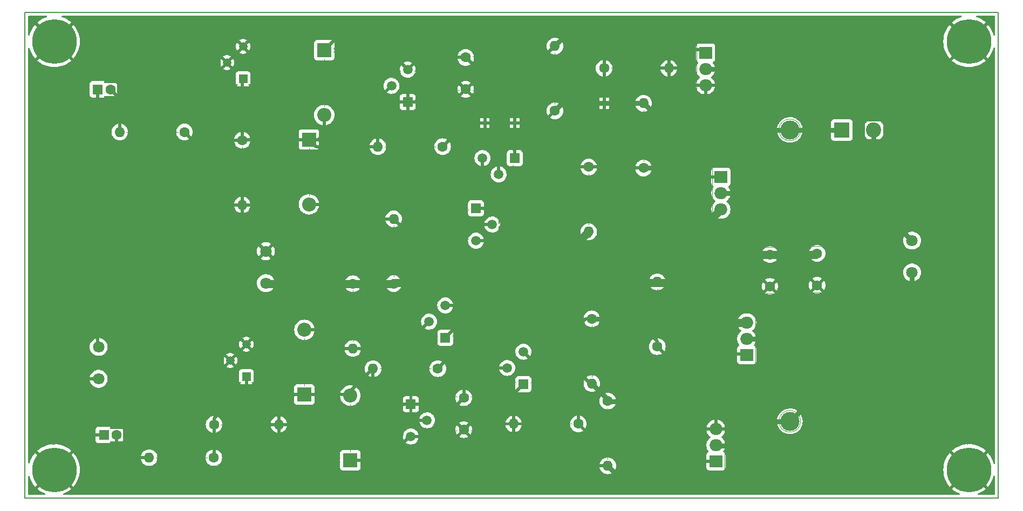
<source format=gbr>
%TF.GenerationSoftware,KiCad,Pcbnew,8.0.4*%
%TF.CreationDate,2024-09-17T21:27:56-07:00*%
%TF.ProjectId,Power_Amp_RevA,506f7765-725f-4416-9d70-5f526576412e,A*%
%TF.SameCoordinates,Original*%
%TF.FileFunction,Profile,NP*%
%FSLAX46Y46*%
G04 Gerber Fmt 4.6, Leading zero omitted, Abs format (unit mm)*
G04 Created by KiCad (PCBNEW 8.0.4) date 2024-09-17 21:27:56*
%MOMM*%
%LPD*%
G01*
G04 APERTURE LIST*
%TA.AperFunction,Profile*%
%ADD10C,0.200000*%
%TD*%
%TA.AperFunction,ComponentPad*%
%ADD11C,1.600000*%
%TD*%
%TA.AperFunction,ComponentPad*%
%ADD12O,1.600000X1.600000*%
%TD*%
%TA.AperFunction,ComponentPad*%
%ADD13C,3.000000*%
%TD*%
%TA.AperFunction,ComponentPad*%
%ADD14C,7.000000*%
%TD*%
%TA.AperFunction,ComponentPad*%
%ADD15C,1.803400*%
%TD*%
%TA.AperFunction,ComponentPad*%
%ADD16R,1.600000X1.600000*%
%TD*%
%TA.AperFunction,ComponentPad*%
%ADD17R,2.000000X1.905000*%
%TD*%
%TA.AperFunction,ComponentPad*%
%ADD18O,2.000000X1.905000*%
%TD*%
%TA.AperFunction,ComponentPad*%
%ADD19R,1.500000X1.500000*%
%TD*%
%TA.AperFunction,ComponentPad*%
%ADD20C,1.500000*%
%TD*%
%TA.AperFunction,ComponentPad*%
%ADD21R,2.200000X2.200000*%
%TD*%
%TA.AperFunction,ComponentPad*%
%ADD22O,2.200000X2.200000*%
%TD*%
%TA.AperFunction,ComponentPad*%
%ADD23R,1.346200X1.346200*%
%TD*%
%TA.AperFunction,ComponentPad*%
%ADD24C,1.346200*%
%TD*%
%TA.AperFunction,ComponentPad*%
%ADD25R,2.400000X2.400000*%
%TD*%
%TA.AperFunction,ComponentPad*%
%ADD26C,2.400000*%
%TD*%
%TA.AperFunction,ViaPad*%
%ADD27C,0.600000*%
%TD*%
%TA.AperFunction,Conductor*%
%ADD28C,0.762000*%
%TD*%
%TA.AperFunction,Conductor*%
%ADD29C,0.508000*%
%TD*%
%TA.AperFunction,Conductor*%
%ADD30C,0.200000*%
%TD*%
%TA.AperFunction,Conductor*%
%ADD31C,1.270000*%
%TD*%
%ADD32C,1.600000*%
%ADD33O,1.600000X1.600000*%
%ADD34C,3.000000*%
%ADD35C,7.000000*%
%ADD36C,1.803400*%
%ADD37R,1.600000X1.600000*%
%ADD38R,2.000000X1.905000*%
%ADD39O,2.000000X1.905000*%
%ADD40R,1.500000X1.500000*%
%ADD41C,1.500000*%
%ADD42R,2.200000X2.200000*%
%ADD43O,2.200000X2.200000*%
%ADD44R,1.346200X1.346200*%
%ADD45C,1.346200*%
%ADD46R,2.400000X2.400000*%
%ADD47C,2.400000*%
%ADD48C,0.150000*%
%ADD49C,0.120000*%
%ADD50C,0.152400*%
%ADD51C,0.508000*%
G04 APERTURE END LIST*
D10*
X38450800Y-62629800D02*
X191180800Y-62629800D01*
X191180800Y-138829800D01*
X38450800Y-138829800D01*
X38450800Y-62629800D01*
D11*
%TO.P,R8,1*%
%TO.N,Net-(D1-K)*%
X68120000Y-127265000D03*
D12*
%TO.P,R8,2*%
%TO.N,GND*%
X78280000Y-127265000D03*
%TD*%
D11*
%TO.P,R14,1*%
%TO.N,Net-(C8-Pad1)*%
X103980000Y-83665000D03*
D12*
%TO.P,R14,2*%
%TO.N,Net-(D3-K)*%
X93820000Y-83665000D03*
%TD*%
D13*
%TO.P,TP1,1,1*%
%TO.N,Net-(J1-Pin_2)*%
X158465800Y-126764800D03*
%TD*%
D11*
%TO.P,R12,1*%
%TO.N,Net-(D3-K)*%
X72542400Y-82651600D03*
D12*
%TO.P,R12,2*%
%TO.N,GND*%
X72542400Y-92811600D03*
%TD*%
D11*
%TO.P,C1,1*%
%TO.N,/18V*%
X155346400Y-100598001D03*
%TO.P,C1,2*%
%TO.N,GND*%
X155346400Y-105598001D03*
%TD*%
D14*
%TO.P,H1,1,1*%
%TO.N,GND*%
X43053000Y-67183000D03*
%TD*%
%TO.P,H3,1,1*%
%TO.N,GND*%
X43053000Y-134366000D03*
%TD*%
D11*
%TO.P,R15,1*%
%TO.N,Net-(Q2-B)*%
X126900000Y-86865000D03*
D12*
%TO.P,R15,2*%
%TO.N,/18V*%
X126900000Y-97025000D03*
%TD*%
D15*
%TO.P,J3,1,Pin_1*%
%TO.N,/18V*%
X76250800Y-105079800D03*
%TO.P,J3,2,Pin_2*%
%TO.N,GND*%
X76250800Y-100079800D03*
%TD*%
D14*
%TO.P,H4,1,1*%
%TO.N,GND*%
X186563000Y-134366000D03*
%TD*%
%TO.P,H2,1,1*%
%TO.N,GND*%
X186563000Y-67183000D03*
%TD*%
D11*
%TO.P,R3,1*%
%TO.N,Net-(Q1-E)*%
X127400000Y-110685000D03*
D12*
%TO.P,R3,2*%
%TO.N,Net-(J1-Pin_2)*%
X127400000Y-120845000D03*
%TD*%
D16*
%TO.P,C3,1*%
%TO.N,Net-(J2-Pin_1)*%
X50832000Y-128905000D03*
D11*
%TO.P,C3,2*%
%TO.N,Net-(C3-Pad2)*%
X52832000Y-128905000D03*
%TD*%
D17*
%TO.P,Q9,1,B*%
%TO.N,Net-(Q1-C)*%
X151700000Y-116345000D03*
D18*
%TO.P,Q9,2,C*%
%TO.N,Net-(Q1-E)*%
X151700000Y-113805000D03*
%TO.P,Q9,3,E*%
%TO.N,/18V*%
X151700000Y-111265000D03*
%TD*%
D11*
%TO.P,R2,1*%
%TO.N,Net-(Q1-C)*%
X137668000Y-115036600D03*
D12*
%TO.P,R2,2*%
%TO.N,/18V*%
X137668000Y-104876600D03*
%TD*%
D16*
%TO.P,C5,1*%
%TO.N,Net-(J2-Pin_2)*%
X49880800Y-74694800D03*
D11*
%TO.P,C5,2*%
%TO.N,Net-(C5-Pad2)*%
X51880800Y-74694800D03*
%TD*%
D19*
%TO.P,Q6,1,E*%
%TO.N,GND*%
X98500000Y-76665000D03*
D20*
%TO.P,Q6,2,B*%
%TO.N,Net-(D3-K)*%
X95960000Y-74125000D03*
%TO.P,Q6,3,C*%
%TO.N,Net-(D4-K)*%
X98500000Y-71585000D03*
%TD*%
D21*
%TO.P,D3,1,K*%
%TO.N,Net-(D3-K)*%
X83000000Y-82555000D03*
D22*
%TO.P,D3,2,A*%
%TO.N,Net-(D3-A)*%
X83000000Y-92715000D03*
%TD*%
D11*
%TO.P,C6,1*%
%TO.N,Net-(D4-K)*%
X107600000Y-69665000D03*
%TO.P,C6,2*%
%TO.N,GND*%
X107600000Y-74665000D03*
%TD*%
%TO.P,R10,1*%
%TO.N,Net-(D3-K)*%
X63480000Y-81365000D03*
D12*
%TO.P,R10,2*%
%TO.N,Net-(C5-Pad2)*%
X53320000Y-81365000D03*
%TD*%
D17*
%TO.P,Q5,1,B*%
%TO.N,Net-(Q4-C)*%
X146862800Y-133045200D03*
D18*
%TO.P,Q5,2,C*%
%TO.N,Net-(Q4-E)*%
X146862800Y-130505200D03*
%TO.P,Q5,3,E*%
%TO.N,GND*%
X146862800Y-127965200D03*
%TD*%
D11*
%TO.P,C4,1*%
%TO.N,Net-(D2-K)*%
X107300000Y-123065000D03*
%TO.P,C4,2*%
%TO.N,GND*%
X107300000Y-128065000D03*
%TD*%
%TO.P,R6,1*%
%TO.N,Net-(D1-K)*%
X68080000Y-132465000D03*
D12*
%TO.P,R6,2*%
%TO.N,Net-(C3-Pad2)*%
X57920000Y-132465000D03*
%TD*%
D17*
%TO.P,Q10,1,B*%
%TO.N,Net-(Q10-B)*%
X145237200Y-68935600D03*
D18*
%TO.P,Q10,2,C*%
%TO.N,Net-(Q10-C)*%
X145237200Y-71475600D03*
%TO.P,Q10,3,E*%
%TO.N,GND*%
X145237200Y-74015600D03*
%TD*%
D23*
%TO.P,RV1,1,1*%
%TO.N,Net-(D3-K)*%
X72669400Y-73025000D03*
D24*
%TO.P,RV1,2,2*%
%TO.N,GND*%
X70129400Y-70485000D03*
%TO.P,RV1,3,3*%
X72669400Y-67945000D03*
%TD*%
D11*
%TO.P,C7,1*%
%TO.N,/18V*%
X162745600Y-100418201D03*
%TO.P,C7,2*%
%TO.N,GND*%
X162745600Y-105418201D03*
%TD*%
%TO.P,R16,1*%
%TO.N,Net-(Q10-B)*%
X129320000Y-71365000D03*
D12*
%TO.P,R16,2*%
%TO.N,GND*%
X139480000Y-71365000D03*
%TD*%
D21*
%TO.P,D1,1,K*%
%TO.N,Net-(D1-K)*%
X82300000Y-122575000D03*
D22*
%TO.P,D1,2,A*%
%TO.N,Net-(D1-A)*%
X82300000Y-112415000D03*
%TD*%
D11*
%TO.P,R9,1*%
%TO.N,Net-(Q4-C)*%
X125280000Y-127165000D03*
D12*
%TO.P,R9,2*%
%TO.N,GND*%
X115120000Y-127165000D03*
%TD*%
D15*
%TO.P,J1,1,Pin_1*%
%TO.N,Net-(J1-Pin_1)*%
X177647599Y-98401500D03*
%TO.P,J1,2,Pin_2*%
%TO.N,Net-(J1-Pin_2)*%
X177647599Y-103401500D03*
%TD*%
D19*
%TO.P,Q8,1,E*%
%TO.N,Net-(Q10-C)*%
X115316000Y-85463000D03*
D20*
%TO.P,Q8,2,B*%
%TO.N,Net-(D4-K)*%
X112776000Y-88003000D03*
%TO.P,Q8,3,C*%
%TO.N,Net-(Q10-B)*%
X110236000Y-85463000D03*
%TD*%
D11*
%TO.P,R18,1*%
%TO.N,Net-(C8-Pad1)*%
X121600000Y-78045000D03*
D12*
%TO.P,R18,2*%
%TO.N,Net-(Q10-C)*%
X121600000Y-67885000D03*
%TD*%
D23*
%TO.P,RV2,1,1*%
%TO.N,Net-(D1-K)*%
X73177400Y-119761000D03*
D24*
%TO.P,RV2,2,2*%
%TO.N,GND*%
X70637400Y-117221000D03*
%TO.P,RV2,3,3*%
X73177400Y-114681000D03*
%TD*%
D19*
%TO.P,Q1,1,E*%
%TO.N,Net-(Q1-E)*%
X104402000Y-113665000D03*
D20*
%TO.P,Q1,2,B*%
%TO.N,Net-(D1-A)*%
X101862000Y-111125000D03*
%TO.P,Q1,3,C*%
%TO.N,Net-(Q1-C)*%
X104402000Y-108585000D03*
%TD*%
D11*
%TO.P,R17,1*%
%TO.N,Net-(Q2-C)*%
X135509000Y-87020400D03*
D12*
%TO.P,R17,2*%
%TO.N,Net-(C8-Pad1)*%
X135509000Y-76860400D03*
%TD*%
D13*
%TO.P,TP2,1,1*%
%TO.N,Net-(C8-Pad1)*%
X158465800Y-81044800D03*
%TD*%
D11*
%TO.P,R1,1*%
%TO.N,/18V*%
X89885800Y-105174800D03*
D12*
%TO.P,R1,2*%
%TO.N,Net-(D1-A)*%
X89885800Y-115334800D03*
%TD*%
D19*
%TO.P,Q7,1,E*%
%TO.N,Net-(Q2-C)*%
X109220000Y-93345000D03*
D20*
%TO.P,Q7,2,B*%
%TO.N,Net-(D3-A)*%
X111760000Y-95885000D03*
%TO.P,Q7,3,C*%
%TO.N,Net-(Q2-B)*%
X109220000Y-98425000D03*
%TD*%
D15*
%TO.P,J2,1,Pin_1*%
%TO.N,Net-(J2-Pin_1)*%
X50007800Y-120096400D03*
%TO.P,J2,2,Pin_2*%
%TO.N,Net-(J2-Pin_2)*%
X50007800Y-115096400D03*
%TD*%
D21*
%TO.P,D4,1,K*%
%TO.N,Net-(D4-K)*%
X85400000Y-68555000D03*
D22*
%TO.P,D4,2,A*%
%TO.N,Net-(D3-K)*%
X85400000Y-78715000D03*
%TD*%
D19*
%TO.P,Q3,1,E*%
%TO.N,GND*%
X99000000Y-124065000D03*
D20*
%TO.P,Q3,2,B*%
%TO.N,Net-(D1-K)*%
X101540000Y-126605000D03*
%TO.P,Q3,3,C*%
%TO.N,Net-(D2-K)*%
X99000000Y-129145000D03*
%TD*%
D25*
%TO.P,C8,1*%
%TO.N,Net-(C8-Pad1)*%
X166626041Y-81065000D03*
D26*
%TO.P,C8,2*%
%TO.N,Net-(J1-Pin_1)*%
X171626041Y-81065000D03*
%TD*%
D19*
%TO.P,Q4,1,E*%
%TO.N,Net-(Q4-E)*%
X116660000Y-120935000D03*
D20*
%TO.P,Q4,2,B*%
%TO.N,Net-(D2-K)*%
X114120000Y-118395000D03*
%TO.P,Q4,3,C*%
%TO.N,Net-(Q4-C)*%
X116660000Y-115855000D03*
%TD*%
D11*
%TO.P,R13,1*%
%TO.N,/18V*%
X96291400Y-105156000D03*
D12*
%TO.P,R13,2*%
%TO.N,Net-(D3-A)*%
X96291400Y-94996000D03*
%TD*%
D11*
%TO.P,R5,1*%
%TO.N,Net-(J1-Pin_2)*%
X129890800Y-123589800D03*
D12*
%TO.P,R5,2*%
%TO.N,Net-(Q4-E)*%
X129890800Y-133749800D03*
%TD*%
D11*
%TO.P,R4,1*%
%TO.N,Net-(J1-Pin_2)*%
X103220800Y-118509800D03*
D12*
%TO.P,R4,2*%
%TO.N,Net-(D1-K)*%
X93060800Y-118509800D03*
%TD*%
D21*
%TO.P,D2,1,K*%
%TO.N,Net-(D2-K)*%
X89500000Y-132875000D03*
D22*
%TO.P,D2,2,A*%
%TO.N,Net-(D1-K)*%
X89500000Y-122715000D03*
%TD*%
D17*
%TO.P,Q2,1,B*%
%TO.N,Net-(Q2-B)*%
X147655000Y-88425000D03*
D18*
%TO.P,Q2,2,C*%
%TO.N,Net-(Q2-C)*%
X147655000Y-90965000D03*
%TO.P,Q2,3,E*%
%TO.N,/18V*%
X147655000Y-93505000D03*
%TD*%
D27*
%TO.N,GND*%
X62200000Y-73565000D03*
X175000000Y-123865000D03*
X162400000Y-68365000D03*
X59200000Y-98165000D03*
%TD*%
D28*
%TO.N,Net-(C8-Pad1)*%
X166626041Y-81065000D02*
X158486000Y-81065000D01*
X139700000Y-81051400D02*
X135509000Y-76860400D01*
D29*
X119680000Y-79965000D02*
X107680000Y-79965000D01*
D28*
X122784600Y-76860400D02*
X121600000Y-78045000D01*
X158472400Y-81051400D02*
X139700000Y-81051400D01*
D29*
X121600000Y-78045000D02*
X119680000Y-79965000D01*
D30*
X158486000Y-81065000D02*
X158472400Y-81051400D01*
D29*
X107680000Y-79965000D02*
X103980000Y-83665000D01*
D30*
X158486000Y-81065000D02*
X158465800Y-81044800D01*
D28*
X135509000Y-76860400D02*
X122784600Y-76860400D01*
%TO.N,Net-(Q10-C)*%
X145237200Y-71475600D02*
X150889400Y-71475600D01*
X152400000Y-69965000D02*
X152400000Y-67865000D01*
X152400000Y-67865000D02*
X150200000Y-65665000D01*
X123820000Y-65665000D02*
X121600000Y-67885000D01*
X150889400Y-71475600D02*
X152400000Y-69965000D01*
X150200000Y-65665000D02*
X123820000Y-65665000D01*
%TO.N,Net-(Q2-C)*%
X152706800Y-84965000D02*
X154584400Y-86842600D01*
X141425200Y-84965000D02*
X152706800Y-84965000D01*
X154584400Y-89357200D02*
X152976600Y-90965000D01*
X154584400Y-86842600D02*
X154584400Y-89357200D01*
X135509000Y-87020400D02*
X139369800Y-87020400D01*
X152976600Y-90965000D02*
X147655000Y-90965000D01*
X139369800Y-87020400D02*
X141425200Y-84965000D01*
D31*
%TO.N,/18V*%
X96382400Y-105065000D02*
X117809000Y-105065000D01*
X126900000Y-97025000D02*
X118860000Y-105065000D01*
X137856400Y-105065000D02*
X140476800Y-105065000D01*
X155346400Y-100598001D02*
X162565800Y-100598001D01*
X146700000Y-111265000D02*
X140500000Y-105065000D01*
X89904600Y-105156000D02*
X96291400Y-105156000D01*
X140500000Y-105065000D02*
X137856400Y-105065000D01*
X137479600Y-105065000D02*
X137668000Y-104876600D01*
D28*
X126900000Y-97613800D02*
X126900000Y-97025000D01*
D31*
X137668000Y-104876600D02*
X137856400Y-105065000D01*
X117991000Y-105065000D02*
X137479600Y-105065000D01*
X151700000Y-111265000D02*
X146700000Y-111265000D01*
D28*
X89867200Y-105193400D02*
X89904600Y-105156000D01*
D31*
X144932400Y-96227600D02*
X147655000Y-93505000D01*
D28*
X118860000Y-105065000D02*
X117991000Y-105065000D01*
X89867200Y-105193400D02*
X89885800Y-105174800D01*
D31*
X144932400Y-100609400D02*
X155335001Y-100609400D01*
D30*
X162565800Y-100598001D02*
X162745600Y-100418201D01*
D31*
X96291400Y-105156000D02*
X96382400Y-105065000D01*
D28*
X155335001Y-100609400D02*
X155346400Y-100598001D01*
D31*
X140476800Y-105065000D02*
X144932400Y-100609400D01*
X76169800Y-105193400D02*
X89867200Y-105193400D01*
X144932400Y-100609400D02*
X144932400Y-96227600D01*
D29*
%TO.N,Net-(Q4-C)*%
X139293600Y-133045200D02*
X136575800Y-130327400D01*
D30*
X126771400Y-128651000D02*
X126766000Y-128651000D01*
D29*
X146862800Y-133045200D02*
X139293600Y-133045200D01*
X128447800Y-130327400D02*
X126771400Y-128651000D01*
X126766000Y-128651000D02*
X125280000Y-127165000D01*
X136575800Y-130327400D02*
X128447800Y-130327400D01*
D28*
%TO.N,Net-(Q4-E)*%
X151460200Y-130581400D02*
X146939000Y-130581400D01*
X129884200Y-133756400D02*
X133033800Y-136906000D01*
D30*
X129884200Y-133756400D02*
X129890800Y-133749800D01*
D28*
X153238200Y-132359400D02*
X151460200Y-130581400D01*
X153238200Y-133832600D02*
X153238200Y-132359400D01*
X133033800Y-136906000D02*
X150164800Y-136906000D01*
D30*
X146939000Y-130581400D02*
X146862800Y-130505200D01*
D28*
X150164800Y-136906000D02*
X153238200Y-133832600D01*
%TO.N,Net-(Q1-E)*%
X131064000Y-116929000D02*
X134200000Y-120065000D01*
X159486600Y-115671600D02*
X157632400Y-113817400D01*
X157582400Y-120065000D02*
X159486600Y-118160800D01*
X134200000Y-120065000D02*
X157582400Y-120065000D01*
X127400000Y-110685000D02*
X129201600Y-110685000D01*
D29*
X127400000Y-110685000D02*
X126424000Y-110685000D01*
D28*
X131064000Y-112547400D02*
X131064000Y-116929000D01*
D29*
X125984000Y-111125000D02*
X106942000Y-111125000D01*
D28*
X129201600Y-110685000D02*
X131064000Y-112547400D01*
D29*
X126424000Y-110685000D02*
X125984000Y-111125000D01*
X106942000Y-111125000D02*
X104402000Y-113665000D01*
D28*
X159486600Y-118160800D02*
X159486600Y-115671600D01*
X157632400Y-113817400D02*
X151712400Y-113817400D01*
%TO.N,Net-(J1-Pin_2)*%
X129890800Y-123589800D02*
X129890800Y-123335800D01*
X129916200Y-123615200D02*
X129890800Y-123589800D01*
X152750800Y-126764800D02*
X149601200Y-123615200D01*
X149601200Y-123615200D02*
X129916200Y-123615200D01*
X177647599Y-107583001D02*
X158465800Y-126764800D01*
X129890800Y-123335800D02*
X127400000Y-120845000D01*
X177647599Y-103401500D02*
X177647599Y-107583001D01*
X158465800Y-126764800D02*
X152750800Y-126764800D01*
%TO.N,Net-(J1-Pin_1)*%
X171626041Y-81065000D02*
X171626041Y-92379942D01*
X171626041Y-92379942D02*
X177647599Y-98401500D01*
%TD*%
%TA.AperFunction,Conductor*%
%TO.N,GND*%
G36*
X39156503Y-135364996D02*
G01*
X39194277Y-135423774D01*
X39195584Y-135428580D01*
X39220623Y-135528545D01*
X39220624Y-135528548D01*
X39353016Y-135898559D01*
X39353023Y-135898575D01*
X39521062Y-136253864D01*
X39723109Y-136590958D01*
X39957228Y-136906632D01*
X40053068Y-137012376D01*
X40053069Y-137012376D01*
X41651381Y-135414064D01*
X41734457Y-135522331D01*
X41896669Y-135684543D01*
X42004934Y-135767617D01*
X40406622Y-137365929D01*
X40406622Y-137365930D01*
X40512367Y-137461771D01*
X40828041Y-137695890D01*
X41165135Y-137897937D01*
X41520423Y-138065976D01*
X41583508Y-138088548D01*
X41639997Y-138129667D01*
X41665289Y-138194799D01*
X41651352Y-138263264D01*
X41602613Y-138313327D01*
X41541734Y-138329300D01*
X39075300Y-138329300D01*
X39008261Y-138309615D01*
X38962506Y-138256811D01*
X38951300Y-138205300D01*
X38951300Y-135458709D01*
X38970985Y-135391670D01*
X39023789Y-135345915D01*
X39092947Y-135335971D01*
X39156503Y-135364996D01*
G37*
%TD.AperFunction*%
%TA.AperFunction,Conductor*%
G36*
X185368629Y-63149985D02*
G01*
X185414384Y-63202789D01*
X185424328Y-63271947D01*
X185395303Y-63335503D01*
X185343364Y-63371051D01*
X185030440Y-63483016D01*
X185030424Y-63483023D01*
X184675135Y-63651062D01*
X184338041Y-63853109D01*
X184022368Y-64087228D01*
X183916622Y-64183069D01*
X185514934Y-65781381D01*
X185406669Y-65864457D01*
X185244457Y-66026669D01*
X185161381Y-66134934D01*
X183563069Y-64536622D01*
X183467228Y-64642368D01*
X183233109Y-64958041D01*
X183031062Y-65295135D01*
X182863023Y-65650424D01*
X182863016Y-65650440D01*
X182730625Y-66020450D01*
X182635129Y-66401691D01*
X182577461Y-66790449D01*
X182558176Y-67183000D01*
X182577461Y-67575550D01*
X182635129Y-67964308D01*
X182730625Y-68345549D01*
X182863016Y-68715559D01*
X182863023Y-68715575D01*
X183031062Y-69070864D01*
X183233109Y-69407958D01*
X183467228Y-69723632D01*
X183563068Y-69829376D01*
X183563069Y-69829376D01*
X185161380Y-68231064D01*
X185244457Y-68339331D01*
X185406669Y-68501543D01*
X185514934Y-68584617D01*
X183916622Y-70182929D01*
X183916622Y-70182930D01*
X184022367Y-70278771D01*
X184338041Y-70512890D01*
X184675135Y-70714937D01*
X185030424Y-70882976D01*
X185030440Y-70882983D01*
X185400450Y-71015374D01*
X185781691Y-71110870D01*
X186170449Y-71168538D01*
X186563000Y-71187823D01*
X186955550Y-71168538D01*
X187344308Y-71110870D01*
X187725549Y-71015374D01*
X188095559Y-70882983D01*
X188095575Y-70882976D01*
X188450864Y-70714937D01*
X188787958Y-70512890D01*
X189103632Y-70278770D01*
X189209376Y-70182929D01*
X187611065Y-68584618D01*
X187719331Y-68501543D01*
X187881543Y-68339331D01*
X187964618Y-68231065D01*
X189562929Y-69829376D01*
X189658770Y-69723632D01*
X189892890Y-69407958D01*
X190094937Y-69070864D01*
X190262976Y-68715575D01*
X190262983Y-68715559D01*
X190395375Y-68345548D01*
X190395376Y-68345545D01*
X190436016Y-68183301D01*
X190471400Y-68123053D01*
X190533739Y-68091500D01*
X190603241Y-68098658D01*
X190657839Y-68142256D01*
X190680200Y-68208451D01*
X190680300Y-68213430D01*
X190680300Y-133335569D01*
X190660615Y-133402608D01*
X190607811Y-133448363D01*
X190538653Y-133458307D01*
X190475097Y-133429282D01*
X190437323Y-133370504D01*
X190436016Y-133365699D01*
X190395374Y-133203450D01*
X190262983Y-132833440D01*
X190262976Y-132833424D01*
X190094937Y-132478135D01*
X189892890Y-132141041D01*
X189658771Y-131825367D01*
X189562930Y-131719622D01*
X189562929Y-131719622D01*
X187964617Y-133317934D01*
X187881543Y-133209669D01*
X187719331Y-133047457D01*
X187611065Y-132964381D01*
X189209376Y-131366069D01*
X189209376Y-131366068D01*
X189103632Y-131270228D01*
X188787958Y-131036109D01*
X188450864Y-130834062D01*
X188095575Y-130666023D01*
X188095559Y-130666016D01*
X187725549Y-130533625D01*
X187344308Y-130438129D01*
X186955550Y-130380461D01*
X186563000Y-130361176D01*
X186170449Y-130380461D01*
X185781691Y-130438129D01*
X185400450Y-130533625D01*
X185030440Y-130666016D01*
X185030424Y-130666023D01*
X184675135Y-130834062D01*
X184338041Y-131036109D01*
X184022368Y-131270228D01*
X183916622Y-131366069D01*
X185514934Y-132964381D01*
X185406669Y-133047457D01*
X185244457Y-133209669D01*
X185161381Y-133317934D01*
X183563069Y-131719622D01*
X183467228Y-131825368D01*
X183233109Y-132141041D01*
X183031062Y-132478135D01*
X182863023Y-132833424D01*
X182863016Y-132833440D01*
X182730625Y-133203450D01*
X182635129Y-133584691D01*
X182577461Y-133973449D01*
X182558176Y-134366000D01*
X182577461Y-134758550D01*
X182635129Y-135147308D01*
X182730625Y-135528549D01*
X182863016Y-135898559D01*
X182863023Y-135898575D01*
X183031062Y-136253864D01*
X183233109Y-136590958D01*
X183467228Y-136906632D01*
X183563068Y-137012376D01*
X183563069Y-137012376D01*
X185161380Y-135414064D01*
X185244457Y-135522331D01*
X185406669Y-135684543D01*
X185514934Y-135767617D01*
X183916622Y-137365929D01*
X183916622Y-137365930D01*
X184022367Y-137461771D01*
X184338041Y-137695890D01*
X184675135Y-137897937D01*
X185030423Y-138065976D01*
X185093508Y-138088548D01*
X185149997Y-138129667D01*
X185175289Y-138194799D01*
X185161352Y-138263264D01*
X185112613Y-138313327D01*
X185051734Y-138329300D01*
X44564266Y-138329300D01*
X44497227Y-138309615D01*
X44451472Y-138256811D01*
X44441528Y-138187653D01*
X44470553Y-138124097D01*
X44522492Y-138088548D01*
X44585576Y-138065976D01*
X44940864Y-137897937D01*
X45277958Y-137695890D01*
X45593632Y-137461770D01*
X45699376Y-137365929D01*
X44101065Y-135767618D01*
X44209331Y-135684543D01*
X44371543Y-135522331D01*
X44454618Y-135414065D01*
X46052929Y-137012376D01*
X46148770Y-136906632D01*
X46382890Y-136590958D01*
X46584937Y-136253864D01*
X46752976Y-135898575D01*
X46752983Y-135898559D01*
X46885374Y-135528549D01*
X46980870Y-135147308D01*
X47038538Y-134758550D01*
X47057823Y-134366000D01*
X47038538Y-133973449D01*
X46980870Y-133584691D01*
X46885374Y-133203450D01*
X46752983Y-132833440D01*
X46752976Y-132833424D01*
X46584937Y-132478135D01*
X46577063Y-132464998D01*
X56614532Y-132464998D01*
X56614532Y-132465001D01*
X56634364Y-132691686D01*
X56634366Y-132691697D01*
X56693258Y-132911488D01*
X56693261Y-132911497D01*
X56789431Y-133117732D01*
X56789432Y-133117734D01*
X56919954Y-133304141D01*
X57080858Y-133465045D01*
X57080861Y-133465047D01*
X57267266Y-133595568D01*
X57473504Y-133691739D01*
X57693308Y-133750635D01*
X57855230Y-133764801D01*
X57919998Y-133770468D01*
X57920000Y-133770468D01*
X57920002Y-133770468D01*
X57976673Y-133765509D01*
X58146692Y-133750635D01*
X58366496Y-133691739D01*
X58572734Y-133595568D01*
X58759139Y-133465047D01*
X58920047Y-133304139D01*
X59050568Y-133117734D01*
X59146739Y-132911496D01*
X59205635Y-132691692D01*
X59225468Y-132465000D01*
X59225468Y-132464998D01*
X66774532Y-132464998D01*
X66774532Y-132465001D01*
X66794364Y-132691686D01*
X66794366Y-132691697D01*
X66853258Y-132911488D01*
X66853261Y-132911497D01*
X66949431Y-133117732D01*
X66949432Y-133117734D01*
X67079954Y-133304141D01*
X67240858Y-133465045D01*
X67240861Y-133465047D01*
X67427266Y-133595568D01*
X67633504Y-133691739D01*
X67853308Y-133750635D01*
X68015230Y-133764801D01*
X68079998Y-133770468D01*
X68080000Y-133770468D01*
X68080002Y-133770468D01*
X68136673Y-133765509D01*
X68306692Y-133750635D01*
X68526496Y-133691739D01*
X68732734Y-133595568D01*
X68919139Y-133465047D01*
X69080047Y-133304139D01*
X69210568Y-133117734D01*
X69306739Y-132911496D01*
X69365635Y-132691692D01*
X69385468Y-132465000D01*
X69365635Y-132238308D01*
X69313793Y-132044829D01*
X69306741Y-132018511D01*
X69306738Y-132018502D01*
X69291216Y-131985216D01*
X69210568Y-131812266D01*
X69150959Y-131727135D01*
X87899500Y-131727135D01*
X87899500Y-134022870D01*
X87899501Y-134022876D01*
X87905908Y-134082483D01*
X87956202Y-134217328D01*
X87956206Y-134217335D01*
X88042452Y-134332544D01*
X88042455Y-134332547D01*
X88157664Y-134418793D01*
X88157671Y-134418797D01*
X88292517Y-134469091D01*
X88292516Y-134469091D01*
X88299444Y-134469835D01*
X88352127Y-134475500D01*
X90647872Y-134475499D01*
X90707483Y-134469091D01*
X90842331Y-134418796D01*
X90957546Y-134332546D01*
X91043796Y-134217331D01*
X91094091Y-134082483D01*
X91100500Y-134022873D01*
X91100499Y-131727128D01*
X91094091Y-131667517D01*
X91087148Y-131648903D01*
X91043797Y-131532671D01*
X91043793Y-131532664D01*
X90957547Y-131417455D01*
X90957544Y-131417452D01*
X90842335Y-131331206D01*
X90842328Y-131331202D01*
X90707482Y-131280908D01*
X90707483Y-131280908D01*
X90647883Y-131274501D01*
X90647881Y-131274500D01*
X90647873Y-131274500D01*
X90647864Y-131274500D01*
X88352129Y-131274500D01*
X88352123Y-131274501D01*
X88292516Y-131280908D01*
X88157671Y-131331202D01*
X88157664Y-131331206D01*
X88042455Y-131417452D01*
X88042452Y-131417455D01*
X87956206Y-131532664D01*
X87956202Y-131532671D01*
X87905908Y-131667517D01*
X87900307Y-131719622D01*
X87899501Y-131727123D01*
X87899500Y-131727135D01*
X69150959Y-131727135D01*
X69096181Y-131648903D01*
X69080045Y-131625858D01*
X68919141Y-131464954D01*
X68732734Y-131334432D01*
X68732732Y-131334431D01*
X68526497Y-131238261D01*
X68526488Y-131238258D01*
X68306697Y-131179366D01*
X68306693Y-131179365D01*
X68306692Y-131179365D01*
X68306691Y-131179364D01*
X68306686Y-131179364D01*
X68080002Y-131159532D01*
X68079998Y-131159532D01*
X67853313Y-131179364D01*
X67853302Y-131179366D01*
X67633511Y-131238258D01*
X67633502Y-131238261D01*
X67427267Y-131334431D01*
X67427265Y-131334432D01*
X67240858Y-131464954D01*
X67079954Y-131625858D01*
X66949432Y-131812265D01*
X66949431Y-131812267D01*
X66853261Y-132018502D01*
X66853258Y-132018511D01*
X66794366Y-132238302D01*
X66794364Y-132238313D01*
X66774532Y-132464998D01*
X59225468Y-132464998D01*
X59205635Y-132238308D01*
X59153793Y-132044829D01*
X59146741Y-132018511D01*
X59146738Y-132018502D01*
X59131216Y-131985216D01*
X59050568Y-131812266D01*
X58936181Y-131648903D01*
X58920045Y-131625858D01*
X58759141Y-131464954D01*
X58572734Y-131334432D01*
X58572732Y-131334431D01*
X58366497Y-131238261D01*
X58366488Y-131238258D01*
X58146697Y-131179366D01*
X58146693Y-131179365D01*
X58146692Y-131179365D01*
X58146691Y-131179364D01*
X58146686Y-131179364D01*
X57920002Y-131159532D01*
X57919998Y-131159532D01*
X57693313Y-131179364D01*
X57693302Y-131179366D01*
X57473511Y-131238258D01*
X57473502Y-131238261D01*
X57267267Y-131334431D01*
X57267265Y-131334432D01*
X57080858Y-131464954D01*
X56919954Y-131625858D01*
X56789432Y-131812265D01*
X56789431Y-131812267D01*
X56693261Y-132018502D01*
X56693258Y-132018511D01*
X56634366Y-132238302D01*
X56634364Y-132238313D01*
X56614532Y-132464998D01*
X46577063Y-132464998D01*
X46382890Y-132141041D01*
X46148771Y-131825367D01*
X46052930Y-131719622D01*
X46052929Y-131719622D01*
X44454617Y-133317934D01*
X44371543Y-133209669D01*
X44209331Y-133047457D01*
X44101065Y-132964381D01*
X45699376Y-131366069D01*
X45699376Y-131366068D01*
X45593632Y-131270228D01*
X45277958Y-131036109D01*
X44940864Y-130834062D01*
X44585575Y-130666023D01*
X44585559Y-130666016D01*
X44215549Y-130533625D01*
X43834308Y-130438129D01*
X43445550Y-130380461D01*
X43053000Y-130361176D01*
X42660449Y-130380461D01*
X42271691Y-130438129D01*
X41890450Y-130533625D01*
X41520440Y-130666016D01*
X41520424Y-130666023D01*
X41165135Y-130834062D01*
X40828041Y-131036109D01*
X40512368Y-131270228D01*
X40406622Y-131366069D01*
X42004934Y-132964381D01*
X41896669Y-133047457D01*
X41734457Y-133209669D01*
X41651381Y-133317934D01*
X40053069Y-131719622D01*
X39957228Y-131825368D01*
X39723109Y-132141041D01*
X39521062Y-132478135D01*
X39353023Y-132833424D01*
X39353016Y-132833440D01*
X39220625Y-133203450D01*
X39195584Y-133303420D01*
X39160200Y-133363667D01*
X39097861Y-133395220D01*
X39028359Y-133388062D01*
X38973760Y-133344464D01*
X38951400Y-133278269D01*
X38951300Y-133273290D01*
X38951300Y-128057135D01*
X49531500Y-128057135D01*
X49531500Y-129752870D01*
X49531501Y-129752876D01*
X49537908Y-129812483D01*
X49588202Y-129947328D01*
X49588206Y-129947335D01*
X49674452Y-130062544D01*
X49674455Y-130062547D01*
X49789664Y-130148793D01*
X49789671Y-130148797D01*
X49924517Y-130199091D01*
X49924516Y-130199091D01*
X49931444Y-130199835D01*
X49984127Y-130205500D01*
X51679872Y-130205499D01*
X51739483Y-130199091D01*
X51874331Y-130148796D01*
X51989546Y-130062546D01*
X51996051Y-130053856D01*
X52051982Y-130011984D01*
X52121673Y-130006997D01*
X52166442Y-130026589D01*
X52179264Y-130035567D01*
X52179266Y-130035568D01*
X52385504Y-130131739D01*
X52605308Y-130190635D01*
X52767230Y-130204801D01*
X52831998Y-130210468D01*
X52832000Y-130210468D01*
X52832002Y-130210468D01*
X52888807Y-130205498D01*
X53058692Y-130190635D01*
X53278496Y-130131739D01*
X53484734Y-130035568D01*
X53671139Y-129905047D01*
X53832047Y-129744139D01*
X53962568Y-129557734D01*
X54058739Y-129351496D01*
X54114069Y-129145000D01*
X97744723Y-129145000D01*
X97754741Y-129259515D01*
X97763793Y-129362975D01*
X97763793Y-129362979D01*
X97820422Y-129574322D01*
X97820424Y-129574326D01*
X97820425Y-129574330D01*
X97859799Y-129658768D01*
X97912897Y-129772638D01*
X97912898Y-129772639D01*
X98038402Y-129951877D01*
X98193123Y-130106598D01*
X98372361Y-130232102D01*
X98570670Y-130324575D01*
X98782023Y-130381207D01*
X98964926Y-130397208D01*
X98999998Y-130400277D01*
X99000000Y-130400277D01*
X99000002Y-130400277D01*
X99028254Y-130397805D01*
X99217977Y-130381207D01*
X99429330Y-130324575D01*
X99627639Y-130232102D01*
X99806877Y-130106598D01*
X99961598Y-129951877D01*
X100087102Y-129772639D01*
X100179575Y-129574330D01*
X100236207Y-129362977D01*
X100255277Y-129145000D01*
X100236207Y-128927023D01*
X100188772Y-128749995D01*
X100179577Y-128715677D01*
X100179576Y-128715676D01*
X100179575Y-128715670D01*
X100087102Y-128517362D01*
X100087100Y-128517359D01*
X100087099Y-128517357D01*
X99961599Y-128338124D01*
X99888132Y-128264657D01*
X99806877Y-128183402D01*
X99656615Y-128078187D01*
X99637778Y-128064997D01*
X105995034Y-128064997D01*
X105995034Y-128065002D01*
X106014858Y-128291599D01*
X106014860Y-128291610D01*
X106073730Y-128511317D01*
X106073735Y-128511331D01*
X106169863Y-128717478D01*
X106220974Y-128790472D01*
X106900000Y-128111446D01*
X106900000Y-128117661D01*
X106927259Y-128219394D01*
X106979920Y-128310606D01*
X107054394Y-128385080D01*
X107145606Y-128437741D01*
X107247339Y-128465000D01*
X107253553Y-128465000D01*
X106574526Y-129144025D01*
X106647513Y-129195132D01*
X106647521Y-129195136D01*
X106853668Y-129291264D01*
X106853682Y-129291269D01*
X107073389Y-129350139D01*
X107073400Y-129350141D01*
X107299998Y-129369966D01*
X107300002Y-129369966D01*
X107526599Y-129350141D01*
X107526610Y-129350139D01*
X107746317Y-129291269D01*
X107746331Y-129291264D01*
X107952478Y-129195136D01*
X108025471Y-129144024D01*
X107346447Y-128465000D01*
X107352661Y-128465000D01*
X107454394Y-128437741D01*
X107545606Y-128385080D01*
X107620080Y-128310606D01*
X107672741Y-128219394D01*
X107700000Y-128117661D01*
X107700000Y-128111447D01*
X108379024Y-128790471D01*
X108430136Y-128717478D01*
X108526264Y-128511331D01*
X108526269Y-128511317D01*
X108585139Y-128291610D01*
X108585141Y-128291599D01*
X108604966Y-128065002D01*
X108604966Y-128064997D01*
X108585141Y-127838400D01*
X108585139Y-127838389D01*
X108526269Y-127618682D01*
X108526264Y-127618668D01*
X108430136Y-127412521D01*
X108430132Y-127412513D01*
X108379025Y-127339526D01*
X107700000Y-128018551D01*
X107700000Y-128012339D01*
X107672741Y-127910606D01*
X107620080Y-127819394D01*
X107545606Y-127744920D01*
X107454394Y-127692259D01*
X107352661Y-127665000D01*
X107346448Y-127665000D01*
X108025472Y-126985974D01*
X107952478Y-126934863D01*
X107909880Y-126914999D01*
X113841127Y-126914999D01*
X113841128Y-126915000D01*
X114804314Y-126915000D01*
X114799920Y-126919394D01*
X114747259Y-127010606D01*
X114720000Y-127112339D01*
X114720000Y-127217661D01*
X114747259Y-127319394D01*
X114799920Y-127410606D01*
X114804314Y-127415000D01*
X113841128Y-127415000D01*
X113893730Y-127611317D01*
X113893734Y-127611326D01*
X113989865Y-127817482D01*
X114120342Y-128003820D01*
X114281179Y-128164657D01*
X114467517Y-128295134D01*
X114673673Y-128391265D01*
X114673682Y-128391269D01*
X114869999Y-128443872D01*
X114870000Y-128443871D01*
X114870000Y-127480686D01*
X114874394Y-127485080D01*
X114965606Y-127537741D01*
X115067339Y-127565000D01*
X115172661Y-127565000D01*
X115274394Y-127537741D01*
X115365606Y-127485080D01*
X115370000Y-127480686D01*
X115370000Y-128443872D01*
X115566317Y-128391269D01*
X115566326Y-128391265D01*
X115772482Y-128295134D01*
X115958820Y-128164657D01*
X116119657Y-128003820D01*
X116250134Y-127817482D01*
X116346265Y-127611326D01*
X116346269Y-127611317D01*
X116398872Y-127415000D01*
X115435686Y-127415000D01*
X115440080Y-127410606D01*
X115492741Y-127319394D01*
X115520000Y-127217661D01*
X115520000Y-127164998D01*
X123974532Y-127164998D01*
X123974532Y-127165001D01*
X123994364Y-127391686D01*
X123994366Y-127391697D01*
X124053258Y-127611488D01*
X124053261Y-127611497D01*
X124149431Y-127817732D01*
X124149432Y-127817734D01*
X124279954Y-128004141D01*
X124440858Y-128165045D01*
X124440861Y-128165047D01*
X124627266Y-128295568D01*
X124833504Y-128391739D01*
X125053308Y-128450635D01*
X125215230Y-128464801D01*
X125279998Y-128470468D01*
X125280000Y-128470468D01*
X125280001Y-128470468D01*
X125298637Y-128468837D01*
X125441659Y-128456324D01*
X125510157Y-128470090D01*
X125540146Y-128492171D01*
X126285030Y-129237055D01*
X126291150Y-129241144D01*
X126309944Y-129256568D01*
X127857400Y-130804024D01*
X127857421Y-130804047D01*
X127966831Y-130913457D01*
X128021697Y-130950117D01*
X128021696Y-130950117D01*
X128090400Y-130996023D01*
X128090404Y-130996025D01*
X128090411Y-130996030D01*
X128170843Y-131029345D01*
X128170844Y-131029346D01*
X128187172Y-131036109D01*
X128227720Y-131052905D01*
X128227729Y-131052906D01*
X128227730Y-131052907D01*
X128251903Y-131057715D01*
X128251910Y-131057716D01*
X128373486Y-131081901D01*
X128373488Y-131081901D01*
X128528226Y-131081901D01*
X128528246Y-131081900D01*
X136211913Y-131081900D01*
X136278952Y-131101585D01*
X136299594Y-131118219D01*
X138703200Y-133521824D01*
X138703221Y-133521847D01*
X138812631Y-133631257D01*
X138869986Y-133669580D01*
X138936206Y-133713827D01*
X138936207Y-133713827D01*
X138936211Y-133713830D01*
X139013344Y-133745779D01*
X139013345Y-133745779D01*
X139013346Y-133745780D01*
X139023051Y-133749800D01*
X139073520Y-133770705D01*
X139073523Y-133770705D01*
X139073528Y-133770707D01*
X139097703Y-133775515D01*
X139097710Y-133775516D01*
X139219286Y-133799701D01*
X139219288Y-133799701D01*
X139374026Y-133799701D01*
X139374046Y-133799700D01*
X145238301Y-133799700D01*
X145305340Y-133819385D01*
X145351095Y-133872189D01*
X145362301Y-133923700D01*
X145362301Y-134045576D01*
X145368708Y-134105183D01*
X145419002Y-134240028D01*
X145419006Y-134240035D01*
X145505252Y-134355244D01*
X145505255Y-134355247D01*
X145620464Y-134441493D01*
X145620471Y-134441497D01*
X145755317Y-134491791D01*
X145755316Y-134491791D01*
X145762244Y-134492535D01*
X145814927Y-134498200D01*
X147910672Y-134498199D01*
X147970283Y-134491791D01*
X148105131Y-134441496D01*
X148220346Y-134355246D01*
X148306596Y-134240031D01*
X148356891Y-134105183D01*
X148363300Y-134045573D01*
X148363299Y-132044828D01*
X148356891Y-131985217D01*
X148346814Y-131958200D01*
X148306597Y-131850371D01*
X148306593Y-131850364D01*
X148220347Y-131735156D01*
X148220348Y-131735156D01*
X148220346Y-131735154D01*
X148154905Y-131686165D01*
X148113036Y-131630233D01*
X148108052Y-131560541D01*
X148141537Y-131499218D01*
X148202861Y-131465734D01*
X148229218Y-131462900D01*
X151043708Y-131462900D01*
X151110747Y-131482585D01*
X151131389Y-131499219D01*
X152320381Y-132688210D01*
X152353866Y-132749533D01*
X152356700Y-132775891D01*
X152356700Y-133416108D01*
X152337015Y-133483147D01*
X152320381Y-133503789D01*
X149835989Y-135988181D01*
X149774666Y-136021666D01*
X149748308Y-136024500D01*
X133450292Y-136024500D01*
X133383253Y-136004815D01*
X133362611Y-135988181D01*
X131231359Y-133856929D01*
X131197874Y-133795606D01*
X131195512Y-133758438D01*
X131196268Y-133749798D01*
X131182774Y-133595567D01*
X131176435Y-133523108D01*
X131117539Y-133303304D01*
X131021368Y-133097066D01*
X130890847Y-132910661D01*
X130890845Y-132910658D01*
X130729941Y-132749754D01*
X130543534Y-132619232D01*
X130543532Y-132619231D01*
X130337297Y-132523061D01*
X130337288Y-132523058D01*
X130117497Y-132464166D01*
X130117493Y-132464165D01*
X130117492Y-132464165D01*
X130117491Y-132464164D01*
X130117486Y-132464164D01*
X129890802Y-132444332D01*
X129890798Y-132444332D01*
X129664113Y-132464164D01*
X129664102Y-132464166D01*
X129444311Y-132523058D01*
X129444302Y-132523061D01*
X129238067Y-132619231D01*
X129238065Y-132619232D01*
X129051658Y-132749754D01*
X128890754Y-132910658D01*
X128760232Y-133097065D01*
X128760231Y-133097067D01*
X128664061Y-133303302D01*
X128664058Y-133303311D01*
X128605166Y-133523102D01*
X128605164Y-133523113D01*
X128585332Y-133749798D01*
X128585332Y-133749801D01*
X128605164Y-133976486D01*
X128605166Y-133976497D01*
X128664058Y-134196288D01*
X128664061Y-134196297D01*
X128760231Y-134402532D01*
X128760232Y-134402534D01*
X128890754Y-134588941D01*
X129051658Y-134749845D01*
X129051661Y-134749847D01*
X129238066Y-134880368D01*
X129444304Y-134976539D01*
X129664108Y-135035435D01*
X129890800Y-135055268D01*
X129890800Y-135055267D01*
X129895853Y-135055710D01*
X129960922Y-135081162D01*
X129972727Y-135091557D01*
X132471872Y-137590703D01*
X132471873Y-137590704D01*
X132616256Y-137687177D01*
X132776671Y-137753622D01*
X132776676Y-137753624D01*
X132776680Y-137753624D01*
X132776681Y-137753625D01*
X132946976Y-137787500D01*
X132946979Y-137787500D01*
X150251623Y-137787500D01*
X150366193Y-137764709D01*
X150421924Y-137753624D01*
X150502135Y-137720399D01*
X150582343Y-137687177D01*
X150582344Y-137687176D01*
X150582347Y-137687175D01*
X150726724Y-137590706D01*
X153922906Y-134394524D01*
X154019375Y-134250147D01*
X154023567Y-134240028D01*
X154052599Y-134169935D01*
X154085824Y-134089724D01*
X154119700Y-133919421D01*
X154119700Y-133745779D01*
X154119700Y-132272580D01*
X154105727Y-132202334D01*
X154085825Y-132102276D01*
X154026146Y-131958200D01*
X154019375Y-131941853D01*
X153958249Y-131850371D01*
X153922907Y-131797478D01*
X153922906Y-131797477D01*
X153800123Y-131674694D01*
X153363687Y-131238258D01*
X152022127Y-129896696D01*
X152022126Y-129896695D01*
X151877743Y-129800222D01*
X151717328Y-129733777D01*
X151717318Y-129733774D01*
X151547023Y-129699900D01*
X151547021Y-129699900D01*
X151547020Y-129699900D01*
X148184403Y-129699900D01*
X148117364Y-129680215D01*
X148084085Y-129648786D01*
X148018586Y-129558634D01*
X147856866Y-129396914D01*
X147771934Y-129335207D01*
X147729270Y-129279878D01*
X147723291Y-129210264D01*
X147755897Y-129148469D01*
X147771937Y-129134571D01*
X147856539Y-129073105D01*
X148018202Y-128911442D01*
X148152588Y-128726476D01*
X148256382Y-128522770D01*
X148327034Y-128305328D01*
X148341309Y-128215200D01*
X147353548Y-128215200D01*
X147375318Y-128177492D01*
X147412800Y-128037609D01*
X147412800Y-127892791D01*
X147375318Y-127752908D01*
X147353548Y-127715200D01*
X148341309Y-127715200D01*
X148327034Y-127625071D01*
X148256382Y-127407629D01*
X148152588Y-127203923D01*
X148018202Y-127018957D01*
X147856542Y-126857297D01*
X147671576Y-126722911D01*
X147467868Y-126619117D01*
X147250425Y-126548465D01*
X147250426Y-126548465D01*
X147112800Y-126526667D01*
X147112800Y-127474452D01*
X147075092Y-127452682D01*
X146935209Y-127415200D01*
X146790391Y-127415200D01*
X146650508Y-127452682D01*
X146612800Y-127474452D01*
X146612800Y-126526667D01*
X146475174Y-126548465D01*
X146257731Y-126619117D01*
X146054023Y-126722911D01*
X145869057Y-126857297D01*
X145707397Y-127018957D01*
X145573011Y-127203923D01*
X145469217Y-127407629D01*
X145398565Y-127625071D01*
X145384291Y-127715200D01*
X146372052Y-127715200D01*
X146350282Y-127752908D01*
X146312800Y-127892791D01*
X146312800Y-128037609D01*
X146350282Y-128177492D01*
X146372052Y-128215200D01*
X145384291Y-128215200D01*
X145398565Y-128305328D01*
X145469217Y-128522770D01*
X145573011Y-128726476D01*
X145707397Y-128911442D01*
X145869057Y-129073102D01*
X145869063Y-129073107D01*
X145953663Y-129134572D01*
X145996329Y-129189901D01*
X146002308Y-129259515D01*
X145969703Y-129321310D01*
X145953664Y-129335207D01*
X145868740Y-129396909D01*
X145868731Y-129396916D01*
X145707016Y-129558631D01*
X145707016Y-129558632D01*
X145707014Y-129558634D01*
X145679078Y-129597085D01*
X145572583Y-129743661D01*
X145468750Y-129947444D01*
X145398078Y-130164950D01*
X145398078Y-130164953D01*
X145362300Y-130390846D01*
X145362300Y-130619553D01*
X145398078Y-130845446D01*
X145398078Y-130845449D01*
X145468750Y-131062955D01*
X145468752Y-131062958D01*
X145572583Y-131266738D01*
X145705325Y-131449442D01*
X145728805Y-131515246D01*
X145712980Y-131583300D01*
X145662874Y-131631995D01*
X145648341Y-131638508D01*
X145620470Y-131648903D01*
X145620464Y-131648906D01*
X145505255Y-131735152D01*
X145505252Y-131735155D01*
X145419006Y-131850364D01*
X145419002Y-131850371D01*
X145368708Y-131985217D01*
X145365130Y-132018502D01*
X145362301Y-132044823D01*
X145362300Y-132044835D01*
X145362300Y-132166700D01*
X145342615Y-132233739D01*
X145289811Y-132279494D01*
X145238300Y-132290700D01*
X139657486Y-132290700D01*
X139590447Y-132271015D01*
X139569805Y-132254381D01*
X137056769Y-129741343D01*
X137056768Y-129741342D01*
X136994745Y-129699900D01*
X136933189Y-129658770D01*
X136933186Y-129658768D01*
X136933185Y-129658768D01*
X136852755Y-129625453D01*
X136795880Y-129601895D01*
X136771694Y-129597084D01*
X136650114Y-129572899D01*
X136650112Y-129572899D01*
X136501488Y-129572899D01*
X136495374Y-129572899D01*
X136495354Y-129572900D01*
X128811686Y-129572900D01*
X128744647Y-129553215D01*
X128724005Y-129536581D01*
X127252369Y-128064943D01*
X127252365Y-128064940D01*
X127246241Y-128060848D01*
X127227451Y-128045427D01*
X126607171Y-127425146D01*
X126573686Y-127363823D01*
X126571324Y-127326661D01*
X126585468Y-127165000D01*
X126565635Y-126938308D01*
X126506739Y-126718504D01*
X126410568Y-126512266D01*
X126280047Y-126325861D01*
X126280045Y-126325858D01*
X126119141Y-126164954D01*
X125932734Y-126034432D01*
X125932732Y-126034431D01*
X125726497Y-125938261D01*
X125726488Y-125938258D01*
X125506697Y-125879366D01*
X125506693Y-125879365D01*
X125506692Y-125879365D01*
X125506691Y-125879364D01*
X125506686Y-125879364D01*
X125280002Y-125859532D01*
X125279998Y-125859532D01*
X125053313Y-125879364D01*
X125053302Y-125879366D01*
X124833511Y-125938258D01*
X124833502Y-125938261D01*
X124627267Y-126034431D01*
X124627265Y-126034432D01*
X124440858Y-126164954D01*
X124279954Y-126325858D01*
X124149432Y-126512265D01*
X124149431Y-126512267D01*
X124053261Y-126718502D01*
X124053258Y-126718511D01*
X123994366Y-126938302D01*
X123994364Y-126938313D01*
X123974532Y-127164998D01*
X115520000Y-127164998D01*
X115520000Y-127112339D01*
X115492741Y-127010606D01*
X115440080Y-126919394D01*
X115435686Y-126915000D01*
X116398872Y-126915000D01*
X116398872Y-126914999D01*
X116346269Y-126718682D01*
X116346265Y-126718673D01*
X116250134Y-126512517D01*
X116119657Y-126326179D01*
X115958820Y-126165342D01*
X115772482Y-126034865D01*
X115566328Y-125938734D01*
X115370000Y-125886127D01*
X115370000Y-126849314D01*
X115365606Y-126844920D01*
X115274394Y-126792259D01*
X115172661Y-126765000D01*
X115067339Y-126765000D01*
X114965606Y-126792259D01*
X114874394Y-126844920D01*
X114870000Y-126849314D01*
X114870000Y-125886127D01*
X114673671Y-125938734D01*
X114467517Y-126034865D01*
X114281179Y-126165342D01*
X114120342Y-126326179D01*
X113989865Y-126512517D01*
X113893734Y-126718673D01*
X113893730Y-126718682D01*
X113841127Y-126914999D01*
X107909880Y-126914999D01*
X107746331Y-126838735D01*
X107746317Y-126838730D01*
X107526610Y-126779860D01*
X107526599Y-126779858D01*
X107300002Y-126760034D01*
X107299998Y-126760034D01*
X107073400Y-126779858D01*
X107073389Y-126779860D01*
X106853682Y-126838730D01*
X106853673Y-126838734D01*
X106647516Y-126934866D01*
X106647512Y-126934868D01*
X106574526Y-126985973D01*
X106574526Y-126985974D01*
X107253553Y-127665000D01*
X107247339Y-127665000D01*
X107145606Y-127692259D01*
X107054394Y-127744920D01*
X106979920Y-127819394D01*
X106927259Y-127910606D01*
X106900000Y-128012339D01*
X106900000Y-128018552D01*
X106220974Y-127339526D01*
X106220973Y-127339526D01*
X106169868Y-127412512D01*
X106169866Y-127412516D01*
X106073734Y-127618673D01*
X106073730Y-127618682D01*
X106014860Y-127838389D01*
X106014858Y-127838400D01*
X105995034Y-128064997D01*
X99637778Y-128064997D01*
X99627638Y-128057897D01*
X99511668Y-128003820D01*
X99429330Y-127965425D01*
X99429326Y-127965424D01*
X99429322Y-127965422D01*
X99217977Y-127908793D01*
X99000002Y-127889723D01*
X98999998Y-127889723D01*
X98854682Y-127902436D01*
X98782023Y-127908793D01*
X98782020Y-127908793D01*
X98570677Y-127965422D01*
X98570668Y-127965426D01*
X98372361Y-128057898D01*
X98372357Y-128057900D01*
X98193121Y-128183402D01*
X98038402Y-128338121D01*
X97912900Y-128517357D01*
X97912898Y-128517361D01*
X97820426Y-128715668D01*
X97820422Y-128715677D01*
X97763793Y-128927020D01*
X97763793Y-128927024D01*
X97749712Y-129087978D01*
X97744723Y-129145000D01*
X54114069Y-129145000D01*
X54117635Y-129131692D01*
X54135541Y-128927023D01*
X54137468Y-128905001D01*
X54137468Y-128904998D01*
X54120904Y-128715677D01*
X54117635Y-128678308D01*
X54061945Y-128470468D01*
X54058741Y-128458511D01*
X54058738Y-128458502D01*
X54029189Y-128395134D01*
X53962568Y-128252266D01*
X53832047Y-128065861D01*
X53832045Y-128065858D01*
X53671141Y-127904954D01*
X53484734Y-127774432D01*
X53484732Y-127774431D01*
X53278497Y-127678261D01*
X53278488Y-127678258D01*
X53058697Y-127619366D01*
X53058693Y-127619365D01*
X53058692Y-127619365D01*
X53058691Y-127619364D01*
X53058686Y-127619364D01*
X52832002Y-127599532D01*
X52831998Y-127599532D01*
X52605313Y-127619364D01*
X52605302Y-127619366D01*
X52385511Y-127678258D01*
X52385502Y-127678261D01*
X52179267Y-127774431D01*
X52179262Y-127774434D01*
X52166435Y-127783415D01*
X52100227Y-127805738D01*
X52032461Y-127788722D01*
X51996052Y-127756145D01*
X51993629Y-127752908D01*
X51989546Y-127747454D01*
X51989545Y-127747453D01*
X51989544Y-127747452D01*
X51874335Y-127661206D01*
X51874328Y-127661202D01*
X51739482Y-127610908D01*
X51739483Y-127610908D01*
X51679883Y-127604501D01*
X51679881Y-127604500D01*
X51679873Y-127604500D01*
X51679864Y-127604500D01*
X49984129Y-127604500D01*
X49984123Y-127604501D01*
X49924516Y-127610908D01*
X49789671Y-127661202D01*
X49789664Y-127661206D01*
X49674455Y-127747452D01*
X49674452Y-127747455D01*
X49588206Y-127862664D01*
X49588202Y-127862671D01*
X49537908Y-127997517D01*
X49531501Y-128057116D01*
X49531500Y-128057135D01*
X38951300Y-128057135D01*
X38951300Y-127264998D01*
X66814532Y-127264998D01*
X66814532Y-127265001D01*
X66834364Y-127491686D01*
X66834366Y-127491697D01*
X66893258Y-127711488D01*
X66893261Y-127711497D01*
X66989431Y-127917732D01*
X66989432Y-127917734D01*
X67119954Y-128104141D01*
X67280858Y-128265045D01*
X67280861Y-128265047D01*
X67467266Y-128395568D01*
X67673504Y-128491739D01*
X67893308Y-128550635D01*
X68055230Y-128564801D01*
X68119998Y-128570468D01*
X68120000Y-128570468D01*
X68120002Y-128570468D01*
X68176673Y-128565509D01*
X68346692Y-128550635D01*
X68566496Y-128491739D01*
X68772734Y-128395568D01*
X68959139Y-128265047D01*
X69120047Y-128104139D01*
X69250568Y-127917734D01*
X69346739Y-127711496D01*
X69405635Y-127491692D01*
X69425468Y-127265000D01*
X69405635Y-127038308D01*
X69399389Y-127014999D01*
X77001127Y-127014999D01*
X77001128Y-127015000D01*
X77964314Y-127015000D01*
X77959920Y-127019394D01*
X77907259Y-127110606D01*
X77880000Y-127212339D01*
X77880000Y-127317661D01*
X77907259Y-127419394D01*
X77959920Y-127510606D01*
X77964314Y-127515000D01*
X77001128Y-127515000D01*
X77053730Y-127711317D01*
X77053734Y-127711326D01*
X77149865Y-127917482D01*
X77280342Y-128103820D01*
X77441179Y-128264657D01*
X77627517Y-128395134D01*
X77833673Y-128491265D01*
X77833682Y-128491269D01*
X78029999Y-128543872D01*
X78030000Y-128543871D01*
X78030000Y-127580686D01*
X78034394Y-127585080D01*
X78125606Y-127637741D01*
X78227339Y-127665000D01*
X78332661Y-127665000D01*
X78434394Y-127637741D01*
X78525606Y-127585080D01*
X78530000Y-127580686D01*
X78530000Y-128543872D01*
X78726317Y-128491269D01*
X78726326Y-128491265D01*
X78932482Y-128395134D01*
X79118820Y-128264657D01*
X79279657Y-128103820D01*
X79410134Y-127917482D01*
X79506265Y-127711326D01*
X79506269Y-127711317D01*
X79558872Y-127515000D01*
X78595686Y-127515000D01*
X78600080Y-127510606D01*
X78652741Y-127419394D01*
X78680000Y-127317661D01*
X78680000Y-127212339D01*
X78652741Y-127110606D01*
X78600080Y-127019394D01*
X78595686Y-127015000D01*
X79558872Y-127015000D01*
X79558872Y-127014999D01*
X79506269Y-126818682D01*
X79506265Y-126818673D01*
X79410134Y-126612517D01*
X79404868Y-126604997D01*
X100284723Y-126604997D01*
X100284723Y-126605002D01*
X100285958Y-126619117D01*
X100303416Y-126818673D01*
X100303793Y-126822975D01*
X100303793Y-126822979D01*
X100360422Y-127034322D01*
X100360424Y-127034326D01*
X100360425Y-127034330D01*
X100367841Y-127050233D01*
X100452897Y-127232638D01*
X100452898Y-127232639D01*
X100578402Y-127411877D01*
X100733123Y-127566598D01*
X100912361Y-127692102D01*
X101110670Y-127784575D01*
X101322023Y-127841207D01*
X101504926Y-127857208D01*
X101539998Y-127860277D01*
X101540000Y-127860277D01*
X101540002Y-127860277D01*
X101568254Y-127857805D01*
X101757977Y-127841207D01*
X101969330Y-127784575D01*
X102167639Y-127692102D01*
X102346877Y-127566598D01*
X102501598Y-127411877D01*
X102627102Y-127232639D01*
X102719575Y-127034330D01*
X102776207Y-126822977D01*
X102794641Y-126612266D01*
X102795277Y-126605002D01*
X102795277Y-126604997D01*
X102784286Y-126479372D01*
X102776207Y-126387023D01*
X102719575Y-126175670D01*
X102627102Y-125977362D01*
X102627100Y-125977359D01*
X102627099Y-125977357D01*
X102501599Y-125798124D01*
X102501596Y-125798121D01*
X102346877Y-125643402D01*
X102167639Y-125517898D01*
X102167640Y-125517898D01*
X102167638Y-125517897D01*
X102025044Y-125451405D01*
X101969330Y-125425425D01*
X101969326Y-125425424D01*
X101969322Y-125425422D01*
X101757977Y-125368793D01*
X101540002Y-125349723D01*
X101539998Y-125349723D01*
X101394682Y-125362436D01*
X101322023Y-125368793D01*
X101322020Y-125368793D01*
X101110677Y-125425422D01*
X101110668Y-125425426D01*
X100912361Y-125517898D01*
X100912357Y-125517900D01*
X100733121Y-125643402D01*
X100578402Y-125798121D01*
X100452900Y-125977357D01*
X100452898Y-125977361D01*
X100360426Y-126175668D01*
X100360422Y-126175677D01*
X100303793Y-126387020D01*
X100303793Y-126387024D01*
X100284723Y-126604997D01*
X79404868Y-126604997D01*
X79279657Y-126426179D01*
X79118820Y-126265342D01*
X78932482Y-126134865D01*
X78726328Y-126038734D01*
X78530000Y-125986127D01*
X78530000Y-126949314D01*
X78525606Y-126944920D01*
X78434394Y-126892259D01*
X78332661Y-126865000D01*
X78227339Y-126865000D01*
X78125606Y-126892259D01*
X78034394Y-126944920D01*
X78030000Y-126949314D01*
X78030000Y-125986127D01*
X77833671Y-126038734D01*
X77627517Y-126134865D01*
X77441179Y-126265342D01*
X77280342Y-126426179D01*
X77149865Y-126612517D01*
X77053734Y-126818673D01*
X77053730Y-126818682D01*
X77001127Y-127014999D01*
X69399389Y-127014999D01*
X69359198Y-126865000D01*
X69346741Y-126818511D01*
X69346738Y-126818502D01*
X69328718Y-126779858D01*
X69250568Y-126612266D01*
X69120047Y-126425861D01*
X69120045Y-126425858D01*
X68959141Y-126264954D01*
X68772734Y-126134432D01*
X68772732Y-126134431D01*
X68566497Y-126038261D01*
X68566488Y-126038258D01*
X68346697Y-125979366D01*
X68346693Y-125979365D01*
X68346692Y-125979365D01*
X68346691Y-125979364D01*
X68346686Y-125979364D01*
X68120002Y-125959532D01*
X68119998Y-125959532D01*
X67893313Y-125979364D01*
X67893302Y-125979366D01*
X67673511Y-126038258D01*
X67673502Y-126038261D01*
X67467267Y-126134431D01*
X67467265Y-126134432D01*
X67280858Y-126264954D01*
X67119954Y-126425858D01*
X66989432Y-126612265D01*
X66989431Y-126612267D01*
X66893261Y-126818502D01*
X66893258Y-126818511D01*
X66834366Y-127038302D01*
X66834364Y-127038313D01*
X66814532Y-127264998D01*
X38951300Y-127264998D01*
X38951300Y-120096394D01*
X48600794Y-120096394D01*
X48600794Y-120096405D01*
X48619983Y-120327982D01*
X48677029Y-120553254D01*
X48770375Y-120766062D01*
X48884010Y-120939991D01*
X48897475Y-120960601D01*
X49054861Y-121131568D01*
X49054864Y-121131570D01*
X49054867Y-121131573D01*
X49238232Y-121274292D01*
X49238238Y-121274296D01*
X49238241Y-121274298D01*
X49442612Y-121384899D01*
X49662400Y-121460352D01*
X49891610Y-121498600D01*
X50123990Y-121498600D01*
X50353200Y-121460352D01*
X50449958Y-121427135D01*
X80699500Y-121427135D01*
X80699500Y-123722870D01*
X80699501Y-123722876D01*
X80705908Y-123782483D01*
X80756202Y-123917328D01*
X80756206Y-123917335D01*
X80842452Y-124032544D01*
X80842455Y-124032547D01*
X80957664Y-124118793D01*
X80957671Y-124118797D01*
X81092517Y-124169091D01*
X81092516Y-124169091D01*
X81099444Y-124169835D01*
X81152127Y-124175500D01*
X83447872Y-124175499D01*
X83507483Y-124169091D01*
X83642331Y-124118796D01*
X83757546Y-124032546D01*
X83843796Y-123917331D01*
X83894091Y-123782483D01*
X83900500Y-123722873D01*
X83900500Y-122715000D01*
X87894551Y-122715000D01*
X87914317Y-122966151D01*
X87973126Y-123211110D01*
X88069533Y-123443859D01*
X88201160Y-123658653D01*
X88201161Y-123658656D01*
X88229861Y-123692259D01*
X88364776Y-123850224D01*
X88443353Y-123917335D01*
X88556343Y-124013838D01*
X88556346Y-124013839D01*
X88771140Y-124145466D01*
X89003889Y-124241873D01*
X89248852Y-124300683D01*
X89500000Y-124320449D01*
X89751148Y-124300683D01*
X89996111Y-124241873D01*
X90228859Y-124145466D01*
X90443659Y-124013836D01*
X90635224Y-123850224D01*
X90798836Y-123658659D01*
X90930466Y-123443859D01*
X91003659Y-123267155D01*
X97750000Y-123267155D01*
X97750000Y-123815000D01*
X98684314Y-123815000D01*
X98679920Y-123819394D01*
X98627259Y-123910606D01*
X98600000Y-124012339D01*
X98600000Y-124117661D01*
X98627259Y-124219394D01*
X98679920Y-124310606D01*
X98684314Y-124315000D01*
X97750000Y-124315000D01*
X97750000Y-124862844D01*
X97756401Y-124922372D01*
X97756403Y-124922379D01*
X97806645Y-125057086D01*
X97806649Y-125057093D01*
X97892809Y-125172187D01*
X97892812Y-125172190D01*
X98007906Y-125258350D01*
X98007913Y-125258354D01*
X98142620Y-125308596D01*
X98142627Y-125308598D01*
X98202155Y-125314999D01*
X98202172Y-125315000D01*
X98750000Y-125315000D01*
X98750000Y-124380686D01*
X98754394Y-124385080D01*
X98845606Y-124437741D01*
X98947339Y-124465000D01*
X99052661Y-124465000D01*
X99154394Y-124437741D01*
X99245606Y-124385080D01*
X99250000Y-124380686D01*
X99250000Y-125315000D01*
X99797828Y-125315000D01*
X99797844Y-125314999D01*
X99857372Y-125308598D01*
X99857379Y-125308596D01*
X99992086Y-125258354D01*
X99992093Y-125258350D01*
X100107187Y-125172190D01*
X100107190Y-125172187D01*
X100193350Y-125057093D01*
X100193354Y-125057086D01*
X100243596Y-124922379D01*
X100243598Y-124922372D01*
X100249999Y-124862844D01*
X100250000Y-124862827D01*
X100250000Y-124315000D01*
X99315686Y-124315000D01*
X99320080Y-124310606D01*
X99372741Y-124219394D01*
X99400000Y-124117661D01*
X99400000Y-124012339D01*
X99372741Y-123910606D01*
X99320080Y-123819394D01*
X99315686Y-123815000D01*
X100250000Y-123815000D01*
X100250000Y-123267172D01*
X100249999Y-123267155D01*
X100243598Y-123207627D01*
X100243596Y-123207620D01*
X100193354Y-123072913D01*
X100193350Y-123072906D01*
X100187430Y-123064998D01*
X105994532Y-123064998D01*
X105994532Y-123065001D01*
X106014364Y-123291686D01*
X106014366Y-123291697D01*
X106073258Y-123511488D01*
X106073261Y-123511497D01*
X106169431Y-123717732D01*
X106169432Y-123717734D01*
X106299954Y-123904141D01*
X106460858Y-124065045D01*
X106460861Y-124065047D01*
X106647266Y-124195568D01*
X106853504Y-124291739D01*
X106853509Y-124291740D01*
X106853511Y-124291741D01*
X106906415Y-124305916D01*
X107073308Y-124350635D01*
X107235230Y-124364801D01*
X107299998Y-124370468D01*
X107300000Y-124370468D01*
X107300002Y-124370468D01*
X107356673Y-124365509D01*
X107526692Y-124350635D01*
X107746496Y-124291739D01*
X107952734Y-124195568D01*
X108139139Y-124065047D01*
X108300047Y-123904139D01*
X108430568Y-123717734D01*
X108526739Y-123511496D01*
X108585635Y-123291692D01*
X108605468Y-123065000D01*
X108585635Y-122838308D01*
X108526739Y-122618504D01*
X108430568Y-122412266D01*
X108300047Y-122225861D01*
X108300045Y-122225858D01*
X108139141Y-122064954D01*
X107952734Y-121934432D01*
X107952732Y-121934431D01*
X107746497Y-121838261D01*
X107746488Y-121838258D01*
X107526697Y-121779366D01*
X107526693Y-121779365D01*
X107526692Y-121779365D01*
X107526691Y-121779364D01*
X107526686Y-121779364D01*
X107300002Y-121759532D01*
X107299998Y-121759532D01*
X107073313Y-121779364D01*
X107073302Y-121779366D01*
X106853511Y-121838258D01*
X106853502Y-121838261D01*
X106647267Y-121934431D01*
X106647265Y-121934432D01*
X106460858Y-122064954D01*
X106299954Y-122225858D01*
X106169432Y-122412265D01*
X106169431Y-122412267D01*
X106073261Y-122618502D01*
X106073258Y-122618511D01*
X106014366Y-122838302D01*
X106014364Y-122838313D01*
X105994532Y-123064998D01*
X100187430Y-123064998D01*
X100107190Y-122957812D01*
X100107187Y-122957809D01*
X99992093Y-122871649D01*
X99992086Y-122871645D01*
X99857379Y-122821403D01*
X99857372Y-122821401D01*
X99797844Y-122815000D01*
X99250000Y-122815000D01*
X99250000Y-123749314D01*
X99245606Y-123744920D01*
X99154394Y-123692259D01*
X99052661Y-123665000D01*
X98947339Y-123665000D01*
X98845606Y-123692259D01*
X98754394Y-123744920D01*
X98750000Y-123749314D01*
X98750000Y-122815000D01*
X98202155Y-122815000D01*
X98142627Y-122821401D01*
X98142620Y-122821403D01*
X98007913Y-122871645D01*
X98007906Y-122871649D01*
X97892812Y-122957809D01*
X97892809Y-122957812D01*
X97806649Y-123072906D01*
X97806645Y-123072913D01*
X97756403Y-123207620D01*
X97756401Y-123207627D01*
X97750000Y-123267155D01*
X91003659Y-123267155D01*
X91026873Y-123211111D01*
X91085683Y-122966148D01*
X91105449Y-122715000D01*
X91085683Y-122463852D01*
X91026873Y-122218889D01*
X91013043Y-122185500D01*
X90930466Y-121986140D01*
X90803753Y-121779365D01*
X90798838Y-121771345D01*
X90798838Y-121771343D01*
X90724358Y-121684139D01*
X90635224Y-121579776D01*
X90508571Y-121471604D01*
X90443656Y-121416161D01*
X90443653Y-121416160D01*
X90228859Y-121284533D01*
X89996110Y-121188126D01*
X89751151Y-121129317D01*
X89500000Y-121109551D01*
X89248848Y-121129317D01*
X89003889Y-121188126D01*
X88771140Y-121284533D01*
X88556346Y-121416160D01*
X88556343Y-121416161D01*
X88364776Y-121579776D01*
X88201161Y-121771343D01*
X88201160Y-121771346D01*
X88069533Y-121986140D01*
X87973126Y-122218889D01*
X87914317Y-122463848D01*
X87894551Y-122715000D01*
X83900500Y-122715000D01*
X83900499Y-121427128D01*
X83894091Y-121367517D01*
X83865737Y-121291497D01*
X83843797Y-121232671D01*
X83843793Y-121232664D01*
X83757547Y-121117455D01*
X83757544Y-121117452D01*
X83642335Y-121031206D01*
X83642328Y-121031202D01*
X83507482Y-120980908D01*
X83507483Y-120980908D01*
X83447883Y-120974501D01*
X83447881Y-120974500D01*
X83447873Y-120974500D01*
X83447864Y-120974500D01*
X81152129Y-120974500D01*
X81152123Y-120974501D01*
X81092516Y-120980908D01*
X80957671Y-121031202D01*
X80957664Y-121031206D01*
X80842455Y-121117452D01*
X80842452Y-121117455D01*
X80756206Y-121232664D01*
X80756202Y-121232671D01*
X80705908Y-121367517D01*
X80699501Y-121427116D01*
X80699501Y-121427123D01*
X80699500Y-121427135D01*
X50449958Y-121427135D01*
X50572988Y-121384899D01*
X50777359Y-121274298D01*
X50960739Y-121131568D01*
X51118125Y-120960601D01*
X51245225Y-120766061D01*
X51338571Y-120553254D01*
X51395616Y-120327986D01*
X51411431Y-120137128D01*
X51414806Y-120096405D01*
X51414806Y-120096394D01*
X51395616Y-119864817D01*
X51395616Y-119864814D01*
X51338571Y-119639546D01*
X51245225Y-119426739D01*
X51194395Y-119348939D01*
X51118126Y-119232201D01*
X51118125Y-119232199D01*
X50960739Y-119061232D01*
X50960734Y-119061228D01*
X50960732Y-119061226D01*
X50933506Y-119040035D01*
X72003800Y-119040035D01*
X72003800Y-120481970D01*
X72003801Y-120481976D01*
X72010208Y-120541583D01*
X72060502Y-120676428D01*
X72060506Y-120676435D01*
X72146752Y-120791644D01*
X72146755Y-120791647D01*
X72261964Y-120877893D01*
X72261971Y-120877897D01*
X72396817Y-120928191D01*
X72396816Y-120928191D01*
X72403744Y-120928935D01*
X72456427Y-120934600D01*
X73898372Y-120934599D01*
X73957983Y-120928191D01*
X74092831Y-120877896D01*
X74208046Y-120791646D01*
X74294296Y-120676431D01*
X74344591Y-120541583D01*
X74351000Y-120481973D01*
X74351000Y-120137135D01*
X115409500Y-120137135D01*
X115409500Y-121732870D01*
X115409501Y-121732876D01*
X115415908Y-121792483D01*
X115466202Y-121927328D01*
X115466206Y-121927335D01*
X115552452Y-122042544D01*
X115552455Y-122042547D01*
X115667664Y-122128793D01*
X115667671Y-122128797D01*
X115802517Y-122179091D01*
X115802516Y-122179091D01*
X115809444Y-122179835D01*
X115862127Y-122185500D01*
X117457872Y-122185499D01*
X117517483Y-122179091D01*
X117652331Y-122128796D01*
X117767546Y-122042546D01*
X117853796Y-121927331D01*
X117904091Y-121792483D01*
X117910500Y-121732873D01*
X117910499Y-120844998D01*
X126094532Y-120844998D01*
X126094532Y-120845001D01*
X126114364Y-121071686D01*
X126114366Y-121071697D01*
X126173258Y-121291488D01*
X126173261Y-121291497D01*
X126269431Y-121497732D01*
X126269432Y-121497734D01*
X126399954Y-121684141D01*
X126560858Y-121845045D01*
X126560861Y-121845047D01*
X126747266Y-121975568D01*
X126953504Y-122071739D01*
X127173308Y-122130635D01*
X127335230Y-122144801D01*
X127399998Y-122150468D01*
X127405415Y-122150468D01*
X127405415Y-122152567D01*
X127464991Y-122164534D01*
X127494991Y-122186621D01*
X128569613Y-123261243D01*
X128603098Y-123322566D01*
X128605460Y-123359731D01*
X128585332Y-123589797D01*
X128585332Y-123589801D01*
X128605164Y-123816486D01*
X128605166Y-123816497D01*
X128664058Y-124036288D01*
X128664061Y-124036297D01*
X128760231Y-124242532D01*
X128760232Y-124242534D01*
X128890754Y-124428941D01*
X129051658Y-124589845D01*
X129051661Y-124589847D01*
X129238066Y-124720368D01*
X129444304Y-124816539D01*
X129664108Y-124875435D01*
X129826030Y-124889601D01*
X129890798Y-124895268D01*
X129890800Y-124895268D01*
X129890802Y-124895268D01*
X129947473Y-124890309D01*
X130117492Y-124875435D01*
X130337296Y-124816539D01*
X130543534Y-124720368D01*
X130729939Y-124589847D01*
X130786768Y-124533017D01*
X130848089Y-124499534D01*
X130874448Y-124496700D01*
X149184708Y-124496700D01*
X149251747Y-124516385D01*
X149272389Y-124533019D01*
X152188872Y-127449503D01*
X152188873Y-127449504D01*
X152333256Y-127545977D01*
X152491438Y-127611497D01*
X152493676Y-127612424D01*
X152493680Y-127612424D01*
X152493681Y-127612425D01*
X152663976Y-127646300D01*
X152663979Y-127646300D01*
X152663980Y-127646300D01*
X156594256Y-127646300D01*
X156661295Y-127665985D01*
X156703087Y-127710872D01*
X156721679Y-127744920D01*
X156778570Y-127849109D01*
X156778575Y-127849117D01*
X156950054Y-128078187D01*
X156950070Y-128078205D01*
X157152394Y-128280529D01*
X157152412Y-128280545D01*
X157381482Y-128452024D01*
X157381490Y-128452029D01*
X157632633Y-128589164D01*
X157632632Y-128589164D01*
X157632636Y-128589165D01*
X157632639Y-128589167D01*
X157900754Y-128689169D01*
X157900760Y-128689170D01*
X157900762Y-128689171D01*
X158180366Y-128749995D01*
X158180368Y-128749995D01*
X158180372Y-128749996D01*
X158434020Y-128768137D01*
X158465799Y-128770410D01*
X158465800Y-128770410D01*
X158465801Y-128770410D01*
X158494395Y-128768364D01*
X158751228Y-128749996D01*
X158900712Y-128717478D01*
X159030837Y-128689171D01*
X159030837Y-128689170D01*
X159030846Y-128689169D01*
X159298961Y-128589167D01*
X159550115Y-128452026D01*
X159779195Y-128280539D01*
X159981539Y-128078195D01*
X160153026Y-127849115D01*
X160290167Y-127597961D01*
X160390169Y-127329846D01*
X160450996Y-127050228D01*
X160471410Y-126764800D01*
X160450996Y-126479372D01*
X160439425Y-126426179D01*
X160390169Y-126199752D01*
X160387405Y-126192343D01*
X160382418Y-126122651D01*
X160415899Y-126061329D01*
X178332304Y-108144925D01*
X178428774Y-108000548D01*
X178495223Y-107840125D01*
X178529099Y-107669822D01*
X178529099Y-107496181D01*
X178529099Y-104552891D01*
X178548784Y-104485852D01*
X178576937Y-104455037D01*
X178600538Y-104436668D01*
X178757924Y-104265701D01*
X178885024Y-104071161D01*
X178978370Y-103858354D01*
X179035415Y-103633086D01*
X179054605Y-103401500D01*
X179035415Y-103169914D01*
X178978370Y-102944646D01*
X178885024Y-102731839D01*
X178757924Y-102537299D01*
X178600538Y-102366332D01*
X178600533Y-102366328D01*
X178600531Y-102366326D01*
X178417166Y-102223607D01*
X178417160Y-102223603D01*
X178212787Y-102113001D01*
X178212779Y-102112998D01*
X177993001Y-102037548D01*
X177763789Y-101999300D01*
X177531409Y-101999300D01*
X177302196Y-102037548D01*
X177082418Y-102112998D01*
X177082410Y-102113001D01*
X176878037Y-102223603D01*
X176878031Y-102223607D01*
X176694666Y-102366326D01*
X176694663Y-102366329D01*
X176537275Y-102537297D01*
X176537272Y-102537301D01*
X176410174Y-102731837D01*
X176316828Y-102944645D01*
X176259782Y-103169917D01*
X176240593Y-103401494D01*
X176240593Y-103401505D01*
X176259782Y-103633082D01*
X176316828Y-103858354D01*
X176410174Y-104071162D01*
X176504542Y-104215601D01*
X176537274Y-104265701D01*
X176694660Y-104436668D01*
X176718261Y-104455037D01*
X176759074Y-104511748D01*
X176766099Y-104552891D01*
X176766099Y-107166508D01*
X176746414Y-107233547D01*
X176729780Y-107254189D01*
X159169273Y-124814695D01*
X159107950Y-124848180D01*
X159038259Y-124843196D01*
X159030846Y-124840431D01*
X159030845Y-124840430D01*
X159030843Y-124840430D01*
X158751233Y-124779604D01*
X158465801Y-124759190D01*
X158465799Y-124759190D01*
X158180366Y-124779604D01*
X157900762Y-124840428D01*
X157632633Y-124940435D01*
X157381490Y-125077570D01*
X157381482Y-125077575D01*
X157152412Y-125249054D01*
X157152394Y-125249070D01*
X156950070Y-125451394D01*
X156950054Y-125451412D01*
X156778575Y-125680482D01*
X156778570Y-125680490D01*
X156703088Y-125818727D01*
X156653683Y-125868132D01*
X156594256Y-125883300D01*
X153167292Y-125883300D01*
X153100253Y-125863615D01*
X153079611Y-125846981D01*
X150163127Y-122930496D01*
X150163126Y-122930495D01*
X150018743Y-122834022D01*
X149858328Y-122767577D01*
X149858318Y-122767574D01*
X149688023Y-122733700D01*
X149688021Y-122733700D01*
X149688020Y-122733700D01*
X130925248Y-122733700D01*
X130858209Y-122714015D01*
X130837571Y-122697385D01*
X130729939Y-122589753D01*
X130729938Y-122589752D01*
X130729937Y-122589751D01*
X130543534Y-122459232D01*
X130543532Y-122459231D01*
X130337297Y-122363061D01*
X130337291Y-122363059D01*
X130133605Y-122308482D01*
X130078018Y-122276388D01*
X128741621Y-120939991D01*
X128708136Y-120878668D01*
X128706342Y-120850415D01*
X128705468Y-120850415D01*
X128705468Y-120844998D01*
X128690720Y-120676428D01*
X128685635Y-120618308D01*
X128626739Y-120398504D01*
X128530568Y-120192266D01*
X128400047Y-120005861D01*
X128400045Y-120005858D01*
X128239141Y-119844954D01*
X128052734Y-119714432D01*
X128052732Y-119714431D01*
X127846497Y-119618261D01*
X127846488Y-119618258D01*
X127626697Y-119559366D01*
X127626693Y-119559365D01*
X127626692Y-119559365D01*
X127626691Y-119559364D01*
X127626686Y-119559364D01*
X127400002Y-119539532D01*
X127399998Y-119539532D01*
X127173313Y-119559364D01*
X127173302Y-119559366D01*
X126953511Y-119618258D01*
X126953502Y-119618261D01*
X126747267Y-119714431D01*
X126747265Y-119714432D01*
X126560858Y-119844954D01*
X126399954Y-120005858D01*
X126269432Y-120192265D01*
X126269431Y-120192267D01*
X126173261Y-120398502D01*
X126173258Y-120398511D01*
X126114366Y-120618302D01*
X126114364Y-120618313D01*
X126094532Y-120844998D01*
X117910499Y-120844998D01*
X117910499Y-120137128D01*
X117904091Y-120077517D01*
X117853796Y-119942669D01*
X117853795Y-119942668D01*
X117853793Y-119942664D01*
X117767547Y-119827455D01*
X117767544Y-119827452D01*
X117652335Y-119741206D01*
X117652328Y-119741202D01*
X117517482Y-119690908D01*
X117517483Y-119690908D01*
X117457883Y-119684501D01*
X117457881Y-119684500D01*
X117457873Y-119684500D01*
X117457864Y-119684500D01*
X115862129Y-119684500D01*
X115862123Y-119684501D01*
X115802516Y-119690908D01*
X115667671Y-119741202D01*
X115667664Y-119741206D01*
X115552455Y-119827452D01*
X115552452Y-119827455D01*
X115466206Y-119942664D01*
X115466202Y-119942671D01*
X115415908Y-120077517D01*
X115413878Y-120096405D01*
X115409501Y-120137123D01*
X115409500Y-120137135D01*
X74351000Y-120137135D01*
X74350999Y-119040028D01*
X74344591Y-118980417D01*
X74335594Y-118956296D01*
X74294297Y-118845571D01*
X74294293Y-118845564D01*
X74208047Y-118730355D01*
X74208044Y-118730352D01*
X74092835Y-118644106D01*
X74092828Y-118644102D01*
X73957982Y-118593808D01*
X73957983Y-118593808D01*
X73898383Y-118587401D01*
X73898381Y-118587400D01*
X73898373Y-118587400D01*
X73898364Y-118587400D01*
X72456429Y-118587400D01*
X72456423Y-118587401D01*
X72396816Y-118593808D01*
X72261971Y-118644102D01*
X72261964Y-118644106D01*
X72146755Y-118730352D01*
X72146752Y-118730355D01*
X72060506Y-118845564D01*
X72060502Y-118845571D01*
X72010208Y-118980417D01*
X72005669Y-119022639D01*
X72003801Y-119040023D01*
X72003800Y-119040035D01*
X50933506Y-119040035D01*
X50777367Y-118918507D01*
X50777361Y-118918503D01*
X50572988Y-118807901D01*
X50572980Y-118807898D01*
X50353202Y-118732448D01*
X50123990Y-118694200D01*
X49891610Y-118694200D01*
X49662397Y-118732448D01*
X49442619Y-118807898D01*
X49442611Y-118807901D01*
X49238238Y-118918503D01*
X49238232Y-118918507D01*
X49054867Y-119061226D01*
X49054864Y-119061229D01*
X48897476Y-119232197D01*
X48897473Y-119232201D01*
X48770375Y-119426737D01*
X48677029Y-119639545D01*
X48619983Y-119864817D01*
X48600794Y-120096394D01*
X38951300Y-120096394D01*
X38951300Y-118509798D01*
X91755332Y-118509798D01*
X91755332Y-118509801D01*
X91775164Y-118736486D01*
X91775166Y-118736497D01*
X91834058Y-118956288D01*
X91834061Y-118956297D01*
X91930231Y-119162532D01*
X91930232Y-119162534D01*
X92060754Y-119348941D01*
X92221658Y-119509845D01*
X92221661Y-119509847D01*
X92408066Y-119640368D01*
X92614304Y-119736539D01*
X92614309Y-119736540D01*
X92614311Y-119736541D01*
X92667215Y-119750716D01*
X92834108Y-119795435D01*
X92996030Y-119809601D01*
X93060798Y-119815268D01*
X93060800Y-119815268D01*
X93060802Y-119815268D01*
X93117473Y-119810309D01*
X93287492Y-119795435D01*
X93507296Y-119736539D01*
X93713534Y-119640368D01*
X93899939Y-119509847D01*
X94060847Y-119348939D01*
X94191368Y-119162534D01*
X94287539Y-118956296D01*
X94346435Y-118736492D01*
X94366268Y-118509800D01*
X94366268Y-118509798D01*
X101915332Y-118509798D01*
X101915332Y-118509801D01*
X101935164Y-118736486D01*
X101935166Y-118736497D01*
X101994058Y-118956288D01*
X101994061Y-118956297D01*
X102090231Y-119162532D01*
X102090232Y-119162534D01*
X102220754Y-119348941D01*
X102381658Y-119509845D01*
X102381661Y-119509847D01*
X102568066Y-119640368D01*
X102774304Y-119736539D01*
X102774309Y-119736540D01*
X102774311Y-119736541D01*
X102827215Y-119750716D01*
X102994108Y-119795435D01*
X103156030Y-119809601D01*
X103220798Y-119815268D01*
X103220800Y-119815268D01*
X103220802Y-119815268D01*
X103277473Y-119810309D01*
X103447492Y-119795435D01*
X103667296Y-119736539D01*
X103873534Y-119640368D01*
X104059939Y-119509847D01*
X104220847Y-119348939D01*
X104351368Y-119162534D01*
X104447539Y-118956296D01*
X104506435Y-118736492D01*
X104526268Y-118509800D01*
X104516224Y-118394997D01*
X112864723Y-118394997D01*
X112864723Y-118395002D01*
X112866729Y-118417928D01*
X112881555Y-118587401D01*
X112883793Y-118612975D01*
X112883793Y-118612979D01*
X112940422Y-118824322D01*
X112940424Y-118824326D01*
X112940425Y-118824330D01*
X112950327Y-118845564D01*
X113032897Y-119022638D01*
X113045079Y-119040035D01*
X113158402Y-119201877D01*
X113313123Y-119356598D01*
X113492361Y-119482102D01*
X113690670Y-119574575D01*
X113902023Y-119631207D01*
X114084926Y-119647208D01*
X114119998Y-119650277D01*
X114120000Y-119650277D01*
X114120002Y-119650277D01*
X114148254Y-119647805D01*
X114337977Y-119631207D01*
X114549330Y-119574575D01*
X114747639Y-119482102D01*
X114926877Y-119356598D01*
X115081598Y-119201877D01*
X115207102Y-119022639D01*
X115299575Y-118824330D01*
X115356207Y-118612977D01*
X115375277Y-118395000D01*
X115375198Y-118394100D01*
X115362383Y-118247620D01*
X115356207Y-118177023D01*
X115299575Y-117965670D01*
X115207102Y-117767362D01*
X115207100Y-117767359D01*
X115207099Y-117767357D01*
X115081599Y-117588124D01*
X115033303Y-117539828D01*
X114926877Y-117433402D01*
X114747639Y-117307898D01*
X114747640Y-117307898D01*
X114747638Y-117307897D01*
X114648484Y-117261661D01*
X114549330Y-117215425D01*
X114549326Y-117215424D01*
X114549322Y-117215422D01*
X114337977Y-117158793D01*
X114120002Y-117139723D01*
X114119998Y-117139723D01*
X113974682Y-117152436D01*
X113902023Y-117158793D01*
X113902020Y-117158793D01*
X113690677Y-117215422D01*
X113690670Y-117215424D01*
X113690670Y-117215425D01*
X113678712Y-117221001D01*
X113492361Y-117307898D01*
X113492357Y-117307900D01*
X113313121Y-117433402D01*
X113158402Y-117588121D01*
X113032900Y-117767357D01*
X113032898Y-117767361D01*
X112940426Y-117965668D01*
X112940422Y-117965677D01*
X112883793Y-118177020D01*
X112883793Y-118177024D01*
X112864723Y-118394997D01*
X104516224Y-118394997D01*
X104506435Y-118283108D01*
X104447539Y-118063304D01*
X104351368Y-117857066D01*
X104220847Y-117670661D01*
X104220845Y-117670658D01*
X104059941Y-117509754D01*
X103873534Y-117379232D01*
X103873532Y-117379231D01*
X103667297Y-117283061D01*
X103667288Y-117283058D01*
X103447497Y-117224166D01*
X103447493Y-117224165D01*
X103447492Y-117224165D01*
X103447491Y-117224164D01*
X103447486Y-117224164D01*
X103220802Y-117204332D01*
X103220798Y-117204332D01*
X102994113Y-117224164D01*
X102994102Y-117224166D01*
X102774311Y-117283058D01*
X102774302Y-117283061D01*
X102568067Y-117379231D01*
X102568065Y-117379232D01*
X102381658Y-117509754D01*
X102220754Y-117670658D01*
X102090232Y-117857065D01*
X102090231Y-117857067D01*
X101994061Y-118063302D01*
X101994058Y-118063311D01*
X101935166Y-118283102D01*
X101935164Y-118283113D01*
X101915332Y-118509798D01*
X94366268Y-118509798D01*
X94346435Y-118283108D01*
X94287539Y-118063304D01*
X94191368Y-117857066D01*
X94060847Y-117670661D01*
X94060845Y-117670658D01*
X93899941Y-117509754D01*
X93713534Y-117379232D01*
X93713532Y-117379231D01*
X93507297Y-117283061D01*
X93507288Y-117283058D01*
X93287497Y-117224166D01*
X93287493Y-117224165D01*
X93287492Y-117224165D01*
X93287491Y-117224164D01*
X93287486Y-117224164D01*
X93060802Y-117204332D01*
X93060798Y-117204332D01*
X92834113Y-117224164D01*
X92834102Y-117224166D01*
X92614311Y-117283058D01*
X92614302Y-117283061D01*
X92408067Y-117379231D01*
X92408065Y-117379232D01*
X92221658Y-117509754D01*
X92060754Y-117670658D01*
X91930232Y-117857065D01*
X91930231Y-117857067D01*
X91834061Y-118063302D01*
X91834058Y-118063311D01*
X91775166Y-118283102D01*
X91775164Y-118283113D01*
X91755332Y-118509798D01*
X38951300Y-118509798D01*
X38951300Y-117220999D01*
X69459274Y-117220999D01*
X69459274Y-117221000D01*
X69479333Y-117437475D01*
X69538831Y-117646591D01*
X69635738Y-117841205D01*
X69647743Y-117857101D01*
X70220491Y-117284355D01*
X70246861Y-117382766D01*
X70302037Y-117478333D01*
X70380067Y-117556363D01*
X70475634Y-117611539D01*
X70574044Y-117637908D01*
X70003611Y-118208339D01*
X70112263Y-118275614D01*
X70112264Y-118275615D01*
X70314988Y-118354150D01*
X70528698Y-118394100D01*
X70746102Y-118394100D01*
X70959816Y-118354149D01*
X71162535Y-118275615D01*
X71162539Y-118275613D01*
X71271186Y-118208340D01*
X71271186Y-118208339D01*
X70700756Y-117637908D01*
X70799166Y-117611539D01*
X70894733Y-117556363D01*
X70972763Y-117478333D01*
X71027939Y-117382766D01*
X71054308Y-117284356D01*
X71627053Y-117857101D01*
X71627055Y-117857101D01*
X71639062Y-117841203D01*
X71735968Y-117646591D01*
X71795466Y-117437475D01*
X71815526Y-117221000D01*
X71815526Y-117220999D01*
X71795466Y-117004524D01*
X71735968Y-116795408D01*
X71639062Y-116600796D01*
X71639059Y-116600792D01*
X71627054Y-116584896D01*
X71054308Y-117157643D01*
X71027939Y-117059234D01*
X70972763Y-116963667D01*
X70894733Y-116885637D01*
X70799166Y-116830461D01*
X70700755Y-116804091D01*
X71271187Y-116233659D01*
X71162537Y-116166385D01*
X71162535Y-116166384D01*
X70959811Y-116087849D01*
X70746102Y-116047900D01*
X70528698Y-116047900D01*
X70314988Y-116087849D01*
X70112266Y-116166383D01*
X70112260Y-116166386D01*
X70003612Y-116233658D01*
X70003611Y-116233659D01*
X70574044Y-116804091D01*
X70475634Y-116830461D01*
X70380067Y-116885637D01*
X70302037Y-116963667D01*
X70246861Y-117059234D01*
X70220491Y-117157643D01*
X69647744Y-116584896D01*
X69635741Y-116600790D01*
X69635733Y-116600803D01*
X69538831Y-116795408D01*
X69479333Y-117004524D01*
X69459274Y-117220999D01*
X38951300Y-117220999D01*
X38951300Y-115096394D01*
X48600794Y-115096394D01*
X48600794Y-115096405D01*
X48619983Y-115327982D01*
X48677029Y-115553254D01*
X48770375Y-115766062D01*
X48842033Y-115875741D01*
X48897475Y-115960601D01*
X49054861Y-116131568D01*
X49054864Y-116131570D01*
X49054867Y-116131573D01*
X49238232Y-116274292D01*
X49238238Y-116274296D01*
X49238241Y-116274298D01*
X49442612Y-116384899D01*
X49662400Y-116460352D01*
X49891610Y-116498600D01*
X50123990Y-116498600D01*
X50353200Y-116460352D01*
X50572988Y-116384899D01*
X50777359Y-116274298D01*
X50791441Y-116263338D01*
X50906298Y-116173941D01*
X50960739Y-116131568D01*
X51118125Y-115960601D01*
X51245225Y-115766061D01*
X51338571Y-115553254D01*
X51395616Y-115327986D01*
X51404144Y-115225058D01*
X51414806Y-115096405D01*
X51414806Y-115096394D01*
X51398322Y-114897475D01*
X51395616Y-114864814D01*
X51349068Y-114680999D01*
X71999274Y-114680999D01*
X71999274Y-114681000D01*
X72019333Y-114897475D01*
X72078831Y-115106591D01*
X72175738Y-115301205D01*
X72187743Y-115317101D01*
X72760491Y-114744355D01*
X72786861Y-114842766D01*
X72842037Y-114938333D01*
X72920067Y-115016363D01*
X73015634Y-115071539D01*
X73114044Y-115097908D01*
X72543611Y-115668339D01*
X72652263Y-115735614D01*
X72652264Y-115735615D01*
X72854988Y-115814150D01*
X73068698Y-115854100D01*
X73286102Y-115854100D01*
X73499816Y-115814149D01*
X73702535Y-115735615D01*
X73702539Y-115735613D01*
X73811186Y-115668340D01*
X73811186Y-115668339D01*
X73477646Y-115334798D01*
X88580332Y-115334798D01*
X88580332Y-115334801D01*
X88600164Y-115561486D01*
X88600166Y-115561497D01*
X88659058Y-115781288D01*
X88659061Y-115781297D01*
X88755231Y-115987532D01*
X88755232Y-115987534D01*
X88885754Y-116173941D01*
X89046658Y-116334845D01*
X89046661Y-116334847D01*
X89233066Y-116465368D01*
X89439304Y-116561539D01*
X89659108Y-116620435D01*
X89821030Y-116634601D01*
X89885798Y-116640268D01*
X89885800Y-116640268D01*
X89885802Y-116640268D01*
X89942473Y-116635309D01*
X90112492Y-116620435D01*
X90332296Y-116561539D01*
X90538534Y-116465368D01*
X90724939Y-116334847D01*
X90885847Y-116173939D01*
X91016368Y-115987534D01*
X91078171Y-115854997D01*
X115404723Y-115854997D01*
X115404723Y-115855002D01*
X115413961Y-115960598D01*
X115420614Y-116036645D01*
X115423793Y-116072975D01*
X115423793Y-116072979D01*
X115480422Y-116284322D01*
X115480424Y-116284326D01*
X115480425Y-116284330D01*
X115507349Y-116342068D01*
X115572897Y-116482638D01*
X115597998Y-116518486D01*
X115698402Y-116661877D01*
X115853123Y-116816598D01*
X116032361Y-116942102D01*
X116230670Y-117034575D01*
X116442023Y-117091207D01*
X116624926Y-117107208D01*
X116659998Y-117110277D01*
X116660000Y-117110277D01*
X116660002Y-117110277D01*
X116688254Y-117107805D01*
X116877977Y-117091207D01*
X117089330Y-117034575D01*
X117287639Y-116942102D01*
X117466877Y-116816598D01*
X117621598Y-116661877D01*
X117747102Y-116482639D01*
X117839575Y-116284330D01*
X117896207Y-116072977D01*
X117915277Y-115855000D01*
X117915198Y-115854100D01*
X117900783Y-115689332D01*
X117896207Y-115637023D01*
X117839575Y-115425670D01*
X117747102Y-115227362D01*
X117747100Y-115227359D01*
X117747099Y-115227357D01*
X117621599Y-115048124D01*
X117560369Y-114986894D01*
X117466877Y-114893402D01*
X117328978Y-114796844D01*
X117287638Y-114767897D01*
X117139672Y-114698900D01*
X117089330Y-114675425D01*
X117089326Y-114675424D01*
X117089322Y-114675422D01*
X116877977Y-114618793D01*
X116660002Y-114599723D01*
X116659998Y-114599723D01*
X116514682Y-114612436D01*
X116442023Y-114618793D01*
X116442020Y-114618793D01*
X116230677Y-114675422D01*
X116230670Y-114675424D01*
X116230670Y-114675425D01*
X116218712Y-114681001D01*
X116032361Y-114767898D01*
X116032357Y-114767900D01*
X115853121Y-114893402D01*
X115698402Y-115048121D01*
X115572900Y-115227357D01*
X115572898Y-115227361D01*
X115480426Y-115425668D01*
X115480422Y-115425677D01*
X115423793Y-115637020D01*
X115423793Y-115637024D01*
X115404723Y-115854997D01*
X91078171Y-115854997D01*
X91112539Y-115781296D01*
X91171435Y-115561492D01*
X91191268Y-115334800D01*
X91186912Y-115285016D01*
X91175114Y-115150164D01*
X91171435Y-115108108D01*
X91112539Y-114888304D01*
X91016368Y-114682066D01*
X90885847Y-114495661D01*
X90885845Y-114495658D01*
X90724941Y-114334754D01*
X90538534Y-114204232D01*
X90538532Y-114204231D01*
X90332297Y-114108061D01*
X90332288Y-114108058D01*
X90112497Y-114049166D01*
X90112493Y-114049165D01*
X90112492Y-114049165D01*
X90112491Y-114049164D01*
X90112486Y-114049164D01*
X89885802Y-114029332D01*
X89885798Y-114029332D01*
X89659113Y-114049164D01*
X89659102Y-114049166D01*
X89439311Y-114108058D01*
X89439302Y-114108061D01*
X89233067Y-114204231D01*
X89233065Y-114204232D01*
X89046658Y-114334754D01*
X88885754Y-114495658D01*
X88755232Y-114682065D01*
X88755231Y-114682067D01*
X88659061Y-114888302D01*
X88659058Y-114888311D01*
X88600166Y-115108102D01*
X88600164Y-115108113D01*
X88580332Y-115334798D01*
X73477646Y-115334798D01*
X73240756Y-115097908D01*
X73339166Y-115071539D01*
X73434733Y-115016363D01*
X73512763Y-114938333D01*
X73567939Y-114842766D01*
X73594308Y-114744356D01*
X74167053Y-115317101D01*
X74167055Y-115317101D01*
X74179062Y-115301203D01*
X74275968Y-115106591D01*
X74335466Y-114897475D01*
X74355526Y-114681000D01*
X74355526Y-114680999D01*
X74335466Y-114464524D01*
X74275968Y-114255408D01*
X74179062Y-114060796D01*
X74179059Y-114060792D01*
X74167054Y-114044896D01*
X73594308Y-114617643D01*
X73567939Y-114519234D01*
X73512763Y-114423667D01*
X73434733Y-114345637D01*
X73339166Y-114290461D01*
X73240755Y-114264091D01*
X73811187Y-113693659D01*
X73702537Y-113626385D01*
X73702535Y-113626384D01*
X73499811Y-113547849D01*
X73286102Y-113507900D01*
X73068698Y-113507900D01*
X72854988Y-113547849D01*
X72652266Y-113626383D01*
X72652260Y-113626386D01*
X72543612Y-113693658D01*
X72543611Y-113693659D01*
X73114044Y-114264091D01*
X73015634Y-114290461D01*
X72920067Y-114345637D01*
X72842037Y-114423667D01*
X72786861Y-114519234D01*
X72760491Y-114617643D01*
X72187744Y-114044896D01*
X72175741Y-114060790D01*
X72175733Y-114060803D01*
X72078831Y-114255408D01*
X72019333Y-114464524D01*
X71999274Y-114680999D01*
X51349068Y-114680999D01*
X51338571Y-114639546D01*
X51245225Y-114426739D01*
X51118125Y-114232199D01*
X50960739Y-114061232D01*
X50960734Y-114061228D01*
X50960732Y-114061226D01*
X50777367Y-113918507D01*
X50777361Y-113918503D01*
X50572988Y-113807901D01*
X50572980Y-113807898D01*
X50353202Y-113732448D01*
X50123990Y-113694200D01*
X49891610Y-113694200D01*
X49662397Y-113732448D01*
X49442619Y-113807898D01*
X49442611Y-113807901D01*
X49238238Y-113918503D01*
X49238232Y-113918507D01*
X49054867Y-114061226D01*
X49054864Y-114061229D01*
X48897476Y-114232197D01*
X48897473Y-114232201D01*
X48770375Y-114426737D01*
X48677029Y-114639545D01*
X48619983Y-114864817D01*
X48600794Y-115096394D01*
X38951300Y-115096394D01*
X38951300Y-112414998D01*
X80694551Y-112414998D01*
X80714317Y-112666151D01*
X80773126Y-112911110D01*
X80869533Y-113143859D01*
X81001160Y-113358653D01*
X81001161Y-113358656D01*
X81001164Y-113358659D01*
X81164776Y-113550224D01*
X81313066Y-113676875D01*
X81356343Y-113713838D01*
X81356346Y-113713839D01*
X81571140Y-113845466D01*
X81749523Y-113919354D01*
X81803889Y-113941873D01*
X82048852Y-114000683D01*
X82300000Y-114020449D01*
X82551148Y-114000683D01*
X82796111Y-113941873D01*
X83028859Y-113845466D01*
X83243659Y-113713836D01*
X83435224Y-113550224D01*
X83598836Y-113358659D01*
X83730466Y-113143859D01*
X83826873Y-112911111D01*
X83885683Y-112666148D01*
X83905449Y-112415000D01*
X83885683Y-112163852D01*
X83826873Y-111918889D01*
X83823911Y-111911738D01*
X83730466Y-111686140D01*
X83598839Y-111471346D01*
X83598838Y-111471343D01*
X83561875Y-111428066D01*
X83435224Y-111279776D01*
X83254005Y-111125000D01*
X83254001Y-111124997D01*
X100606723Y-111124997D01*
X100606723Y-111125002D01*
X100625793Y-111342975D01*
X100625793Y-111342979D01*
X100682422Y-111554322D01*
X100682424Y-111554326D01*
X100682425Y-111554330D01*
X100705036Y-111602819D01*
X100774897Y-111752638D01*
X100774898Y-111752639D01*
X100900402Y-111931877D01*
X101055123Y-112086598D01*
X101234361Y-112212102D01*
X101432670Y-112304575D01*
X101644023Y-112361207D01*
X101826926Y-112377208D01*
X101861998Y-112380277D01*
X101862000Y-112380277D01*
X101862002Y-112380277D01*
X101890254Y-112377805D01*
X102079977Y-112361207D01*
X102291330Y-112304575D01*
X102489639Y-112212102D01*
X102668877Y-112086598D01*
X102823598Y-111931877D01*
X102949102Y-111752639D01*
X103041575Y-111554330D01*
X103098207Y-111342977D01*
X103117277Y-111125000D01*
X103098207Y-110907023D01*
X103041575Y-110695670D01*
X102949102Y-110497362D01*
X102949100Y-110497359D01*
X102949099Y-110497357D01*
X102823599Y-110318124D01*
X102823596Y-110318121D01*
X102668877Y-110163402D01*
X102489639Y-110037898D01*
X102489640Y-110037898D01*
X102489638Y-110037897D01*
X102390484Y-109991661D01*
X102291330Y-109945425D01*
X102291326Y-109945424D01*
X102291322Y-109945422D01*
X102079977Y-109888793D01*
X101862002Y-109869723D01*
X101861998Y-109869723D01*
X101716682Y-109882436D01*
X101644023Y-109888793D01*
X101644020Y-109888793D01*
X101432677Y-109945422D01*
X101432668Y-109945426D01*
X101234361Y-110037898D01*
X101234357Y-110037900D01*
X101055121Y-110163402D01*
X100900402Y-110318121D01*
X100774900Y-110497357D01*
X100774898Y-110497361D01*
X100682426Y-110695668D01*
X100682422Y-110695677D01*
X100625793Y-110907020D01*
X100625793Y-110907024D01*
X100606723Y-111124997D01*
X83254001Y-111124997D01*
X83243656Y-111116161D01*
X83243653Y-111116160D01*
X83028859Y-110984533D01*
X82796110Y-110888126D01*
X82551151Y-110829317D01*
X82300000Y-110809551D01*
X82048848Y-110829317D01*
X81803889Y-110888126D01*
X81571140Y-110984533D01*
X81356346Y-111116160D01*
X81356343Y-111116161D01*
X81164776Y-111279776D01*
X81001161Y-111471343D01*
X81001160Y-111471346D01*
X80869533Y-111686140D01*
X80773126Y-111918889D01*
X80714317Y-112163848D01*
X80694551Y-112414998D01*
X38951300Y-112414998D01*
X38951300Y-108584997D01*
X103146723Y-108584997D01*
X103146723Y-108585002D01*
X103165793Y-108802975D01*
X103165793Y-108802979D01*
X103222422Y-109014322D01*
X103222424Y-109014326D01*
X103222425Y-109014330D01*
X103268661Y-109113484D01*
X103314897Y-109212638D01*
X103314898Y-109212639D01*
X103440402Y-109391877D01*
X103595123Y-109546598D01*
X103774361Y-109672102D01*
X103972670Y-109764575D01*
X103972676Y-109764576D01*
X103972677Y-109764577D01*
X104003364Y-109772799D01*
X104184023Y-109821207D01*
X104366926Y-109837208D01*
X104401998Y-109840277D01*
X104402000Y-109840277D01*
X104402002Y-109840277D01*
X104435182Y-109837374D01*
X104619977Y-109821207D01*
X104831330Y-109764575D01*
X105029639Y-109672102D01*
X105208877Y-109546598D01*
X105363598Y-109391877D01*
X105489102Y-109212639D01*
X105581575Y-109014330D01*
X105638207Y-108802977D01*
X105657277Y-108585000D01*
X105638207Y-108367023D01*
X105581575Y-108155670D01*
X105489102Y-107957362D01*
X105489100Y-107957359D01*
X105489099Y-107957357D01*
X105363599Y-107778124D01*
X105363596Y-107778121D01*
X105208877Y-107623402D01*
X105029639Y-107497898D01*
X105029640Y-107497898D01*
X105029638Y-107497897D01*
X104930484Y-107451661D01*
X104831330Y-107405425D01*
X104831326Y-107405424D01*
X104831322Y-107405422D01*
X104619977Y-107348793D01*
X104402002Y-107329723D01*
X104401998Y-107329723D01*
X104256682Y-107342436D01*
X104184023Y-107348793D01*
X104184020Y-107348793D01*
X103972677Y-107405422D01*
X103972668Y-107405426D01*
X103774361Y-107497898D01*
X103774357Y-107497900D01*
X103595121Y-107623402D01*
X103440402Y-107778121D01*
X103314900Y-107957357D01*
X103314898Y-107957361D01*
X103222426Y-108155668D01*
X103222422Y-108155677D01*
X103165793Y-108367020D01*
X103165793Y-108367024D01*
X103146723Y-108584997D01*
X38951300Y-108584997D01*
X38951300Y-105079794D01*
X74843794Y-105079794D01*
X74843794Y-105079805D01*
X74862983Y-105311382D01*
X74920029Y-105536654D01*
X75013375Y-105749462D01*
X75140473Y-105943998D01*
X75140475Y-105944001D01*
X75297861Y-106114968D01*
X75297864Y-106114970D01*
X75297867Y-106114973D01*
X75481232Y-106257692D01*
X75481238Y-106257696D01*
X75481241Y-106257698D01*
X75685612Y-106368299D01*
X75890221Y-106438541D01*
X75899227Y-106441633D01*
X75905400Y-106443752D01*
X76134610Y-106482000D01*
X76366990Y-106482000D01*
X76596200Y-106443752D01*
X76815988Y-106368299D01*
X76861173Y-106343845D01*
X76920191Y-106328900D01*
X89256040Y-106328900D01*
X89308444Y-106340517D01*
X89439304Y-106401539D01*
X89659108Y-106460435D01*
X89821030Y-106474601D01*
X89885798Y-106480268D01*
X89885800Y-106480268D01*
X89885802Y-106480268D01*
X89942473Y-106475309D01*
X90112492Y-106460435D01*
X90332296Y-106401539D01*
X90538534Y-106305368D01*
X90538534Y-106305367D01*
X90543359Y-106303118D01*
X90595764Y-106291500D01*
X95621753Y-106291500D01*
X95674157Y-106303117D01*
X95844904Y-106382739D01*
X96064708Y-106441635D01*
X96226630Y-106455801D01*
X96291398Y-106461468D01*
X96291400Y-106461468D01*
X96291402Y-106461468D01*
X96348073Y-106456509D01*
X96518092Y-106441635D01*
X96737896Y-106382739D01*
X96944134Y-106286568D01*
X97035026Y-106222924D01*
X97101232Y-106200598D01*
X97106149Y-106200500D01*
X137568964Y-106200500D01*
X137568966Y-106200500D01*
X137648605Y-106187886D01*
X137687395Y-106187886D01*
X137767034Y-106200500D01*
X137945766Y-106200500D01*
X139978299Y-106200500D01*
X140045338Y-106220185D01*
X140065979Y-106236818D01*
X145960271Y-112131111D01*
X146068718Y-112209903D01*
X146104869Y-112236168D01*
X146187708Y-112278375D01*
X146264119Y-112317309D01*
X146305802Y-112330851D01*
X146305804Y-112330853D01*
X146305805Y-112330853D01*
X146337880Y-112341275D01*
X146434103Y-112372541D01*
X146509759Y-112384523D01*
X146610630Y-112400500D01*
X146610634Y-112400500D01*
X150703100Y-112400500D01*
X150770139Y-112420185D01*
X150775985Y-112424182D01*
X150790437Y-112434682D01*
X150833103Y-112490012D01*
X150839082Y-112559625D01*
X150806476Y-112621420D01*
X150790438Y-112635318D01*
X150705932Y-112696715D01*
X150544216Y-112858431D01*
X150544216Y-112858432D01*
X150544214Y-112858434D01*
X150531299Y-112876210D01*
X150409783Y-113043461D01*
X150305950Y-113247244D01*
X150235278Y-113464750D01*
X150235278Y-113464753D01*
X150199500Y-113690646D01*
X150199500Y-113919353D01*
X150235278Y-114145246D01*
X150235278Y-114145249D01*
X150305950Y-114362755D01*
X150356968Y-114462883D01*
X150409783Y-114566538D01*
X150542525Y-114749242D01*
X150566005Y-114815046D01*
X150550180Y-114883100D01*
X150500074Y-114931795D01*
X150485541Y-114938308D01*
X150457670Y-114948703D01*
X150457664Y-114948706D01*
X150342455Y-115034952D01*
X150342452Y-115034955D01*
X150256206Y-115150164D01*
X150256202Y-115150171D01*
X150205908Y-115285017D01*
X150200556Y-115334801D01*
X150199501Y-115344623D01*
X150199500Y-115344635D01*
X150199500Y-117345370D01*
X150199501Y-117345376D01*
X150205908Y-117404983D01*
X150256202Y-117539828D01*
X150256206Y-117539835D01*
X150342452Y-117655044D01*
X150342455Y-117655047D01*
X150457664Y-117741293D01*
X150457671Y-117741297D01*
X150592517Y-117791591D01*
X150592516Y-117791591D01*
X150599444Y-117792335D01*
X150652127Y-117798000D01*
X152747872Y-117797999D01*
X152807483Y-117791591D01*
X152942331Y-117741296D01*
X153057546Y-117655046D01*
X153143796Y-117539831D01*
X153194091Y-117404983D01*
X153200500Y-117345373D01*
X153200499Y-115344628D01*
X153194091Y-115285017D01*
X153182542Y-115254053D01*
X153143797Y-115150171D01*
X153143793Y-115150164D01*
X153057547Y-115034955D01*
X153057544Y-115034952D01*
X152942335Y-114948706D01*
X152942328Y-114948702D01*
X152916534Y-114939082D01*
X152860600Y-114897211D01*
X152836183Y-114831747D01*
X152851034Y-114763474D01*
X152900439Y-114714068D01*
X152959867Y-114698900D01*
X157215908Y-114698900D01*
X157282947Y-114718585D01*
X157303589Y-114735219D01*
X158568781Y-116000410D01*
X158602266Y-116061733D01*
X158605100Y-116088091D01*
X158605100Y-117744308D01*
X158585415Y-117811347D01*
X158568781Y-117831989D01*
X157253589Y-119147181D01*
X157192266Y-119180666D01*
X157165908Y-119183500D01*
X134616491Y-119183500D01*
X134549452Y-119163815D01*
X134528810Y-119147181D01*
X131981819Y-116600189D01*
X131948334Y-116538866D01*
X131945500Y-116512508D01*
X131945500Y-115036598D01*
X136362532Y-115036598D01*
X136362532Y-115036601D01*
X136382364Y-115263286D01*
X136382366Y-115263297D01*
X136441258Y-115483088D01*
X136441261Y-115483097D01*
X136537431Y-115689332D01*
X136537432Y-115689334D01*
X136667954Y-115875741D01*
X136828858Y-116036645D01*
X136828861Y-116036647D01*
X137015266Y-116167168D01*
X137221504Y-116263339D01*
X137441308Y-116322235D01*
X137585441Y-116334845D01*
X137667998Y-116342068D01*
X137668000Y-116342068D01*
X137668002Y-116342068D01*
X137724673Y-116337109D01*
X137894692Y-116322235D01*
X138114496Y-116263339D01*
X138320734Y-116167168D01*
X138507139Y-116036647D01*
X138668047Y-115875739D01*
X138798568Y-115689334D01*
X138894739Y-115483096D01*
X138953635Y-115263292D01*
X138973468Y-115036600D01*
X138971697Y-115016363D01*
X138964871Y-114938333D01*
X138953635Y-114809908D01*
X138894739Y-114590104D01*
X138798568Y-114383866D01*
X138668047Y-114197461D01*
X138668045Y-114197458D01*
X138507141Y-114036554D01*
X138320734Y-113906032D01*
X138320732Y-113906031D01*
X138114497Y-113809861D01*
X138114488Y-113809858D01*
X137894697Y-113750966D01*
X137894693Y-113750965D01*
X137894692Y-113750965D01*
X137894691Y-113750964D01*
X137894686Y-113750964D01*
X137668002Y-113731132D01*
X137667998Y-113731132D01*
X137441313Y-113750964D01*
X137441302Y-113750966D01*
X137221511Y-113809858D01*
X137221502Y-113809861D01*
X137015267Y-113906031D01*
X137015265Y-113906032D01*
X136828858Y-114036554D01*
X136667954Y-114197458D01*
X136537432Y-114383865D01*
X136537431Y-114383867D01*
X136441261Y-114590102D01*
X136441258Y-114590111D01*
X136382366Y-114809902D01*
X136382364Y-114809913D01*
X136362532Y-115036598D01*
X131945500Y-115036598D01*
X131945500Y-112460579D01*
X131940348Y-112434682D01*
X131936433Y-112415000D01*
X131927987Y-112372541D01*
X131917001Y-112317309D01*
X131911624Y-112290276D01*
X131889212Y-112236168D01*
X131845178Y-112129859D01*
X131845176Y-112129855D01*
X131845175Y-112129853D01*
X131776142Y-112026538D01*
X131748706Y-111985477D01*
X131625923Y-111862694D01*
X131234570Y-111471341D01*
X129763527Y-110000296D01*
X129763526Y-110000295D01*
X129619143Y-109903822D01*
X129458728Y-109837377D01*
X129458718Y-109837374D01*
X129288423Y-109803500D01*
X129288421Y-109803500D01*
X129288420Y-109803500D01*
X128409048Y-109803500D01*
X128342009Y-109783815D01*
X128321371Y-109767185D01*
X128239139Y-109684953D01*
X128239138Y-109684952D01*
X128239137Y-109684951D01*
X128052734Y-109554432D01*
X128052732Y-109554431D01*
X127846497Y-109458261D01*
X127846488Y-109458258D01*
X127626697Y-109399366D01*
X127626693Y-109399365D01*
X127626692Y-109399365D01*
X127626691Y-109399364D01*
X127626686Y-109399364D01*
X127400002Y-109379532D01*
X127399998Y-109379532D01*
X127173313Y-109399364D01*
X127173302Y-109399366D01*
X126953511Y-109458258D01*
X126953502Y-109458261D01*
X126747267Y-109554431D01*
X126747265Y-109554432D01*
X126560862Y-109684951D01*
X126399952Y-109845862D01*
X126367786Y-109891799D01*
X126313209Y-109935422D01*
X126290407Y-109942290D01*
X126242675Y-109951785D01*
X126228105Y-109954684D01*
X126228103Y-109954684D01*
X126203926Y-109959492D01*
X126203917Y-109959495D01*
X126147045Y-109983053D01*
X126066614Y-110016368D01*
X125943031Y-110098942D01*
X125943030Y-110098943D01*
X125707794Y-110334181D01*
X125646471Y-110367666D01*
X125620113Y-110370500D01*
X106867683Y-110370500D01*
X106721927Y-110399493D01*
X106721919Y-110399495D01*
X106584608Y-110456371D01*
X106461035Y-110538939D01*
X106461034Y-110538940D01*
X106408488Y-110591487D01*
X106355941Y-110644034D01*
X106355939Y-110644036D01*
X104621792Y-112378181D01*
X104560469Y-112411666D01*
X104534111Y-112414500D01*
X103604129Y-112414500D01*
X103604123Y-112414501D01*
X103544516Y-112420908D01*
X103409671Y-112471202D01*
X103409664Y-112471206D01*
X103294455Y-112557452D01*
X103294452Y-112557455D01*
X103208206Y-112672664D01*
X103208202Y-112672671D01*
X103157908Y-112807517D01*
X103151501Y-112867116D01*
X103151500Y-112867135D01*
X103151500Y-114462870D01*
X103151501Y-114462876D01*
X103157908Y-114522483D01*
X103208202Y-114657328D01*
X103208206Y-114657335D01*
X103294452Y-114772544D01*
X103294455Y-114772547D01*
X103409664Y-114858793D01*
X103409671Y-114858797D01*
X103544517Y-114909091D01*
X103544516Y-114909091D01*
X103551444Y-114909835D01*
X103604127Y-114915500D01*
X105199872Y-114915499D01*
X105259483Y-114909091D01*
X105394331Y-114858796D01*
X105509546Y-114772546D01*
X105595796Y-114657331D01*
X105646091Y-114522483D01*
X105652500Y-114462873D01*
X105652499Y-113532885D01*
X105672183Y-113465847D01*
X105688813Y-113445210D01*
X107218205Y-111915819D01*
X107279528Y-111882334D01*
X107305886Y-111879500D01*
X125903554Y-111879500D01*
X125903574Y-111879501D01*
X125909688Y-111879501D01*
X126058314Y-111879501D01*
X126179894Y-111855315D01*
X126179894Y-111855316D01*
X126179900Y-111855313D01*
X126204080Y-111850505D01*
X126288425Y-111815568D01*
X126341389Y-111793630D01*
X126462516Y-111712695D01*
X126529193Y-111691818D01*
X126596573Y-111710303D01*
X126602529Y-111714223D01*
X126747266Y-111815568D01*
X126953504Y-111911739D01*
X127173308Y-111970635D01*
X127335230Y-111984801D01*
X127399998Y-111990468D01*
X127400000Y-111990468D01*
X127400002Y-111990468D01*
X127457059Y-111985476D01*
X127626692Y-111970635D01*
X127846496Y-111911739D01*
X128052734Y-111815568D01*
X128239139Y-111685047D01*
X128321368Y-111602817D01*
X128382689Y-111569334D01*
X128409048Y-111566500D01*
X128785108Y-111566500D01*
X128852147Y-111586185D01*
X128872789Y-111602819D01*
X130146181Y-112876210D01*
X130179666Y-112937533D01*
X130182500Y-112963891D01*
X130182500Y-116842179D01*
X130182500Y-117015821D01*
X130182500Y-117015823D01*
X130182499Y-117015823D01*
X130216374Y-117186118D01*
X130216377Y-117186128D01*
X130282822Y-117346543D01*
X130379295Y-117490926D01*
X130379296Y-117490927D01*
X133515294Y-120626923D01*
X133638074Y-120749703D01*
X133638078Y-120749707D01*
X133782451Y-120846174D01*
X133782460Y-120846178D01*
X133782782Y-120846312D01*
X133782779Y-120846317D01*
X133782831Y-120846331D01*
X133942876Y-120912625D01*
X134080456Y-120939991D01*
X134113174Y-120946499D01*
X134113178Y-120946500D01*
X134113179Y-120946500D01*
X157669223Y-120946500D01*
X157783793Y-120923709D01*
X157839524Y-120912624D01*
X157989711Y-120850415D01*
X157999943Y-120846177D01*
X157999944Y-120846176D01*
X157999947Y-120846175D01*
X158144324Y-120749706D01*
X160171305Y-118722724D01*
X160190364Y-118694200D01*
X160267775Y-118578347D01*
X160334224Y-118417924D01*
X160361042Y-118283102D01*
X160368100Y-118247622D01*
X160368100Y-115584778D01*
X160358627Y-115537158D01*
X160358627Y-115537156D01*
X160334225Y-115414476D01*
X160284529Y-115294500D01*
X160267775Y-115254053D01*
X160171306Y-115109677D01*
X160048523Y-114986894D01*
X159628167Y-114566538D01*
X158194327Y-113132696D01*
X158194326Y-113132695D01*
X158049943Y-113036222D01*
X157889528Y-112969777D01*
X157889518Y-112969774D01*
X157719223Y-112935900D01*
X157719221Y-112935900D01*
X157719220Y-112935900D01*
X152975250Y-112935900D01*
X152908211Y-112916215D01*
X152874932Y-112884785D01*
X152855791Y-112858440D01*
X152855787Y-112858435D01*
X152694068Y-112696716D01*
X152694067Y-112696715D01*
X152694066Y-112696714D01*
X152609559Y-112635316D01*
X152566896Y-112579988D01*
X152560917Y-112510375D01*
X152593523Y-112448580D01*
X152609556Y-112434685D01*
X152694066Y-112373286D01*
X152855786Y-112211566D01*
X152990217Y-112026538D01*
X153094048Y-111822758D01*
X153096384Y-111815568D01*
X153164721Y-111605249D01*
X153164721Y-111605248D01*
X153164722Y-111605245D01*
X153200500Y-111379354D01*
X153200500Y-111150646D01*
X153164722Y-110924755D01*
X153164721Y-110924751D01*
X153164721Y-110924750D01*
X153094049Y-110707244D01*
X152990216Y-110503461D01*
X152956003Y-110456371D01*
X152855786Y-110318434D01*
X152694066Y-110156714D01*
X152509038Y-110022283D01*
X152432045Y-109983053D01*
X152305255Y-109918450D01*
X152087748Y-109847778D01*
X151918326Y-109820944D01*
X151861854Y-109812000D01*
X151538146Y-109812000D01*
X151480022Y-109821206D01*
X151312253Y-109847778D01*
X151312250Y-109847778D01*
X151094744Y-109918450D01*
X150890958Y-110022285D01*
X150775985Y-110105818D01*
X150710179Y-110129298D01*
X150703100Y-110129500D01*
X147221702Y-110129500D01*
X147154663Y-110109815D01*
X147134021Y-110093181D01*
X142638838Y-105597998D01*
X154041434Y-105597998D01*
X154041434Y-105598003D01*
X154061258Y-105824600D01*
X154061260Y-105824611D01*
X154120130Y-106044318D01*
X154120135Y-106044332D01*
X154216263Y-106250479D01*
X154267374Y-106323473D01*
X154946400Y-105644447D01*
X154946400Y-105650662D01*
X154973659Y-105752395D01*
X155026320Y-105843607D01*
X155100794Y-105918081D01*
X155192006Y-105970742D01*
X155293739Y-105998001D01*
X155299953Y-105998001D01*
X154620926Y-106677026D01*
X154693913Y-106728133D01*
X154693921Y-106728137D01*
X154900068Y-106824265D01*
X154900082Y-106824270D01*
X155119789Y-106883140D01*
X155119800Y-106883142D01*
X155346398Y-106902967D01*
X155346402Y-106902967D01*
X155572999Y-106883142D01*
X155573010Y-106883140D01*
X155792717Y-106824270D01*
X155792731Y-106824265D01*
X155998878Y-106728137D01*
X156071871Y-106677025D01*
X155392847Y-105998001D01*
X155399061Y-105998001D01*
X155500794Y-105970742D01*
X155592006Y-105918081D01*
X155666480Y-105843607D01*
X155719141Y-105752395D01*
X155746400Y-105650662D01*
X155746400Y-105644448D01*
X156425424Y-106323472D01*
X156476536Y-106250479D01*
X156572664Y-106044332D01*
X156572669Y-106044318D01*
X156631539Y-105824611D01*
X156631541Y-105824600D01*
X156651366Y-105598003D01*
X156651366Y-105597998D01*
X156635635Y-105418198D01*
X161440634Y-105418198D01*
X161440634Y-105418203D01*
X161460458Y-105644800D01*
X161460460Y-105644811D01*
X161519330Y-105864518D01*
X161519335Y-105864532D01*
X161615463Y-106070679D01*
X161666574Y-106143673D01*
X162345600Y-105464647D01*
X162345600Y-105470862D01*
X162372859Y-105572595D01*
X162425520Y-105663807D01*
X162499994Y-105738281D01*
X162591206Y-105790942D01*
X162692939Y-105818201D01*
X162699153Y-105818201D01*
X162020126Y-106497226D01*
X162093113Y-106548333D01*
X162093121Y-106548337D01*
X162299268Y-106644465D01*
X162299282Y-106644470D01*
X162518989Y-106703340D01*
X162519000Y-106703342D01*
X162745598Y-106723167D01*
X162745602Y-106723167D01*
X162972199Y-106703342D01*
X162972210Y-106703340D01*
X163191917Y-106644470D01*
X163191931Y-106644465D01*
X163398078Y-106548337D01*
X163471071Y-106497225D01*
X162792047Y-105818201D01*
X162798261Y-105818201D01*
X162899994Y-105790942D01*
X162991206Y-105738281D01*
X163065680Y-105663807D01*
X163118341Y-105572595D01*
X163145600Y-105470862D01*
X163145600Y-105464648D01*
X163824624Y-106143672D01*
X163875736Y-106070679D01*
X163971864Y-105864532D01*
X163971869Y-105864518D01*
X164030739Y-105644811D01*
X164030741Y-105644800D01*
X164050566Y-105418203D01*
X164050566Y-105418198D01*
X164030741Y-105191601D01*
X164030739Y-105191590D01*
X163971869Y-104971883D01*
X163971864Y-104971869D01*
X163875736Y-104765722D01*
X163875732Y-104765714D01*
X163824625Y-104692727D01*
X163145600Y-105371752D01*
X163145600Y-105365540D01*
X163118341Y-105263807D01*
X163065680Y-105172595D01*
X162991206Y-105098121D01*
X162899994Y-105045460D01*
X162798261Y-105018201D01*
X162792048Y-105018201D01*
X163471072Y-104339175D01*
X163398078Y-104288064D01*
X163191931Y-104191936D01*
X163191917Y-104191931D01*
X162972210Y-104133061D01*
X162972199Y-104133059D01*
X162745602Y-104113235D01*
X162745598Y-104113235D01*
X162519000Y-104133059D01*
X162518989Y-104133061D01*
X162299282Y-104191931D01*
X162299273Y-104191935D01*
X162093116Y-104288067D01*
X162093112Y-104288069D01*
X162020126Y-104339174D01*
X162020126Y-104339175D01*
X162699153Y-105018201D01*
X162692939Y-105018201D01*
X162591206Y-105045460D01*
X162499994Y-105098121D01*
X162425520Y-105172595D01*
X162372859Y-105263807D01*
X162345600Y-105365540D01*
X162345600Y-105371753D01*
X161666574Y-104692727D01*
X161666573Y-104692727D01*
X161615468Y-104765713D01*
X161615466Y-104765717D01*
X161519334Y-104971874D01*
X161519330Y-104971883D01*
X161460460Y-105191590D01*
X161460458Y-105191601D01*
X161440634Y-105418198D01*
X156635635Y-105418198D01*
X156631541Y-105371401D01*
X156631539Y-105371390D01*
X156572669Y-105151683D01*
X156572664Y-105151669D01*
X156476536Y-104945522D01*
X156476532Y-104945514D01*
X156425425Y-104872527D01*
X155746400Y-105551552D01*
X155746400Y-105545340D01*
X155719141Y-105443607D01*
X155666480Y-105352395D01*
X155592006Y-105277921D01*
X155500794Y-105225260D01*
X155399061Y-105198001D01*
X155392848Y-105198001D01*
X156071872Y-104518975D01*
X155998878Y-104467864D01*
X155792731Y-104371736D01*
X155792717Y-104371731D01*
X155573010Y-104312861D01*
X155572999Y-104312859D01*
X155346402Y-104293035D01*
X155346398Y-104293035D01*
X155119800Y-104312859D01*
X155119789Y-104312861D01*
X154900082Y-104371731D01*
X154900073Y-104371735D01*
X154693916Y-104467867D01*
X154693912Y-104467869D01*
X154620926Y-104518974D01*
X154620926Y-104518975D01*
X155299953Y-105198001D01*
X155293739Y-105198001D01*
X155192006Y-105225260D01*
X155100794Y-105277921D01*
X155026320Y-105352395D01*
X154973659Y-105443607D01*
X154946400Y-105545340D01*
X154946400Y-105551553D01*
X154267374Y-104872527D01*
X154267373Y-104872527D01*
X154216268Y-104945513D01*
X154216266Y-104945517D01*
X154120134Y-105151674D01*
X154120130Y-105151683D01*
X154061260Y-105371390D01*
X154061258Y-105371401D01*
X154041434Y-105597998D01*
X142638838Y-105597998D01*
X142181920Y-105141080D01*
X142148435Y-105079757D01*
X142153419Y-105010065D01*
X142181920Y-104965718D01*
X145366420Y-101781219D01*
X145427743Y-101747734D01*
X145454101Y-101744900D01*
X154701198Y-101744900D01*
X154753602Y-101756517D01*
X154899904Y-101824740D01*
X155119708Y-101883636D01*
X155281630Y-101897802D01*
X155346398Y-101903469D01*
X155346400Y-101903469D01*
X155346402Y-101903469D01*
X155403073Y-101898510D01*
X155573092Y-101883636D01*
X155792896Y-101824740D01*
X155963642Y-101745118D01*
X156016047Y-101733501D01*
X162655163Y-101733501D01*
X162655166Y-101733501D01*
X162712295Y-101724451D01*
X162742505Y-101723398D01*
X162745600Y-101723669D01*
X162972292Y-101703836D01*
X163192096Y-101644940D01*
X163398334Y-101548769D01*
X163584739Y-101418248D01*
X163745647Y-101257340D01*
X163876168Y-101070935D01*
X163972339Y-100864697D01*
X164031235Y-100644893D01*
X164051068Y-100418201D01*
X164031235Y-100191509D01*
X163972339Y-99971705D01*
X163876168Y-99765467D01*
X163745647Y-99579062D01*
X163745645Y-99579059D01*
X163584741Y-99418155D01*
X163398334Y-99287633D01*
X163398332Y-99287632D01*
X163192097Y-99191462D01*
X163192088Y-99191459D01*
X162972297Y-99132567D01*
X162972293Y-99132566D01*
X162972292Y-99132566D01*
X162972291Y-99132565D01*
X162972286Y-99132565D01*
X162745602Y-99112733D01*
X162745598Y-99112733D01*
X162518913Y-99132565D01*
X162518902Y-99132567D01*
X162299111Y-99191459D01*
X162299102Y-99191462D01*
X162092867Y-99287632D01*
X162092865Y-99287633D01*
X161906458Y-99418155D01*
X161898432Y-99426182D01*
X161837109Y-99459667D01*
X161810751Y-99462501D01*
X156016047Y-99462501D01*
X155963642Y-99450883D01*
X155792897Y-99371262D01*
X155792888Y-99371259D01*
X155573097Y-99312367D01*
X155573093Y-99312366D01*
X155573092Y-99312366D01*
X155573091Y-99312365D01*
X155573086Y-99312365D01*
X155346402Y-99292533D01*
X155346398Y-99292533D01*
X155119713Y-99312365D01*
X155119702Y-99312367D01*
X154899911Y-99371259D01*
X154899902Y-99371262D01*
X154799344Y-99418154D01*
X154704711Y-99462282D01*
X154652308Y-99473900D01*
X146191900Y-99473900D01*
X146124861Y-99454215D01*
X146079106Y-99401411D01*
X146067900Y-99349900D01*
X146067900Y-96749301D01*
X146087585Y-96682262D01*
X146104219Y-96661620D01*
X146932435Y-95833404D01*
X147777655Y-94988183D01*
X147838976Y-94954700D01*
X147845908Y-94953398D01*
X148042745Y-94922222D01*
X148042748Y-94922221D01*
X148042749Y-94922221D01*
X148260255Y-94851549D01*
X148260255Y-94851548D01*
X148260258Y-94851548D01*
X148464038Y-94747717D01*
X148649066Y-94613286D01*
X148810786Y-94451566D01*
X148945217Y-94266538D01*
X149049048Y-94062758D01*
X149113163Y-93865431D01*
X149119721Y-93845249D01*
X149119721Y-93845248D01*
X149119722Y-93845245D01*
X149155500Y-93619354D01*
X149155500Y-93390646D01*
X149119722Y-93164755D01*
X149119721Y-93164751D01*
X149119721Y-93164750D01*
X149049049Y-92947244D01*
X148972743Y-92797485D01*
X148945217Y-92743462D01*
X148810786Y-92558434D01*
X148649066Y-92396714D01*
X148564559Y-92335316D01*
X148521896Y-92279988D01*
X148515917Y-92210375D01*
X148548523Y-92148580D01*
X148564556Y-92134685D01*
X148649066Y-92073286D01*
X148810786Y-91911566D01*
X148811555Y-91910507D01*
X148820923Y-91897615D01*
X148876253Y-91854949D01*
X148921241Y-91846500D01*
X153063423Y-91846500D01*
X153177993Y-91823709D01*
X153233724Y-91812624D01*
X153313935Y-91779399D01*
X153394143Y-91746177D01*
X153394144Y-91746176D01*
X153394147Y-91746175D01*
X153538524Y-91649706D01*
X155269106Y-89919123D01*
X155272195Y-89914500D01*
X155365575Y-89774747D01*
X155387306Y-89722283D01*
X155432025Y-89614324D01*
X155465900Y-89444020D01*
X155465900Y-89270379D01*
X155465900Y-86755780D01*
X155464297Y-86747723D01*
X155432024Y-86585476D01*
X155417372Y-86550102D01*
X155365578Y-86425059D01*
X155365574Y-86425052D01*
X155365271Y-86424598D01*
X155327230Y-86367666D01*
X155327230Y-86367665D01*
X155269109Y-86280681D01*
X155269107Y-86280678D01*
X155249293Y-86260864D01*
X155146323Y-86157894D01*
X154703361Y-85714932D01*
X153268727Y-84280296D01*
X153268726Y-84280295D01*
X153124343Y-84183822D01*
X152963928Y-84117377D01*
X152963918Y-84117374D01*
X152793623Y-84083500D01*
X152793621Y-84083500D01*
X152793620Y-84083500D01*
X141512021Y-84083500D01*
X141338380Y-84083500D01*
X141338375Y-84083500D01*
X141168083Y-84117373D01*
X141168075Y-84117375D01*
X141076038Y-84155499D01*
X141076037Y-84155499D01*
X141007659Y-84183821D01*
X141007646Y-84183828D01*
X140879874Y-84269203D01*
X140879874Y-84269204D01*
X140868881Y-84276548D01*
X140863272Y-84280297D01*
X140863271Y-84280298D01*
X139040989Y-86102581D01*
X138979666Y-86136066D01*
X138953308Y-86138900D01*
X136518048Y-86138900D01*
X136451009Y-86119215D01*
X136430371Y-86102585D01*
X136348139Y-86020353D01*
X136348138Y-86020352D01*
X136348137Y-86020351D01*
X136161734Y-85889832D01*
X136161732Y-85889831D01*
X135955497Y-85793661D01*
X135955488Y-85793658D01*
X135735697Y-85734766D01*
X135735693Y-85734765D01*
X135735692Y-85734765D01*
X135735691Y-85734764D01*
X135735686Y-85734764D01*
X135509002Y-85714932D01*
X135508998Y-85714932D01*
X135282313Y-85734764D01*
X135282302Y-85734766D01*
X135062511Y-85793658D01*
X135062502Y-85793661D01*
X134856267Y-85889831D01*
X134856265Y-85889832D01*
X134669858Y-86020354D01*
X134508954Y-86181258D01*
X134439341Y-86280678D01*
X134378432Y-86367666D01*
X134351886Y-86424593D01*
X134282261Y-86573902D01*
X134282258Y-86573911D01*
X134223366Y-86793702D01*
X134223364Y-86793713D01*
X134203532Y-87020398D01*
X134203532Y-87020401D01*
X134223364Y-87247086D01*
X134223366Y-87247097D01*
X134282258Y-87466888D01*
X134282261Y-87466897D01*
X134378431Y-87673132D01*
X134378432Y-87673134D01*
X134508954Y-87859541D01*
X134669858Y-88020445D01*
X134669861Y-88020447D01*
X134856266Y-88150968D01*
X135062504Y-88247139D01*
X135282308Y-88306035D01*
X135444230Y-88320201D01*
X135508998Y-88325868D01*
X135509000Y-88325868D01*
X135509002Y-88325868D01*
X135565673Y-88320909D01*
X135735692Y-88306035D01*
X135955496Y-88247139D01*
X136161734Y-88150968D01*
X136348139Y-88020447D01*
X136430368Y-87938217D01*
X136491689Y-87904734D01*
X136518048Y-87901900D01*
X139456623Y-87901900D01*
X139571193Y-87879109D01*
X139626924Y-87868024D01*
X139707135Y-87834799D01*
X139787343Y-87801577D01*
X139787344Y-87801576D01*
X139787347Y-87801575D01*
X139931724Y-87705106D01*
X141754010Y-85882818D01*
X141815333Y-85849334D01*
X141841691Y-85846500D01*
X152290308Y-85846500D01*
X152357347Y-85866185D01*
X152377989Y-85882819D01*
X153666581Y-87171410D01*
X153700066Y-87232733D01*
X153702900Y-87259091D01*
X153702900Y-88940708D01*
X153683215Y-89007747D01*
X153666581Y-89028389D01*
X152647789Y-90047181D01*
X152586466Y-90080666D01*
X152560108Y-90083500D01*
X148921241Y-90083500D01*
X148854202Y-90063815D01*
X148820925Y-90032388D01*
X148812477Y-90020761D01*
X148788995Y-89954955D01*
X148804819Y-89886901D01*
X148854923Y-89838205D01*
X148869455Y-89831692D01*
X148897331Y-89821296D01*
X149012546Y-89735046D01*
X149098796Y-89619831D01*
X149149091Y-89484983D01*
X149155500Y-89425373D01*
X149155499Y-87424628D01*
X149149091Y-87365017D01*
X149129129Y-87311497D01*
X149098797Y-87230171D01*
X149098793Y-87230164D01*
X149012547Y-87114955D01*
X149012544Y-87114952D01*
X148897335Y-87028706D01*
X148897328Y-87028702D01*
X148762482Y-86978408D01*
X148762483Y-86978408D01*
X148702883Y-86972001D01*
X148702881Y-86972000D01*
X148702873Y-86972000D01*
X148702864Y-86972000D01*
X146607129Y-86972000D01*
X146607123Y-86972001D01*
X146547516Y-86978408D01*
X146412671Y-87028702D01*
X146412664Y-87028706D01*
X146297455Y-87114952D01*
X146297452Y-87114955D01*
X146211206Y-87230164D01*
X146211202Y-87230171D01*
X146160908Y-87365017D01*
X146154501Y-87424616D01*
X146154501Y-87424623D01*
X146154500Y-87424635D01*
X146154500Y-89425370D01*
X146154501Y-89425376D01*
X146160908Y-89484983D01*
X146211202Y-89619828D01*
X146211206Y-89619835D01*
X146297452Y-89735044D01*
X146297455Y-89735047D01*
X146412664Y-89821293D01*
X146412669Y-89821296D01*
X146440539Y-89831690D01*
X146496473Y-89873561D01*
X146520891Y-89939024D01*
X146506040Y-90007298D01*
X146497526Y-90020756D01*
X146489076Y-90032388D01*
X146364783Y-90203461D01*
X146260950Y-90407244D01*
X146190278Y-90624750D01*
X146190278Y-90624753D01*
X146190278Y-90624755D01*
X146154500Y-90850646D01*
X146154500Y-91079354D01*
X146171728Y-91188126D01*
X146190278Y-91305246D01*
X146190278Y-91305249D01*
X146260950Y-91522755D01*
X146325634Y-91649704D01*
X146364783Y-91726538D01*
X146499214Y-91911566D01*
X146660934Y-92073286D01*
X146698954Y-92100909D01*
X146745438Y-92134682D01*
X146788103Y-92190013D01*
X146794082Y-92259626D01*
X146761476Y-92321421D01*
X146745438Y-92335318D01*
X146660932Y-92396715D01*
X146499216Y-92558431D01*
X146499216Y-92558432D01*
X146499214Y-92558434D01*
X146442089Y-92637060D01*
X146364783Y-92743461D01*
X146260950Y-92947244D01*
X146190278Y-93164750D01*
X146190278Y-93164753D01*
X146159106Y-93361563D01*
X146129177Y-93424698D01*
X146124314Y-93429846D01*
X144192672Y-95361489D01*
X144066291Y-95487869D01*
X144066290Y-95487870D01*
X143961233Y-95632467D01*
X143880090Y-95791718D01*
X143866545Y-95833404D01*
X143866546Y-95833405D01*
X143824858Y-95961706D01*
X143824857Y-95961707D01*
X143802484Y-96102977D01*
X143802484Y-96102980D01*
X143796900Y-96138232D01*
X143796900Y-100087699D01*
X143777215Y-100154738D01*
X143760581Y-100175380D01*
X140042780Y-103893181D01*
X139981457Y-103926666D01*
X139955099Y-103929500D01*
X138611449Y-103929500D01*
X138544410Y-103909815D01*
X138523768Y-103893181D01*
X138507141Y-103876554D01*
X138320734Y-103746032D01*
X138320732Y-103746031D01*
X138114497Y-103649861D01*
X138114488Y-103649858D01*
X137894697Y-103590966D01*
X137894693Y-103590965D01*
X137894692Y-103590965D01*
X137894691Y-103590964D01*
X137894686Y-103590964D01*
X137668002Y-103571132D01*
X137667998Y-103571132D01*
X137441313Y-103590964D01*
X137441302Y-103590966D01*
X137221511Y-103649858D01*
X137221502Y-103649861D01*
X137015267Y-103746031D01*
X137015265Y-103746032D01*
X136828858Y-103876554D01*
X136812232Y-103893181D01*
X136750909Y-103926666D01*
X136724551Y-103929500D01*
X121900701Y-103929500D01*
X121833662Y-103909815D01*
X121787907Y-103857011D01*
X121777963Y-103787853D01*
X121806988Y-103724297D01*
X121813020Y-103717819D01*
X122993542Y-102537297D01*
X127021040Y-98509797D01*
X127082361Y-98476314D01*
X127084371Y-98475894D01*
X127157124Y-98461424D01*
X127317547Y-98394975D01*
X127461923Y-98298506D01*
X127584706Y-98175723D01*
X127625201Y-98115116D01*
X127657175Y-98082437D01*
X127739139Y-98025047D01*
X127900047Y-97864139D01*
X128030568Y-97677734D01*
X128126739Y-97471496D01*
X128185635Y-97251692D01*
X128205468Y-97025000D01*
X128185635Y-96798308D01*
X128126739Y-96578504D01*
X128030568Y-96372266D01*
X127900047Y-96185861D01*
X127900045Y-96185858D01*
X127739141Y-96024954D01*
X127552734Y-95894432D01*
X127552732Y-95894431D01*
X127346497Y-95798261D01*
X127346488Y-95798258D01*
X127126697Y-95739366D01*
X127126693Y-95739365D01*
X127126692Y-95739365D01*
X127126691Y-95739364D01*
X127126686Y-95739364D01*
X126900002Y-95719532D01*
X126899998Y-95719532D01*
X126673313Y-95739364D01*
X126673302Y-95739366D01*
X126453511Y-95798258D01*
X126453502Y-95798261D01*
X126247267Y-95894431D01*
X126247265Y-95894432D01*
X126060858Y-96024954D01*
X125899954Y-96185858D01*
X125769432Y-96372265D01*
X125769431Y-96372267D01*
X125673260Y-96578504D01*
X125657190Y-96638477D01*
X125625097Y-96694062D01*
X118425980Y-103893181D01*
X118364657Y-103926666D01*
X118338299Y-103929500D01*
X96755112Y-103929500D01*
X96723020Y-103925275D01*
X96518092Y-103870365D01*
X96518090Y-103870364D01*
X96518086Y-103870364D01*
X96291402Y-103850532D01*
X96291398Y-103850532D01*
X96064713Y-103870364D01*
X96064702Y-103870366D01*
X95844911Y-103929258D01*
X95844902Y-103929261D01*
X95674158Y-104008882D01*
X95621753Y-104020500D01*
X90515131Y-104020500D01*
X90462726Y-104008882D01*
X90332296Y-103948061D01*
X90332292Y-103948060D01*
X90332288Y-103948058D01*
X90112497Y-103889166D01*
X90112493Y-103889165D01*
X90112492Y-103889165D01*
X90112491Y-103889164D01*
X90112486Y-103889164D01*
X89885802Y-103869332D01*
X89885798Y-103869332D01*
X89659113Y-103889164D01*
X89659102Y-103889166D01*
X89439311Y-103948058D01*
X89439302Y-103948062D01*
X89228669Y-104046282D01*
X89176264Y-104057900D01*
X77263355Y-104057900D01*
X77196316Y-104038215D01*
X77187193Y-104031753D01*
X77020367Y-103901907D01*
X77020361Y-103901903D01*
X76815988Y-103791301D01*
X76815980Y-103791298D01*
X76596202Y-103715848D01*
X76366990Y-103677600D01*
X76134610Y-103677600D01*
X75905397Y-103715848D01*
X75685619Y-103791298D01*
X75685611Y-103791301D01*
X75481238Y-103901903D01*
X75481232Y-103901907D01*
X75297867Y-104044626D01*
X75297864Y-104044629D01*
X75297861Y-104044631D01*
X75297861Y-104044632D01*
X75263117Y-104082373D01*
X75140476Y-104215597D01*
X75140473Y-104215601D01*
X75013375Y-104410137D01*
X74920029Y-104622945D01*
X74862983Y-104848217D01*
X74843794Y-105079794D01*
X38951300Y-105079794D01*
X38951300Y-100079794D01*
X74844296Y-100079794D01*
X74844296Y-100079805D01*
X74863478Y-100311299D01*
X74920504Y-100536491D01*
X75013815Y-100749218D01*
X75098384Y-100878661D01*
X75651518Y-100325527D01*
X75676816Y-100386601D01*
X75747699Y-100492685D01*
X75837915Y-100582901D01*
X75943999Y-100653784D01*
X76005071Y-100679081D01*
X75450789Y-101233362D01*
X75450790Y-101233363D01*
X75481512Y-101257275D01*
X75481518Y-101257280D01*
X75685807Y-101367835D01*
X75685817Y-101367840D01*
X75905521Y-101443264D01*
X76134653Y-101481500D01*
X76366947Y-101481500D01*
X76596078Y-101443264D01*
X76815782Y-101367840D01*
X76815787Y-101367838D01*
X77020088Y-101257275D01*
X77050808Y-101233363D01*
X77050808Y-101233362D01*
X76496528Y-100679081D01*
X76557601Y-100653784D01*
X76663685Y-100582901D01*
X76753901Y-100492685D01*
X76824784Y-100386601D01*
X76850081Y-100325528D01*
X77403214Y-100878661D01*
X77487780Y-100749225D01*
X77487785Y-100749217D01*
X77581095Y-100536491D01*
X77638121Y-100311299D01*
X77657304Y-100079805D01*
X77657304Y-100079794D01*
X77638121Y-99848300D01*
X77581095Y-99623108D01*
X77487782Y-99410376D01*
X77403214Y-99280937D01*
X76850080Y-99834070D01*
X76824784Y-99772999D01*
X76753901Y-99666915D01*
X76663685Y-99576699D01*
X76557601Y-99505816D01*
X76496527Y-99480518D01*
X77050809Y-98926236D01*
X77050809Y-98926235D01*
X77020086Y-98902323D01*
X77020081Y-98902319D01*
X76815792Y-98791764D01*
X76815782Y-98791759D01*
X76596078Y-98716335D01*
X76366947Y-98678100D01*
X76134653Y-98678100D01*
X75905521Y-98716335D01*
X75685817Y-98791759D01*
X75685807Y-98791764D01*
X75481517Y-98902320D01*
X75481506Y-98902327D01*
X75450790Y-98926234D01*
X75450790Y-98926236D01*
X76005072Y-99480518D01*
X75943999Y-99505816D01*
X75837915Y-99576699D01*
X75747699Y-99666915D01*
X75676816Y-99772999D01*
X75651518Y-99834071D01*
X75098384Y-99280937D01*
X75013816Y-99410378D01*
X74920504Y-99623108D01*
X74863478Y-99848300D01*
X74844296Y-100079794D01*
X38951300Y-100079794D01*
X38951300Y-98424997D01*
X107964723Y-98424997D01*
X107964723Y-98425002D01*
X107983793Y-98642975D01*
X107983793Y-98642979D01*
X108040422Y-98854322D01*
X108040424Y-98854326D01*
X108040425Y-98854330D01*
X108073955Y-98926235D01*
X108132897Y-99052638D01*
X108132898Y-99052639D01*
X108258402Y-99231877D01*
X108413123Y-99386598D01*
X108592361Y-99512102D01*
X108790670Y-99604575D01*
X109002023Y-99661207D01*
X109184926Y-99677208D01*
X109219998Y-99680277D01*
X109220000Y-99680277D01*
X109220002Y-99680277D01*
X109248254Y-99677805D01*
X109437977Y-99661207D01*
X109649330Y-99604575D01*
X109847639Y-99512102D01*
X110026877Y-99386598D01*
X110181598Y-99231877D01*
X110307102Y-99052639D01*
X110399575Y-98854330D01*
X110456207Y-98642977D01*
X110475277Y-98425000D01*
X110472650Y-98394978D01*
X110465275Y-98310674D01*
X110456207Y-98207023D01*
X110399575Y-97995670D01*
X110307102Y-97797362D01*
X110307100Y-97797359D01*
X110307099Y-97797357D01*
X110181599Y-97618124D01*
X110181596Y-97618121D01*
X110026877Y-97463402D01*
X109847639Y-97337898D01*
X109847640Y-97337898D01*
X109847638Y-97337897D01*
X109748484Y-97291661D01*
X109649330Y-97245425D01*
X109649326Y-97245424D01*
X109649322Y-97245422D01*
X109437977Y-97188793D01*
X109220002Y-97169723D01*
X109219998Y-97169723D01*
X109074682Y-97182436D01*
X109002023Y-97188793D01*
X109002020Y-97188793D01*
X108790677Y-97245422D01*
X108790670Y-97245424D01*
X108790670Y-97245425D01*
X108777220Y-97251697D01*
X108592361Y-97337898D01*
X108592357Y-97337900D01*
X108413121Y-97463402D01*
X108258402Y-97618121D01*
X108132900Y-97797357D01*
X108132898Y-97797361D01*
X108040426Y-97995668D01*
X108040422Y-97995677D01*
X107983793Y-98207020D01*
X107983793Y-98207024D01*
X107964723Y-98424997D01*
X38951300Y-98424997D01*
X38951300Y-94995998D01*
X94985932Y-94995998D01*
X94985932Y-94996001D01*
X95005764Y-95222686D01*
X95005766Y-95222697D01*
X95064658Y-95442488D01*
X95064661Y-95442497D01*
X95160831Y-95648732D01*
X95160832Y-95648734D01*
X95291354Y-95835141D01*
X95452258Y-95996045D01*
X95452261Y-95996047D01*
X95638666Y-96126568D01*
X95844904Y-96222739D01*
X96064708Y-96281635D01*
X96226630Y-96295801D01*
X96291398Y-96301468D01*
X96291400Y-96301468D01*
X96291402Y-96301468D01*
X96348073Y-96296509D01*
X96518092Y-96281635D01*
X96737896Y-96222739D01*
X96944134Y-96126568D01*
X97130539Y-95996047D01*
X97241589Y-95884997D01*
X110504723Y-95884997D01*
X110504723Y-95885002D01*
X110523793Y-96102975D01*
X110523793Y-96102977D01*
X110580422Y-96314322D01*
X110580424Y-96314326D01*
X110580425Y-96314330D01*
X110626661Y-96413484D01*
X110672897Y-96512638D01*
X110672898Y-96512639D01*
X110798402Y-96691877D01*
X110953123Y-96846598D01*
X111132361Y-96972102D01*
X111330670Y-97064575D01*
X111542023Y-97121207D01*
X111724926Y-97137208D01*
X111759998Y-97140277D01*
X111760000Y-97140277D01*
X111760002Y-97140277D01*
X111788254Y-97137805D01*
X111977977Y-97121207D01*
X112189330Y-97064575D01*
X112387639Y-96972102D01*
X112566877Y-96846598D01*
X112721598Y-96691877D01*
X112847102Y-96512639D01*
X112939575Y-96314330D01*
X112996207Y-96102977D01*
X113015277Y-95885000D01*
X112996207Y-95667023D01*
X112939575Y-95455670D01*
X112847102Y-95257362D01*
X112847100Y-95257359D01*
X112847099Y-95257357D01*
X112721599Y-95078124D01*
X112721596Y-95078121D01*
X112566877Y-94923402D01*
X112387639Y-94797898D01*
X112387640Y-94797898D01*
X112387638Y-94797897D01*
X112280023Y-94747716D01*
X112189330Y-94705425D01*
X112189326Y-94705424D01*
X112189322Y-94705422D01*
X111977977Y-94648793D01*
X111760002Y-94629723D01*
X111759998Y-94629723D01*
X111614682Y-94642436D01*
X111542023Y-94648793D01*
X111542020Y-94648793D01*
X111330677Y-94705422D01*
X111330668Y-94705426D01*
X111132361Y-94797898D01*
X111132357Y-94797900D01*
X110953121Y-94923402D01*
X110798402Y-95078121D01*
X110672900Y-95257357D01*
X110672898Y-95257361D01*
X110580426Y-95455668D01*
X110580422Y-95455677D01*
X110523793Y-95667020D01*
X110523793Y-95667024D01*
X110504723Y-95884997D01*
X97241589Y-95884997D01*
X97291447Y-95835139D01*
X97421968Y-95648734D01*
X97518139Y-95442496D01*
X97577035Y-95222692D01*
X97596868Y-94996000D01*
X97577035Y-94769308D01*
X97518139Y-94549504D01*
X97421968Y-94343266D01*
X97291447Y-94156861D01*
X97291445Y-94156858D01*
X97130541Y-93995954D01*
X96944134Y-93865432D01*
X96944132Y-93865431D01*
X96737897Y-93769261D01*
X96737888Y-93769258D01*
X96518097Y-93710366D01*
X96518093Y-93710365D01*
X96518092Y-93710365D01*
X96518091Y-93710364D01*
X96518086Y-93710364D01*
X96291402Y-93690532D01*
X96291398Y-93690532D01*
X96064713Y-93710364D01*
X96064702Y-93710366D01*
X95844911Y-93769258D01*
X95844902Y-93769261D01*
X95638667Y-93865431D01*
X95638665Y-93865432D01*
X95452258Y-93995954D01*
X95291354Y-94156858D01*
X95160832Y-94343265D01*
X95160831Y-94343267D01*
X95064661Y-94549502D01*
X95064658Y-94549511D01*
X95005766Y-94769302D01*
X95005764Y-94769313D01*
X94985932Y-94995998D01*
X38951300Y-94995998D01*
X38951300Y-92561599D01*
X71263527Y-92561599D01*
X71263528Y-92561600D01*
X72226714Y-92561600D01*
X72222320Y-92565994D01*
X72169659Y-92657206D01*
X72142400Y-92758939D01*
X72142400Y-92864261D01*
X72169659Y-92965994D01*
X72222320Y-93057206D01*
X72226714Y-93061600D01*
X71263528Y-93061600D01*
X71316130Y-93257917D01*
X71316134Y-93257926D01*
X71412265Y-93464082D01*
X71542742Y-93650420D01*
X71703579Y-93811257D01*
X71889917Y-93941734D01*
X72096073Y-94037865D01*
X72096082Y-94037869D01*
X72292399Y-94090472D01*
X72292400Y-94090471D01*
X72292400Y-93127286D01*
X72296794Y-93131680D01*
X72388006Y-93184341D01*
X72489739Y-93211600D01*
X72595061Y-93211600D01*
X72696794Y-93184341D01*
X72788006Y-93131680D01*
X72792400Y-93127286D01*
X72792400Y-94090472D01*
X72988717Y-94037869D01*
X72988726Y-94037865D01*
X73194882Y-93941734D01*
X73381220Y-93811257D01*
X73542057Y-93650420D01*
X73672534Y-93464082D01*
X73768665Y-93257926D01*
X73768669Y-93257917D01*
X73821272Y-93061600D01*
X72858086Y-93061600D01*
X72862480Y-93057206D01*
X72915141Y-92965994D01*
X72942400Y-92864261D01*
X72942400Y-92758939D01*
X72930627Y-92715000D01*
X81394551Y-92715000D01*
X81414317Y-92966151D01*
X81473126Y-93211110D01*
X81569533Y-93443859D01*
X81701160Y-93658653D01*
X81701161Y-93658656D01*
X81701164Y-93658659D01*
X81864776Y-93850224D01*
X82013066Y-93976875D01*
X82056343Y-94013838D01*
X82056346Y-94013839D01*
X82271140Y-94145466D01*
X82503889Y-94241873D01*
X82748852Y-94300683D01*
X83000000Y-94320449D01*
X83251148Y-94300683D01*
X83496111Y-94241873D01*
X83728859Y-94145466D01*
X83943659Y-94013836D01*
X84135224Y-93850224D01*
X84298836Y-93658659D01*
X84430466Y-93443859D01*
X84526873Y-93211111D01*
X84585683Y-92966148D01*
X84605449Y-92715000D01*
X84592238Y-92547135D01*
X107969500Y-92547135D01*
X107969500Y-94142870D01*
X107969501Y-94142876D01*
X107975908Y-94202483D01*
X108026202Y-94337328D01*
X108026206Y-94337335D01*
X108112452Y-94452544D01*
X108112455Y-94452547D01*
X108227664Y-94538793D01*
X108227671Y-94538797D01*
X108362517Y-94589091D01*
X108362516Y-94589091D01*
X108369444Y-94589835D01*
X108422127Y-94595500D01*
X110017872Y-94595499D01*
X110077483Y-94589091D01*
X110212331Y-94538796D01*
X110327546Y-94452546D01*
X110413796Y-94337331D01*
X110464091Y-94202483D01*
X110470500Y-94142873D01*
X110470499Y-92547128D01*
X110464091Y-92487517D01*
X110456350Y-92466763D01*
X110413797Y-92352671D01*
X110413793Y-92352664D01*
X110327547Y-92237455D01*
X110327544Y-92237452D01*
X110212335Y-92151206D01*
X110212328Y-92151202D01*
X110077482Y-92100908D01*
X110077483Y-92100908D01*
X110017883Y-92094501D01*
X110017881Y-92094500D01*
X110017873Y-92094500D01*
X110017864Y-92094500D01*
X108422129Y-92094500D01*
X108422123Y-92094501D01*
X108362516Y-92100908D01*
X108227671Y-92151202D01*
X108227664Y-92151206D01*
X108112455Y-92237452D01*
X108112452Y-92237455D01*
X108026206Y-92352664D01*
X108026202Y-92352671D01*
X107975908Y-92487517D01*
X107969501Y-92547116D01*
X107969501Y-92547123D01*
X107969500Y-92547135D01*
X84592238Y-92547135D01*
X84585683Y-92463852D01*
X84526873Y-92218889D01*
X84497750Y-92148580D01*
X84430466Y-91986140D01*
X84298839Y-91771346D01*
X84298838Y-91771343D01*
X84260571Y-91726538D01*
X84135224Y-91579776D01*
X84008571Y-91471604D01*
X83943656Y-91416161D01*
X83943653Y-91416160D01*
X83728859Y-91284533D01*
X83496110Y-91188126D01*
X83251151Y-91129317D01*
X83000000Y-91109551D01*
X82748848Y-91129317D01*
X82503889Y-91188126D01*
X82271140Y-91284533D01*
X82056346Y-91416160D01*
X82056343Y-91416161D01*
X81864776Y-91579776D01*
X81701161Y-91771343D01*
X81701160Y-91771346D01*
X81569533Y-91986140D01*
X81473126Y-92218889D01*
X81414317Y-92463848D01*
X81394551Y-92715000D01*
X72930627Y-92715000D01*
X72915141Y-92657206D01*
X72862480Y-92565994D01*
X72858086Y-92561600D01*
X73821272Y-92561600D01*
X73821272Y-92561599D01*
X73768669Y-92365282D01*
X73768665Y-92365273D01*
X73672534Y-92159117D01*
X73542057Y-91972779D01*
X73381220Y-91811942D01*
X73194882Y-91681465D01*
X72988728Y-91585334D01*
X72792400Y-91532727D01*
X72792400Y-92495914D01*
X72788006Y-92491520D01*
X72696794Y-92438859D01*
X72595061Y-92411600D01*
X72489739Y-92411600D01*
X72388006Y-92438859D01*
X72296794Y-92491520D01*
X72292400Y-92495914D01*
X72292400Y-91532727D01*
X72096071Y-91585334D01*
X71889917Y-91681465D01*
X71703579Y-91811942D01*
X71542742Y-91972779D01*
X71412265Y-92159117D01*
X71316134Y-92365273D01*
X71316130Y-92365282D01*
X71263527Y-92561599D01*
X38951300Y-92561599D01*
X38951300Y-88002997D01*
X111520723Y-88002997D01*
X111520723Y-88003002D01*
X111539793Y-88220975D01*
X111539793Y-88220979D01*
X111596422Y-88432322D01*
X111596424Y-88432326D01*
X111596425Y-88432330D01*
X111642661Y-88531484D01*
X111688897Y-88630638D01*
X111688898Y-88630639D01*
X111814402Y-88809877D01*
X111969123Y-88964598D01*
X112148361Y-89090102D01*
X112346670Y-89182575D01*
X112558023Y-89239207D01*
X112740926Y-89255208D01*
X112775998Y-89258277D01*
X112776000Y-89258277D01*
X112776002Y-89258277D01*
X112804254Y-89255805D01*
X112993977Y-89239207D01*
X113205330Y-89182575D01*
X113403639Y-89090102D01*
X113582877Y-88964598D01*
X113737598Y-88809877D01*
X113863102Y-88630639D01*
X113955575Y-88432330D01*
X114012207Y-88220977D01*
X114031277Y-88003000D01*
X114012207Y-87785023D01*
X113955575Y-87573670D01*
X113863102Y-87375362D01*
X113863100Y-87375359D01*
X113863099Y-87375357D01*
X113737599Y-87196124D01*
X113712885Y-87171410D01*
X113582877Y-87041402D01*
X113403639Y-86915898D01*
X113403640Y-86915898D01*
X113403638Y-86915897D01*
X113294488Y-86865000D01*
X113294484Y-86864998D01*
X125594532Y-86864998D01*
X125594532Y-86865001D01*
X125614364Y-87091686D01*
X125614366Y-87091697D01*
X125673258Y-87311488D01*
X125673261Y-87311497D01*
X125769431Y-87517732D01*
X125769432Y-87517734D01*
X125899954Y-87704141D01*
X126060858Y-87865045D01*
X126060861Y-87865047D01*
X126247266Y-87995568D01*
X126453504Y-88091739D01*
X126673308Y-88150635D01*
X126835230Y-88164801D01*
X126899998Y-88170468D01*
X126900000Y-88170468D01*
X126900002Y-88170468D01*
X126956673Y-88165509D01*
X127126692Y-88150635D01*
X127346496Y-88091739D01*
X127552734Y-87995568D01*
X127739139Y-87865047D01*
X127900047Y-87704139D01*
X128030568Y-87517734D01*
X128126739Y-87311496D01*
X128185635Y-87091692D01*
X128205468Y-86865000D01*
X128185635Y-86638308D01*
X128136606Y-86455328D01*
X128126741Y-86418511D01*
X128126738Y-86418502D01*
X128103032Y-86367665D01*
X128030568Y-86212266D01*
X127900047Y-86025861D01*
X127900045Y-86025858D01*
X127739141Y-85864954D01*
X127552734Y-85734432D01*
X127552732Y-85734431D01*
X127346497Y-85638261D01*
X127346488Y-85638258D01*
X127126697Y-85579366D01*
X127126693Y-85579365D01*
X127126692Y-85579365D01*
X127126691Y-85579364D01*
X127126686Y-85579364D01*
X126900002Y-85559532D01*
X126899998Y-85559532D01*
X126673313Y-85579364D01*
X126673302Y-85579366D01*
X126453511Y-85638258D01*
X126453502Y-85638261D01*
X126247267Y-85734431D01*
X126247265Y-85734432D01*
X126060858Y-85864954D01*
X125899954Y-86025858D01*
X125769432Y-86212265D01*
X125769431Y-86212267D01*
X125673261Y-86418502D01*
X125673258Y-86418511D01*
X125614366Y-86638302D01*
X125614364Y-86638313D01*
X125594532Y-86864998D01*
X113294484Y-86864998D01*
X113205330Y-86823425D01*
X113205326Y-86823424D01*
X113205322Y-86823422D01*
X112993977Y-86766793D01*
X112776002Y-86747723D01*
X112775998Y-86747723D01*
X112630682Y-86760436D01*
X112558023Y-86766793D01*
X112558020Y-86766793D01*
X112346677Y-86823422D01*
X112346668Y-86823426D01*
X112148361Y-86915898D01*
X112148357Y-86915900D01*
X111969121Y-87041402D01*
X111814402Y-87196121D01*
X111688900Y-87375357D01*
X111688898Y-87375361D01*
X111596426Y-87573668D01*
X111596422Y-87573677D01*
X111539793Y-87785020D01*
X111539793Y-87785024D01*
X111520723Y-88002997D01*
X38951300Y-88002997D01*
X38951300Y-85462997D01*
X108980723Y-85462997D01*
X108980723Y-85463002D01*
X108999793Y-85680975D01*
X108999793Y-85680979D01*
X109056422Y-85892322D01*
X109056424Y-85892326D01*
X109056425Y-85892330D01*
X109102661Y-85991484D01*
X109148897Y-86090638D01*
X109148898Y-86090639D01*
X109274402Y-86269877D01*
X109429123Y-86424598D01*
X109608361Y-86550102D01*
X109806670Y-86642575D01*
X110018023Y-86699207D01*
X110200926Y-86715208D01*
X110235998Y-86718277D01*
X110236000Y-86718277D01*
X110236002Y-86718277D01*
X110264254Y-86715805D01*
X110453977Y-86699207D01*
X110665330Y-86642575D01*
X110863639Y-86550102D01*
X111042877Y-86424598D01*
X111197598Y-86269877D01*
X111323102Y-86090639D01*
X111415575Y-85892330D01*
X111472207Y-85680977D01*
X111491277Y-85463000D01*
X111472207Y-85245023D01*
X111415575Y-85033670D01*
X111323102Y-84835362D01*
X111323100Y-84835359D01*
X111323099Y-84835357D01*
X111203909Y-84665135D01*
X114065500Y-84665135D01*
X114065500Y-86260870D01*
X114065501Y-86260876D01*
X114071908Y-86320483D01*
X114122202Y-86455328D01*
X114122206Y-86455335D01*
X114208452Y-86570544D01*
X114208455Y-86570547D01*
X114323664Y-86656793D01*
X114323671Y-86656797D01*
X114458517Y-86707091D01*
X114458516Y-86707091D01*
X114465444Y-86707835D01*
X114518127Y-86713500D01*
X116113872Y-86713499D01*
X116173483Y-86707091D01*
X116308331Y-86656796D01*
X116423546Y-86570546D01*
X116509796Y-86455331D01*
X116560091Y-86320483D01*
X116566500Y-86260873D01*
X116566499Y-84665128D01*
X116560091Y-84605517D01*
X116522280Y-84504141D01*
X116509797Y-84470671D01*
X116509793Y-84470664D01*
X116423547Y-84355455D01*
X116423544Y-84355452D01*
X116308335Y-84269206D01*
X116308328Y-84269202D01*
X116173482Y-84218908D01*
X116173483Y-84218908D01*
X116113883Y-84212501D01*
X116113881Y-84212500D01*
X116113873Y-84212500D01*
X116113864Y-84212500D01*
X114518129Y-84212500D01*
X114518123Y-84212501D01*
X114458516Y-84218908D01*
X114323671Y-84269202D01*
X114323664Y-84269206D01*
X114208455Y-84355452D01*
X114208452Y-84355455D01*
X114122206Y-84470664D01*
X114122202Y-84470671D01*
X114071908Y-84605517D01*
X114065501Y-84665116D01*
X114065501Y-84665123D01*
X114065500Y-84665135D01*
X111203909Y-84665135D01*
X111197599Y-84656124D01*
X111146991Y-84605516D01*
X111042877Y-84501402D01*
X110863639Y-84375898D01*
X110863640Y-84375898D01*
X110863638Y-84375897D01*
X110738906Y-84317734D01*
X110665330Y-84283425D01*
X110665326Y-84283424D01*
X110665322Y-84283422D01*
X110453977Y-84226793D01*
X110236002Y-84207723D01*
X110235998Y-84207723D01*
X110108151Y-84218908D01*
X110018023Y-84226793D01*
X110018020Y-84226793D01*
X109806677Y-84283422D01*
X109806668Y-84283426D01*
X109608361Y-84375898D01*
X109608357Y-84375900D01*
X109429121Y-84501402D01*
X109274402Y-84656121D01*
X109148900Y-84835357D01*
X109148898Y-84835361D01*
X109056426Y-85033668D01*
X109056422Y-85033677D01*
X108999793Y-85245020D01*
X108999793Y-85245024D01*
X108980723Y-85462997D01*
X38951300Y-85462997D01*
X38951300Y-81364998D01*
X52014532Y-81364998D01*
X52014532Y-81365001D01*
X52034364Y-81591686D01*
X52034366Y-81591697D01*
X52093258Y-81811488D01*
X52093261Y-81811497D01*
X52189431Y-82017732D01*
X52189432Y-82017734D01*
X52319954Y-82204141D01*
X52480858Y-82365045D01*
X52480861Y-82365047D01*
X52667266Y-82495568D01*
X52873504Y-82591739D01*
X53093308Y-82650635D01*
X53255230Y-82664801D01*
X53319998Y-82670468D01*
X53320000Y-82670468D01*
X53320002Y-82670468D01*
X53383025Y-82664954D01*
X53546692Y-82650635D01*
X53766496Y-82591739D01*
X53972734Y-82495568D01*
X54159139Y-82365047D01*
X54320047Y-82204139D01*
X54450568Y-82017734D01*
X54546739Y-81811496D01*
X54605635Y-81591692D01*
X54622634Y-81397384D01*
X54625468Y-81365001D01*
X54625468Y-81364998D01*
X62174532Y-81364998D01*
X62174532Y-81365001D01*
X62194364Y-81591686D01*
X62194366Y-81591697D01*
X62253258Y-81811488D01*
X62253261Y-81811497D01*
X62349431Y-82017732D01*
X62349432Y-82017734D01*
X62479954Y-82204141D01*
X62640858Y-82365045D01*
X62640861Y-82365047D01*
X62827266Y-82495568D01*
X63033504Y-82591739D01*
X63253308Y-82650635D01*
X63415230Y-82664801D01*
X63479998Y-82670468D01*
X63480000Y-82670468D01*
X63480002Y-82670468D01*
X63543025Y-82664954D01*
X63695685Y-82651598D01*
X71236932Y-82651598D01*
X71236932Y-82651601D01*
X71256764Y-82878286D01*
X71256766Y-82878297D01*
X71315658Y-83098088D01*
X71315661Y-83098097D01*
X71411831Y-83304332D01*
X71411832Y-83304334D01*
X71542354Y-83490741D01*
X71703258Y-83651645D01*
X71703261Y-83651647D01*
X71889666Y-83782168D01*
X72095904Y-83878339D01*
X72315708Y-83937235D01*
X72477630Y-83951401D01*
X72542398Y-83957068D01*
X72542400Y-83957068D01*
X72542402Y-83957068D01*
X72599073Y-83952109D01*
X72769092Y-83937235D01*
X72988896Y-83878339D01*
X73195134Y-83782168D01*
X73381539Y-83651647D01*
X73542447Y-83490739D01*
X73672968Y-83304334D01*
X73769139Y-83098096D01*
X73828035Y-82878292D01*
X73847868Y-82651600D01*
X73847783Y-82650633D01*
X73828035Y-82424913D01*
X73828035Y-82424908D01*
X73769139Y-82205104D01*
X73672968Y-81998866D01*
X73542447Y-81812461D01*
X73542445Y-81812458D01*
X73381541Y-81651554D01*
X73195134Y-81521032D01*
X73195132Y-81521031D01*
X72988897Y-81424861D01*
X72988888Y-81424858D01*
X72922744Y-81407135D01*
X81399500Y-81407135D01*
X81399500Y-83702870D01*
X81399501Y-83702876D01*
X81405908Y-83762483D01*
X81456202Y-83897328D01*
X81456206Y-83897335D01*
X81542452Y-84012544D01*
X81542455Y-84012547D01*
X81657664Y-84098793D01*
X81657671Y-84098797D01*
X81792517Y-84149091D01*
X81792516Y-84149091D01*
X81799444Y-84149835D01*
X81852127Y-84155500D01*
X84147872Y-84155499D01*
X84207483Y-84149091D01*
X84342331Y-84098796D01*
X84457546Y-84012546D01*
X84543796Y-83897331D01*
X84594091Y-83762483D01*
X84600500Y-83702873D01*
X84600500Y-83664998D01*
X92514532Y-83664998D01*
X92514532Y-83665001D01*
X92534364Y-83891686D01*
X92534366Y-83891697D01*
X92593258Y-84111488D01*
X92593261Y-84111497D01*
X92689431Y-84317732D01*
X92689432Y-84317734D01*
X92819954Y-84504141D01*
X92980858Y-84665045D01*
X92980975Y-84665127D01*
X93167266Y-84795568D01*
X93373504Y-84891739D01*
X93593308Y-84950635D01*
X93755230Y-84964801D01*
X93819998Y-84970468D01*
X93820000Y-84970468D01*
X93820002Y-84970468D01*
X93876673Y-84965509D01*
X94046692Y-84950635D01*
X94266496Y-84891739D01*
X94472734Y-84795568D01*
X94659139Y-84665047D01*
X94820047Y-84504139D01*
X94950568Y-84317734D01*
X95046739Y-84111496D01*
X95105635Y-83891692D01*
X95125468Y-83665000D01*
X95125468Y-83664998D01*
X102674532Y-83664998D01*
X102674532Y-83665001D01*
X102694364Y-83891686D01*
X102694366Y-83891697D01*
X102753258Y-84111488D01*
X102753261Y-84111497D01*
X102849431Y-84317732D01*
X102849432Y-84317734D01*
X102979954Y-84504141D01*
X103140858Y-84665045D01*
X103140975Y-84665127D01*
X103327266Y-84795568D01*
X103533504Y-84891739D01*
X103753308Y-84950635D01*
X103915230Y-84964801D01*
X103979998Y-84970468D01*
X103980000Y-84970468D01*
X103980002Y-84970468D01*
X104036673Y-84965509D01*
X104206692Y-84950635D01*
X104426496Y-84891739D01*
X104632734Y-84795568D01*
X104819139Y-84665047D01*
X104980047Y-84504139D01*
X105110568Y-84317734D01*
X105206739Y-84111496D01*
X105265635Y-83891692D01*
X105285468Y-83665000D01*
X105271324Y-83503339D01*
X105285090Y-83434841D01*
X105307168Y-83404855D01*
X107956205Y-80755819D01*
X108017528Y-80722334D01*
X108043886Y-80719500D01*
X119599554Y-80719500D01*
X119599574Y-80719501D01*
X119605688Y-80719501D01*
X119754313Y-80719501D01*
X119885365Y-80693432D01*
X119900080Y-80690505D01*
X119960360Y-80665536D01*
X120037389Y-80633630D01*
X120160966Y-80551059D01*
X121339854Y-79372169D01*
X121401175Y-79338686D01*
X121438337Y-79336324D01*
X121578186Y-79348559D01*
X121599999Y-79350468D01*
X121600000Y-79350468D01*
X121600002Y-79350468D01*
X121656673Y-79345509D01*
X121826692Y-79330635D01*
X122046496Y-79271739D01*
X122252734Y-79175568D01*
X122439139Y-79045047D01*
X122600047Y-78884139D01*
X122730568Y-78697734D01*
X122826739Y-78491496D01*
X122885635Y-78271692D01*
X122905468Y-78045000D01*
X122905468Y-78044998D01*
X122905468Y-78039585D01*
X122907565Y-78039585D01*
X122919540Y-77979997D01*
X122941618Y-77950010D01*
X123113410Y-77778219D01*
X123174733Y-77744734D01*
X123201091Y-77741900D01*
X134499952Y-77741900D01*
X134566991Y-77761585D01*
X134587628Y-77778214D01*
X134667764Y-77858350D01*
X134669862Y-77860448D01*
X134738628Y-77908598D01*
X134856266Y-77990968D01*
X135062504Y-78087139D01*
X135282308Y-78146035D01*
X135444230Y-78160201D01*
X135508998Y-78165868D01*
X135514415Y-78165868D01*
X135514415Y-78167967D01*
X135573991Y-78179934D01*
X135603991Y-78202021D01*
X139138072Y-81736103D01*
X139138073Y-81736104D01*
X139282456Y-81832577D01*
X139442871Y-81899022D01*
X139442876Y-81899024D01*
X139442880Y-81899024D01*
X139442881Y-81899025D01*
X139613176Y-81932900D01*
X139613179Y-81932900D01*
X139613180Y-81932900D01*
X156597860Y-81932900D01*
X156664899Y-81952585D01*
X156706691Y-81997472D01*
X156722056Y-82025611D01*
X156778570Y-82129109D01*
X156778575Y-82129117D01*
X156950054Y-82358187D01*
X156950070Y-82358205D01*
X157152394Y-82560529D01*
X157152412Y-82560545D01*
X157381482Y-82732024D01*
X157381490Y-82732029D01*
X157632633Y-82869164D01*
X157632632Y-82869164D01*
X157632636Y-82869165D01*
X157632639Y-82869167D01*
X157900754Y-82969169D01*
X157900760Y-82969170D01*
X157900762Y-82969171D01*
X158180366Y-83029995D01*
X158180368Y-83029995D01*
X158180372Y-83029996D01*
X158434020Y-83048137D01*
X158465799Y-83050410D01*
X158465800Y-83050410D01*
X158465801Y-83050410D01*
X158494395Y-83048364D01*
X158751228Y-83029996D01*
X158832737Y-83012265D01*
X159030837Y-82969171D01*
X159030837Y-82969170D01*
X159030846Y-82969169D01*
X159298961Y-82869167D01*
X159550115Y-82732026D01*
X159779195Y-82560539D01*
X159981539Y-82358195D01*
X160153026Y-82129115D01*
X160217482Y-82011072D01*
X160266887Y-81961668D01*
X160326314Y-81946500D01*
X164801542Y-81946500D01*
X164868581Y-81966185D01*
X164914336Y-82018989D01*
X164925542Y-82070500D01*
X164925542Y-82312876D01*
X164931949Y-82372483D01*
X164982243Y-82507328D01*
X164982247Y-82507335D01*
X165068493Y-82622544D01*
X165068496Y-82622547D01*
X165183705Y-82708793D01*
X165183712Y-82708797D01*
X165318558Y-82759091D01*
X165318557Y-82759091D01*
X165325485Y-82759835D01*
X165378168Y-82765500D01*
X167873913Y-82765499D01*
X167933524Y-82759091D01*
X168068372Y-82708796D01*
X168183587Y-82622546D01*
X168269837Y-82507331D01*
X168320132Y-82372483D01*
X168326541Y-82312873D01*
X168326540Y-81064995D01*
X169920773Y-81064995D01*
X169920773Y-81065004D01*
X169939818Y-81319154D01*
X169996531Y-81567630D01*
X169996533Y-81567637D01*
X170089649Y-81804890D01*
X170094020Y-81812461D01*
X170217082Y-82025612D01*
X170375991Y-82224877D01*
X170562824Y-82398232D01*
X170690393Y-82485207D01*
X170734694Y-82539233D01*
X170744541Y-82587659D01*
X170744541Y-92293121D01*
X170744541Y-92466763D01*
X170744541Y-92466765D01*
X170744540Y-92466765D01*
X170778415Y-92637060D01*
X170778418Y-92637070D01*
X170844863Y-92797485D01*
X170941336Y-92941868D01*
X170941337Y-92941869D01*
X176212223Y-98212754D01*
X176245708Y-98274077D01*
X176248118Y-98310673D01*
X176240594Y-98401494D01*
X176240593Y-98401505D01*
X176259782Y-98633082D01*
X176316828Y-98858354D01*
X176410174Y-99071162D01*
X176515178Y-99231881D01*
X176537274Y-99265701D01*
X176694660Y-99436668D01*
X176694663Y-99436670D01*
X176694666Y-99436673D01*
X176878031Y-99579392D01*
X176878037Y-99579396D01*
X176878040Y-99579398D01*
X177082411Y-99689999D01*
X177302199Y-99765452D01*
X177531409Y-99803700D01*
X177763789Y-99803700D01*
X177992999Y-99765452D01*
X178212787Y-99689999D01*
X178417158Y-99579398D01*
X178600538Y-99436668D01*
X178757924Y-99265701D01*
X178885024Y-99071161D01*
X178978370Y-98858354D01*
X179035415Y-98633086D01*
X179048443Y-98475862D01*
X179054605Y-98401505D01*
X179054605Y-98401494D01*
X179035897Y-98175728D01*
X179035415Y-98169914D01*
X178978370Y-97944646D01*
X178885024Y-97731839D01*
X178757924Y-97537299D01*
X178600538Y-97366332D01*
X178600533Y-97366328D01*
X178600531Y-97366326D01*
X178417166Y-97223607D01*
X178417160Y-97223603D01*
X178212787Y-97113001D01*
X178212779Y-97112998D01*
X177993001Y-97037548D01*
X177763789Y-96999300D01*
X177543391Y-96999300D01*
X177476352Y-96979615D01*
X177455710Y-96962981D01*
X172543860Y-92051131D01*
X172510375Y-91989808D01*
X172507541Y-91963450D01*
X172507541Y-82587659D01*
X172527226Y-82520620D01*
X172561687Y-82485207D01*
X172689258Y-82398232D01*
X172876091Y-82224877D01*
X173035000Y-82025612D01*
X173162434Y-81804888D01*
X173255549Y-81567637D01*
X173312263Y-81319157D01*
X173325815Y-81138313D01*
X173331309Y-81065004D01*
X173331309Y-81064995D01*
X173312263Y-80810845D01*
X173291414Y-80719501D01*
X173255549Y-80562363D01*
X173162434Y-80325112D01*
X173035000Y-80104388D01*
X172876091Y-79905123D01*
X172689258Y-79731768D01*
X172478675Y-79588195D01*
X172478671Y-79588193D01*
X172478668Y-79588191D01*
X172478667Y-79588190D01*
X172249047Y-79477612D01*
X172249049Y-79477612D01*
X172005507Y-79402489D01*
X172005503Y-79402488D01*
X172005499Y-79402487D01*
X171884272Y-79384214D01*
X171753481Y-79364500D01*
X171753476Y-79364500D01*
X171498606Y-79364500D01*
X171498600Y-79364500D01*
X171341650Y-79388157D01*
X171246583Y-79402487D01*
X171246580Y-79402488D01*
X171246574Y-79402489D01*
X171003033Y-79477612D01*
X170773414Y-79588190D01*
X170773413Y-79588191D01*
X170562823Y-79731768D01*
X170375993Y-79905121D01*
X170375991Y-79905123D01*
X170217082Y-80104388D01*
X170089649Y-80325109D01*
X169996533Y-80562362D01*
X169996531Y-80562369D01*
X169939818Y-80810845D01*
X169920773Y-81064995D01*
X168326540Y-81064995D01*
X168326540Y-79817128D01*
X168320132Y-79757517D01*
X168310528Y-79731768D01*
X168269838Y-79622671D01*
X168269834Y-79622664D01*
X168183588Y-79507455D01*
X168183585Y-79507452D01*
X168068376Y-79421206D01*
X168068369Y-79421202D01*
X167933523Y-79370908D01*
X167933524Y-79370908D01*
X167873924Y-79364501D01*
X167873922Y-79364500D01*
X167873914Y-79364500D01*
X167873905Y-79364500D01*
X165378170Y-79364500D01*
X165378164Y-79364501D01*
X165318557Y-79370908D01*
X165183712Y-79421202D01*
X165183705Y-79421206D01*
X165068496Y-79507452D01*
X165068493Y-79507455D01*
X164982247Y-79622664D01*
X164982243Y-79622671D01*
X164931949Y-79757517D01*
X164925542Y-79817116D01*
X164925542Y-79817123D01*
X164925541Y-79817135D01*
X164925541Y-80059500D01*
X164905856Y-80126539D01*
X164853052Y-80172294D01*
X164801541Y-80183500D01*
X160348374Y-80183500D01*
X160281335Y-80163815D01*
X160239542Y-80118927D01*
X160207092Y-80059500D01*
X160153026Y-79960485D01*
X160045716Y-79817135D01*
X159981545Y-79731412D01*
X159981529Y-79731394D01*
X159779205Y-79529070D01*
X159779187Y-79529054D01*
X159550117Y-79357575D01*
X159550109Y-79357570D01*
X159298966Y-79220435D01*
X159298967Y-79220435D01*
X159174955Y-79174181D01*
X159030846Y-79120431D01*
X159030843Y-79120430D01*
X159030837Y-79120428D01*
X158751233Y-79059604D01*
X158465801Y-79039190D01*
X158465799Y-79039190D01*
X158180366Y-79059604D01*
X157900762Y-79120428D01*
X157632633Y-79220435D01*
X157381490Y-79357570D01*
X157381482Y-79357575D01*
X157152412Y-79529054D01*
X157152394Y-79529070D01*
X156950070Y-79731394D01*
X156950054Y-79731412D01*
X156778575Y-79960482D01*
X156778570Y-79960490D01*
X156749440Y-80013839D01*
X156699997Y-80104388D01*
X156699484Y-80105327D01*
X156650079Y-80154732D01*
X156590652Y-80169900D01*
X140116492Y-80169900D01*
X140049453Y-80150215D01*
X140028811Y-80133581D01*
X136850621Y-76955391D01*
X136817136Y-76894068D01*
X136815342Y-76865815D01*
X136814468Y-76865815D01*
X136814468Y-76860398D01*
X136805629Y-76759366D01*
X136794635Y-76633708D01*
X136735739Y-76413904D01*
X136639568Y-76207666D01*
X136509047Y-76021261D01*
X136509045Y-76021258D01*
X136348141Y-75860354D01*
X136161734Y-75729832D01*
X136161732Y-75729831D01*
X135955497Y-75633661D01*
X135955488Y-75633658D01*
X135735697Y-75574766D01*
X135735693Y-75574765D01*
X135735692Y-75574765D01*
X135735691Y-75574764D01*
X135735686Y-75574764D01*
X135509002Y-75554932D01*
X135508998Y-75554932D01*
X135282313Y-75574764D01*
X135282302Y-75574766D01*
X135062511Y-75633658D01*
X135062502Y-75633661D01*
X134856267Y-75729831D01*
X134856265Y-75729832D01*
X134669862Y-75860351D01*
X134638950Y-75891264D01*
X134587631Y-75942582D01*
X134526311Y-75976066D01*
X134499952Y-75978900D01*
X122697777Y-75978900D01*
X122527481Y-76012774D01*
X122527471Y-76012777D01*
X122367059Y-76079221D01*
X122367046Y-76079228D01*
X122222676Y-76175694D01*
X122222672Y-76175697D01*
X121694990Y-76703378D01*
X121633667Y-76736863D01*
X121605413Y-76738665D01*
X121605413Y-76739532D01*
X121599998Y-76739532D01*
X121373313Y-76759364D01*
X121373302Y-76759366D01*
X121153511Y-76818258D01*
X121153502Y-76818261D01*
X120947267Y-76914431D01*
X120947265Y-76914432D01*
X120760858Y-77044954D01*
X120599954Y-77205858D01*
X120469432Y-77392265D01*
X120469431Y-77392267D01*
X120373261Y-77598502D01*
X120373258Y-77598511D01*
X120314366Y-77818302D01*
X120314364Y-77818313D01*
X120294532Y-78044998D01*
X120294532Y-78045002D01*
X120308674Y-78206658D01*
X120294907Y-78275158D01*
X120272827Y-78305146D01*
X119403794Y-79174181D01*
X119342471Y-79207666D01*
X119316113Y-79210500D01*
X107605683Y-79210500D01*
X107459927Y-79239493D01*
X107459919Y-79239495D01*
X107322608Y-79296371D01*
X107199035Y-79378939D01*
X107199034Y-79378940D01*
X107156773Y-79421202D01*
X107093941Y-79484034D01*
X107093939Y-79484036D01*
X104240146Y-82337827D01*
X104178823Y-82371312D01*
X104141658Y-82373674D01*
X103980002Y-82359532D01*
X103979998Y-82359532D01*
X103753313Y-82379364D01*
X103753302Y-82379366D01*
X103533511Y-82438258D01*
X103533502Y-82438261D01*
X103327267Y-82534431D01*
X103327265Y-82534432D01*
X103140858Y-82664954D01*
X102979954Y-82825858D01*
X102849432Y-83012265D01*
X102849431Y-83012267D01*
X102753261Y-83218502D01*
X102753258Y-83218511D01*
X102694366Y-83438302D01*
X102694364Y-83438313D01*
X102674532Y-83664998D01*
X95125468Y-83664998D01*
X95105635Y-83438308D01*
X95046739Y-83218504D01*
X94950568Y-83012266D01*
X94820047Y-82825861D01*
X94820045Y-82825858D01*
X94659141Y-82664954D01*
X94472734Y-82534432D01*
X94472732Y-82534431D01*
X94266497Y-82438261D01*
X94266488Y-82438258D01*
X94046697Y-82379366D01*
X94046693Y-82379365D01*
X94046692Y-82379365D01*
X94046691Y-82379364D01*
X94046686Y-82379364D01*
X93820002Y-82359532D01*
X93819998Y-82359532D01*
X93593313Y-82379364D01*
X93593302Y-82379366D01*
X93373511Y-82438258D01*
X93373502Y-82438261D01*
X93167267Y-82534431D01*
X93167265Y-82534432D01*
X92980858Y-82664954D01*
X92819954Y-82825858D01*
X92689432Y-83012265D01*
X92689431Y-83012267D01*
X92593261Y-83218502D01*
X92593258Y-83218511D01*
X92534366Y-83438302D01*
X92534364Y-83438313D01*
X92514532Y-83664998D01*
X84600500Y-83664998D01*
X84600499Y-81407128D01*
X84594091Y-81347517D01*
X84593574Y-81346132D01*
X84543797Y-81212671D01*
X84543793Y-81212664D01*
X84457547Y-81097455D01*
X84457544Y-81097452D01*
X84342335Y-81011206D01*
X84342328Y-81011202D01*
X84207482Y-80960908D01*
X84207483Y-80960908D01*
X84147883Y-80954501D01*
X84147881Y-80954500D01*
X84147873Y-80954500D01*
X84147864Y-80954500D01*
X81852129Y-80954500D01*
X81852123Y-80954501D01*
X81792516Y-80960908D01*
X81657671Y-81011202D01*
X81657664Y-81011206D01*
X81542455Y-81097452D01*
X81542452Y-81097455D01*
X81456206Y-81212664D01*
X81456202Y-81212671D01*
X81405908Y-81347517D01*
X81403925Y-81365966D01*
X81399501Y-81407123D01*
X81399500Y-81407135D01*
X72922744Y-81407135D01*
X72769097Y-81365966D01*
X72769093Y-81365965D01*
X72769092Y-81365965D01*
X72769091Y-81365964D01*
X72769086Y-81365964D01*
X72542402Y-81346132D01*
X72542398Y-81346132D01*
X72315713Y-81365964D01*
X72315702Y-81365966D01*
X72095911Y-81424858D01*
X72095902Y-81424861D01*
X71889667Y-81521031D01*
X71889665Y-81521032D01*
X71703258Y-81651554D01*
X71542354Y-81812458D01*
X71411832Y-81998865D01*
X71411831Y-81998867D01*
X71315661Y-82205102D01*
X71315658Y-82205111D01*
X71256766Y-82424902D01*
X71256764Y-82424913D01*
X71236932Y-82651598D01*
X63695685Y-82651598D01*
X63706692Y-82650635D01*
X63926496Y-82591739D01*
X64132734Y-82495568D01*
X64319139Y-82365047D01*
X64480047Y-82204139D01*
X64610568Y-82017734D01*
X64706739Y-81811496D01*
X64765635Y-81591692D01*
X64782634Y-81397384D01*
X64785468Y-81365001D01*
X64785468Y-81364998D01*
X64765635Y-81138313D01*
X64765635Y-81138308D01*
X64706739Y-80918504D01*
X64610568Y-80712266D01*
X64480047Y-80525861D01*
X64480045Y-80525858D01*
X64319141Y-80364954D01*
X64132734Y-80234432D01*
X64132732Y-80234431D01*
X63926497Y-80138261D01*
X63926488Y-80138258D01*
X63706697Y-80079366D01*
X63706693Y-80079365D01*
X63706692Y-80079365D01*
X63706691Y-80079364D01*
X63706686Y-80079364D01*
X63480002Y-80059532D01*
X63479998Y-80059532D01*
X63253313Y-80079364D01*
X63253302Y-80079366D01*
X63033511Y-80138258D01*
X63033502Y-80138261D01*
X62827267Y-80234431D01*
X62827265Y-80234432D01*
X62640858Y-80364954D01*
X62479954Y-80525858D01*
X62349432Y-80712265D01*
X62349431Y-80712267D01*
X62253261Y-80918502D01*
X62253258Y-80918511D01*
X62194366Y-81138302D01*
X62194364Y-81138313D01*
X62174532Y-81364998D01*
X54625468Y-81364998D01*
X54605635Y-81138313D01*
X54605635Y-81138308D01*
X54546739Y-80918504D01*
X54450568Y-80712266D01*
X54320047Y-80525861D01*
X54320045Y-80525858D01*
X54159141Y-80364954D01*
X53972734Y-80234432D01*
X53972732Y-80234431D01*
X53766497Y-80138261D01*
X53766488Y-80138258D01*
X53546697Y-80079366D01*
X53546693Y-80079365D01*
X53546692Y-80079365D01*
X53546691Y-80079364D01*
X53546686Y-80079364D01*
X53320002Y-80059532D01*
X53319998Y-80059532D01*
X53093313Y-80079364D01*
X53093302Y-80079366D01*
X52873511Y-80138258D01*
X52873502Y-80138261D01*
X52667267Y-80234431D01*
X52667265Y-80234432D01*
X52480858Y-80364954D01*
X52319954Y-80525858D01*
X52189432Y-80712265D01*
X52189431Y-80712267D01*
X52093261Y-80918502D01*
X52093258Y-80918511D01*
X52034366Y-81138302D01*
X52034364Y-81138313D01*
X52014532Y-81364998D01*
X38951300Y-81364998D01*
X38951300Y-78715000D01*
X83794551Y-78715000D01*
X83814317Y-78966151D01*
X83873126Y-79211110D01*
X83969533Y-79443859D01*
X84101160Y-79658653D01*
X84101161Y-79658656D01*
X84101164Y-79658659D01*
X84264776Y-79850224D01*
X84393872Y-79960482D01*
X84456343Y-80013838D01*
X84456346Y-80013839D01*
X84671140Y-80145466D01*
X84885922Y-80234431D01*
X84903889Y-80241873D01*
X85148852Y-80300683D01*
X85400000Y-80320449D01*
X85651148Y-80300683D01*
X85896111Y-80241873D01*
X86128859Y-80145466D01*
X86343659Y-80013836D01*
X86535224Y-79850224D01*
X86698836Y-79658659D01*
X86830466Y-79443859D01*
X86926873Y-79211111D01*
X86985683Y-78966148D01*
X87005449Y-78715000D01*
X86985683Y-78463852D01*
X86926873Y-78218889D01*
X86910737Y-78179934D01*
X86830466Y-77986140D01*
X86698839Y-77771346D01*
X86698838Y-77771343D01*
X86661875Y-77728066D01*
X86535224Y-77579776D01*
X86398294Y-77462827D01*
X86343656Y-77416161D01*
X86343653Y-77416160D01*
X86128859Y-77284533D01*
X85896110Y-77188126D01*
X85651151Y-77129317D01*
X85400000Y-77109551D01*
X85148848Y-77129317D01*
X84903889Y-77188126D01*
X84671140Y-77284533D01*
X84456346Y-77416160D01*
X84456343Y-77416161D01*
X84264776Y-77579776D01*
X84101161Y-77771343D01*
X84101160Y-77771346D01*
X83969533Y-77986140D01*
X83873126Y-78218889D01*
X83814317Y-78463848D01*
X83794551Y-78715000D01*
X38951300Y-78715000D01*
X38951300Y-73846935D01*
X48580300Y-73846935D01*
X48580300Y-75542670D01*
X48580301Y-75542676D01*
X48586708Y-75602283D01*
X48637002Y-75737128D01*
X48637006Y-75737135D01*
X48723252Y-75852344D01*
X48723255Y-75852347D01*
X48838464Y-75938593D01*
X48838471Y-75938597D01*
X48973317Y-75988891D01*
X48973316Y-75988891D01*
X48980244Y-75989635D01*
X49032927Y-75995300D01*
X50728672Y-75995299D01*
X50788283Y-75988891D01*
X50923131Y-75938596D01*
X51038346Y-75852346D01*
X51044851Y-75843656D01*
X51100782Y-75801784D01*
X51170473Y-75796797D01*
X51215242Y-75816389D01*
X51228064Y-75825367D01*
X51228066Y-75825368D01*
X51434304Y-75921539D01*
X51654108Y-75980435D01*
X51816030Y-75994601D01*
X51880798Y-76000268D01*
X51880800Y-76000268D01*
X51880802Y-76000268D01*
X51937607Y-75995298D01*
X52107492Y-75980435D01*
X52327296Y-75921539D01*
X52443922Y-75867155D01*
X97250000Y-75867155D01*
X97250000Y-76415000D01*
X98184314Y-76415000D01*
X98179920Y-76419394D01*
X98127259Y-76510606D01*
X98100000Y-76612339D01*
X98100000Y-76717661D01*
X98127259Y-76819394D01*
X98179920Y-76910606D01*
X98184314Y-76915000D01*
X97250000Y-76915000D01*
X97250000Y-77462844D01*
X97256401Y-77522372D01*
X97256403Y-77522379D01*
X97306645Y-77657086D01*
X97306649Y-77657093D01*
X97392809Y-77772187D01*
X97392812Y-77772190D01*
X97507906Y-77858350D01*
X97507913Y-77858354D01*
X97642620Y-77908596D01*
X97642627Y-77908598D01*
X97702155Y-77914999D01*
X97702172Y-77915000D01*
X98250000Y-77915000D01*
X98250000Y-76980686D01*
X98254394Y-76985080D01*
X98345606Y-77037741D01*
X98447339Y-77065000D01*
X98552661Y-77065000D01*
X98654394Y-77037741D01*
X98745606Y-76985080D01*
X98750000Y-76980686D01*
X98750000Y-77915000D01*
X99297828Y-77915000D01*
X99297844Y-77914999D01*
X99357372Y-77908598D01*
X99357379Y-77908596D01*
X99492086Y-77858354D01*
X99492093Y-77858350D01*
X99607187Y-77772190D01*
X99607190Y-77772187D01*
X99693350Y-77657093D01*
X99693354Y-77657086D01*
X99743596Y-77522379D01*
X99743598Y-77522372D01*
X99749999Y-77462844D01*
X99750000Y-77462827D01*
X99750000Y-76915000D01*
X98815686Y-76915000D01*
X98820080Y-76910606D01*
X98872741Y-76819394D01*
X98900000Y-76717661D01*
X98900000Y-76612339D01*
X98872741Y-76510606D01*
X98820080Y-76419394D01*
X98815686Y-76415000D01*
X99750000Y-76415000D01*
X99750000Y-75867172D01*
X99749999Y-75867155D01*
X99743598Y-75807627D01*
X99743596Y-75807620D01*
X99693354Y-75672913D01*
X99693350Y-75672906D01*
X99607190Y-75557812D01*
X99607187Y-75557809D01*
X99492093Y-75471649D01*
X99492086Y-75471645D01*
X99357379Y-75421403D01*
X99357372Y-75421401D01*
X99297844Y-75415000D01*
X98750000Y-75415000D01*
X98750000Y-76349314D01*
X98745606Y-76344920D01*
X98654394Y-76292259D01*
X98552661Y-76265000D01*
X98447339Y-76265000D01*
X98345606Y-76292259D01*
X98254394Y-76344920D01*
X98250000Y-76349314D01*
X98250000Y-75415000D01*
X97702155Y-75415000D01*
X97642627Y-75421401D01*
X97642620Y-75421403D01*
X97507913Y-75471645D01*
X97507906Y-75471649D01*
X97392812Y-75557809D01*
X97392809Y-75557812D01*
X97306649Y-75672906D01*
X97306645Y-75672913D01*
X97256403Y-75807620D01*
X97256401Y-75807627D01*
X97250000Y-75867155D01*
X52443922Y-75867155D01*
X52533534Y-75825368D01*
X52719939Y-75694847D01*
X52880847Y-75533939D01*
X53011368Y-75347534D01*
X53107539Y-75141296D01*
X53166435Y-74921492D01*
X53186268Y-74694800D01*
X53166435Y-74468108D01*
X53119317Y-74292259D01*
X53107541Y-74248311D01*
X53107538Y-74248302D01*
X53084361Y-74198599D01*
X53011368Y-74042066D01*
X52880847Y-73855661D01*
X52880845Y-73855658D01*
X52719941Y-73694754D01*
X52533534Y-73564232D01*
X52533532Y-73564231D01*
X52327297Y-73468061D01*
X52327288Y-73468058D01*
X52107497Y-73409166D01*
X52107493Y-73409165D01*
X52107492Y-73409165D01*
X52107491Y-73409164D01*
X52107486Y-73409164D01*
X51880802Y-73389332D01*
X51880798Y-73389332D01*
X51654113Y-73409164D01*
X51654102Y-73409166D01*
X51434311Y-73468058D01*
X51434302Y-73468061D01*
X51228067Y-73564231D01*
X51228062Y-73564234D01*
X51215235Y-73573215D01*
X51149027Y-73595538D01*
X51081261Y-73578522D01*
X51044852Y-73545945D01*
X51038346Y-73537254D01*
X51038345Y-73537253D01*
X51038344Y-73537252D01*
X50923135Y-73451006D01*
X50923128Y-73451002D01*
X50788282Y-73400708D01*
X50788283Y-73400708D01*
X50728683Y-73394301D01*
X50728681Y-73394300D01*
X50728673Y-73394300D01*
X50728664Y-73394300D01*
X49032929Y-73394300D01*
X49032923Y-73394301D01*
X48973316Y-73400708D01*
X48838471Y-73451002D01*
X48838464Y-73451006D01*
X48723255Y-73537252D01*
X48723252Y-73537255D01*
X48637006Y-73652464D01*
X48637002Y-73652471D01*
X48586708Y-73787317D01*
X48580301Y-73846916D01*
X48580300Y-73846935D01*
X38951300Y-73846935D01*
X38951300Y-72304035D01*
X71495800Y-72304035D01*
X71495800Y-73745970D01*
X71495801Y-73745976D01*
X71502208Y-73805583D01*
X71552502Y-73940428D01*
X71552506Y-73940435D01*
X71638752Y-74055644D01*
X71638755Y-74055647D01*
X71753964Y-74141893D01*
X71753971Y-74141897D01*
X71888817Y-74192191D01*
X71888816Y-74192191D01*
X71895744Y-74192935D01*
X71948427Y-74198600D01*
X73390372Y-74198599D01*
X73449983Y-74192191D01*
X73584831Y-74141896D01*
X73607405Y-74124997D01*
X94704723Y-74124997D01*
X94704723Y-74125002D01*
X94723793Y-74342975D01*
X94723793Y-74342979D01*
X94780422Y-74554322D01*
X94780424Y-74554326D01*
X94780425Y-74554330D01*
X94807475Y-74612339D01*
X94872897Y-74752638D01*
X94872898Y-74752639D01*
X94998402Y-74931877D01*
X95153123Y-75086598D01*
X95332361Y-75212102D01*
X95530670Y-75304575D01*
X95742023Y-75361207D01*
X95924926Y-75377208D01*
X95959998Y-75380277D01*
X95960000Y-75380277D01*
X95960002Y-75380277D01*
X95988254Y-75377805D01*
X96177977Y-75361207D01*
X96389330Y-75304575D01*
X96587639Y-75212102D01*
X96766877Y-75086598D01*
X96921598Y-74931877D01*
X97047102Y-74752639D01*
X97087970Y-74664997D01*
X106295034Y-74664997D01*
X106295034Y-74665002D01*
X106314858Y-74891599D01*
X106314860Y-74891610D01*
X106373730Y-75111317D01*
X106373735Y-75111331D01*
X106469863Y-75317478D01*
X106520974Y-75390472D01*
X107200000Y-74711446D01*
X107200000Y-74717661D01*
X107227259Y-74819394D01*
X107279920Y-74910606D01*
X107354394Y-74985080D01*
X107445606Y-75037741D01*
X107547339Y-75065000D01*
X107553553Y-75065000D01*
X106874526Y-75744025D01*
X106947513Y-75795132D01*
X106947521Y-75795136D01*
X107153668Y-75891264D01*
X107153682Y-75891269D01*
X107373389Y-75950139D01*
X107373400Y-75950141D01*
X107599998Y-75969966D01*
X107600002Y-75969966D01*
X107826599Y-75950141D01*
X107826610Y-75950139D01*
X108046317Y-75891269D01*
X108046331Y-75891264D01*
X108252478Y-75795136D01*
X108325471Y-75744024D01*
X107646447Y-75065000D01*
X107652661Y-75065000D01*
X107754394Y-75037741D01*
X107845606Y-74985080D01*
X107920080Y-74910606D01*
X107972741Y-74819394D01*
X108000000Y-74717661D01*
X108000000Y-74711447D01*
X108679024Y-75390471D01*
X108730136Y-75317478D01*
X108826264Y-75111331D01*
X108826269Y-75111317D01*
X108885139Y-74891610D01*
X108885141Y-74891599D01*
X108904966Y-74665002D01*
X108904966Y-74664997D01*
X108885141Y-74438400D01*
X108885139Y-74438389D01*
X108826269Y-74218682D01*
X108826264Y-74218668D01*
X108730136Y-74012521D01*
X108730132Y-74012513D01*
X108679025Y-73939526D01*
X108000000Y-74618551D01*
X108000000Y-74612339D01*
X107972741Y-74510606D01*
X107920080Y-74419394D01*
X107845606Y-74344920D01*
X107754394Y-74292259D01*
X107652661Y-74265000D01*
X107646448Y-74265000D01*
X108325472Y-73585974D01*
X108252478Y-73534863D01*
X108046331Y-73438735D01*
X108046317Y-73438730D01*
X107826610Y-73379860D01*
X107826599Y-73379858D01*
X107600002Y-73360034D01*
X107599998Y-73360034D01*
X107373400Y-73379858D01*
X107373389Y-73379860D01*
X107153682Y-73438730D01*
X107153673Y-73438734D01*
X106947516Y-73534866D01*
X106947512Y-73534868D01*
X106874526Y-73585973D01*
X106874526Y-73585974D01*
X107553553Y-74265000D01*
X107547339Y-74265000D01*
X107445606Y-74292259D01*
X107354394Y-74344920D01*
X107279920Y-74419394D01*
X107227259Y-74510606D01*
X107200000Y-74612339D01*
X107200000Y-74618552D01*
X106520974Y-73939526D01*
X106520973Y-73939526D01*
X106469868Y-74012512D01*
X106469866Y-74012516D01*
X106373734Y-74218673D01*
X106373730Y-74218682D01*
X106314860Y-74438389D01*
X106314858Y-74438400D01*
X106295034Y-74664997D01*
X97087970Y-74664997D01*
X97139575Y-74554330D01*
X97196207Y-74342977D01*
X97215277Y-74125000D01*
X97196207Y-73907023D01*
X97153056Y-73745983D01*
X97139577Y-73695677D01*
X97139576Y-73695676D01*
X97139575Y-73695670D01*
X97047102Y-73497362D01*
X97047100Y-73497359D01*
X97047099Y-73497357D01*
X96921599Y-73318124D01*
X96857798Y-73254323D01*
X96766877Y-73163402D01*
X96587639Y-73037898D01*
X96587640Y-73037898D01*
X96587638Y-73037897D01*
X96488484Y-72991661D01*
X96389330Y-72945425D01*
X96389326Y-72945424D01*
X96389322Y-72945422D01*
X96177977Y-72888793D01*
X95960002Y-72869723D01*
X95959998Y-72869723D01*
X95814682Y-72882436D01*
X95742023Y-72888793D01*
X95742020Y-72888793D01*
X95530677Y-72945422D01*
X95530668Y-72945426D01*
X95332361Y-73037898D01*
X95332357Y-73037900D01*
X95153121Y-73163402D01*
X94998402Y-73318121D01*
X94872900Y-73497357D01*
X94872898Y-73497361D01*
X94780426Y-73695668D01*
X94780422Y-73695677D01*
X94723793Y-73907020D01*
X94723793Y-73907024D01*
X94704723Y-74124997D01*
X73607405Y-74124997D01*
X73700046Y-74055646D01*
X73786296Y-73940431D01*
X73836591Y-73805583D01*
X73843000Y-73745973D01*
X73842999Y-72304028D01*
X73836591Y-72244417D01*
X73824738Y-72212638D01*
X73786297Y-72109571D01*
X73786293Y-72109564D01*
X73700047Y-71994355D01*
X73700044Y-71994352D01*
X73584835Y-71908106D01*
X73584828Y-71908102D01*
X73449982Y-71857808D01*
X73449983Y-71857808D01*
X73390383Y-71851401D01*
X73390381Y-71851400D01*
X73390373Y-71851400D01*
X73390364Y-71851400D01*
X71948429Y-71851400D01*
X71948423Y-71851401D01*
X71888816Y-71857808D01*
X71753971Y-71908102D01*
X71753964Y-71908106D01*
X71638755Y-71994352D01*
X71638752Y-71994355D01*
X71552506Y-72109564D01*
X71552502Y-72109571D01*
X71502208Y-72244417D01*
X71495801Y-72304016D01*
X71495801Y-72304023D01*
X71495800Y-72304035D01*
X38951300Y-72304035D01*
X38951300Y-68275709D01*
X38970985Y-68208670D01*
X39023789Y-68162915D01*
X39092947Y-68152971D01*
X39156503Y-68181996D01*
X39194277Y-68240774D01*
X39195584Y-68245580D01*
X39220623Y-68345545D01*
X39220624Y-68345548D01*
X39353016Y-68715559D01*
X39353023Y-68715575D01*
X39521062Y-69070864D01*
X39723109Y-69407958D01*
X39957228Y-69723632D01*
X40053068Y-69829376D01*
X40053069Y-69829376D01*
X41651381Y-68231064D01*
X41734457Y-68339331D01*
X41896669Y-68501543D01*
X42004934Y-68584617D01*
X40406622Y-70182929D01*
X40406622Y-70182930D01*
X40512367Y-70278771D01*
X40828041Y-70512890D01*
X41165135Y-70714937D01*
X41520424Y-70882976D01*
X41520440Y-70882983D01*
X41890450Y-71015374D01*
X42271691Y-71110870D01*
X42660449Y-71168538D01*
X43053000Y-71187823D01*
X43445550Y-71168538D01*
X43834308Y-71110870D01*
X44215549Y-71015374D01*
X44585559Y-70882983D01*
X44585575Y-70882976D01*
X44940864Y-70714937D01*
X45277958Y-70512890D01*
X45315565Y-70484999D01*
X68951274Y-70484999D01*
X68951274Y-70485000D01*
X68971333Y-70701475D01*
X69030831Y-70910591D01*
X69127738Y-71105205D01*
X69139743Y-71121101D01*
X69712491Y-70548355D01*
X69738861Y-70646766D01*
X69794037Y-70742333D01*
X69872067Y-70820363D01*
X69967634Y-70875539D01*
X70066044Y-70901908D01*
X69495611Y-71472339D01*
X69604263Y-71539614D01*
X69604264Y-71539615D01*
X69806988Y-71618150D01*
X70020698Y-71658100D01*
X70238102Y-71658100D01*
X70451816Y-71618149D01*
X70537391Y-71584997D01*
X97244723Y-71584997D01*
X97244723Y-71585002D01*
X97263793Y-71802975D01*
X97263793Y-71802979D01*
X97320422Y-72014322D01*
X97320424Y-72014326D01*
X97320425Y-72014330D01*
X97329297Y-72033355D01*
X97412897Y-72212638D01*
X97435149Y-72244417D01*
X97538402Y-72391877D01*
X97693123Y-72546598D01*
X97872361Y-72672102D01*
X98070670Y-72764575D01*
X98282023Y-72821207D01*
X98464926Y-72837208D01*
X98499998Y-72840277D01*
X98500000Y-72840277D01*
X98500002Y-72840277D01*
X98528254Y-72837805D01*
X98717977Y-72821207D01*
X98929330Y-72764575D01*
X99127639Y-72672102D01*
X99306877Y-72546598D01*
X99461598Y-72391877D01*
X99587102Y-72212639D01*
X99679575Y-72014330D01*
X99736207Y-71802977D01*
X99755277Y-71585000D01*
X99736207Y-71367023D01*
X99735664Y-71364998D01*
X128014532Y-71364998D01*
X128014532Y-71365001D01*
X128034364Y-71591686D01*
X128034366Y-71591697D01*
X128093258Y-71811488D01*
X128093261Y-71811497D01*
X128189431Y-72017732D01*
X128189432Y-72017734D01*
X128319954Y-72204141D01*
X128480858Y-72365045D01*
X128480861Y-72365047D01*
X128667266Y-72495568D01*
X128873504Y-72591739D01*
X129093308Y-72650635D01*
X129255230Y-72664801D01*
X129319998Y-72670468D01*
X129320000Y-72670468D01*
X129320002Y-72670468D01*
X129376673Y-72665509D01*
X129546692Y-72650635D01*
X129766496Y-72591739D01*
X129972734Y-72495568D01*
X130159139Y-72365047D01*
X130320047Y-72204139D01*
X130450568Y-72017734D01*
X130546739Y-71811496D01*
X130605635Y-71591692D01*
X130625468Y-71365000D01*
X130605635Y-71138308D01*
X130599389Y-71114999D01*
X138201127Y-71114999D01*
X138201128Y-71115000D01*
X139164314Y-71115000D01*
X139159920Y-71119394D01*
X139107259Y-71210606D01*
X139080000Y-71312339D01*
X139080000Y-71417661D01*
X139107259Y-71519394D01*
X139159920Y-71610606D01*
X139164314Y-71615000D01*
X138201128Y-71615000D01*
X138253730Y-71811317D01*
X138253734Y-71811326D01*
X138349865Y-72017482D01*
X138480342Y-72203820D01*
X138641179Y-72364657D01*
X138827517Y-72495134D01*
X139033673Y-72591265D01*
X139033682Y-72591269D01*
X139229999Y-72643872D01*
X139230000Y-72643871D01*
X139230000Y-71680686D01*
X139234394Y-71685080D01*
X139325606Y-71737741D01*
X139427339Y-71765000D01*
X139532661Y-71765000D01*
X139634394Y-71737741D01*
X139725606Y-71685080D01*
X139730000Y-71680686D01*
X139730000Y-72643872D01*
X139926317Y-72591269D01*
X139926326Y-72591265D01*
X140132482Y-72495134D01*
X140318820Y-72364657D01*
X140479657Y-72203820D01*
X140610134Y-72017482D01*
X140706265Y-71811326D01*
X140706269Y-71811317D01*
X140758872Y-71615000D01*
X139795686Y-71615000D01*
X139800080Y-71610606D01*
X139852741Y-71519394D01*
X139880000Y-71417661D01*
X139880000Y-71312339D01*
X139852741Y-71210606D01*
X139800080Y-71119394D01*
X139795686Y-71115000D01*
X140758872Y-71115000D01*
X140758872Y-71114999D01*
X140706269Y-70918682D01*
X140706265Y-70918673D01*
X140610134Y-70712517D01*
X140479657Y-70526179D01*
X140318820Y-70365342D01*
X140132482Y-70234865D01*
X139926328Y-70138734D01*
X139730000Y-70086127D01*
X139730000Y-71049314D01*
X139725606Y-71044920D01*
X139634394Y-70992259D01*
X139532661Y-70965000D01*
X139427339Y-70965000D01*
X139325606Y-70992259D01*
X139234394Y-71044920D01*
X139230000Y-71049314D01*
X139230000Y-70086127D01*
X139033671Y-70138734D01*
X138827517Y-70234865D01*
X138641179Y-70365342D01*
X138480342Y-70526179D01*
X138349865Y-70712517D01*
X138253734Y-70918673D01*
X138253730Y-70918682D01*
X138201127Y-71114999D01*
X130599389Y-71114999D01*
X130546739Y-70918504D01*
X130450568Y-70712266D01*
X130320047Y-70525861D01*
X130320045Y-70525858D01*
X130159141Y-70364954D01*
X129972734Y-70234432D01*
X129972732Y-70234431D01*
X129766497Y-70138261D01*
X129766488Y-70138258D01*
X129546697Y-70079366D01*
X129546693Y-70079365D01*
X129546692Y-70079365D01*
X129546691Y-70079364D01*
X129546686Y-70079364D01*
X129320002Y-70059532D01*
X129319998Y-70059532D01*
X129093313Y-70079364D01*
X129093302Y-70079366D01*
X128873511Y-70138258D01*
X128873502Y-70138261D01*
X128667267Y-70234431D01*
X128667265Y-70234432D01*
X128480858Y-70364954D01*
X128319954Y-70525858D01*
X128189432Y-70712265D01*
X128189431Y-70712267D01*
X128093261Y-70918502D01*
X128093258Y-70918511D01*
X128034366Y-71138302D01*
X128034364Y-71138313D01*
X128014532Y-71364998D01*
X99735664Y-71364998D01*
X99679575Y-71155670D01*
X99587102Y-70957362D01*
X99587100Y-70957359D01*
X99587099Y-70957357D01*
X99461599Y-70778124D01*
X99384950Y-70701475D01*
X99306877Y-70623402D01*
X99127639Y-70497898D01*
X99127640Y-70497898D01*
X99127638Y-70497897D01*
X99024115Y-70449624D01*
X98929330Y-70405425D01*
X98929326Y-70405424D01*
X98929322Y-70405422D01*
X98717977Y-70348793D01*
X98500002Y-70329723D01*
X98499998Y-70329723D01*
X98356355Y-70342290D01*
X98282023Y-70348793D01*
X98282020Y-70348793D01*
X98070677Y-70405422D01*
X98070668Y-70405426D01*
X97872361Y-70497898D01*
X97872357Y-70497900D01*
X97693121Y-70623402D01*
X97538402Y-70778121D01*
X97412900Y-70957357D01*
X97412898Y-70957361D01*
X97320426Y-71155668D01*
X97320422Y-71155677D01*
X97263793Y-71367020D01*
X97263793Y-71367024D01*
X97244723Y-71584997D01*
X70537391Y-71584997D01*
X70654535Y-71539615D01*
X70654539Y-71539613D01*
X70763186Y-71472340D01*
X70763186Y-71472339D01*
X70192756Y-70901908D01*
X70291166Y-70875539D01*
X70386733Y-70820363D01*
X70464763Y-70742333D01*
X70519939Y-70646766D01*
X70546308Y-70548356D01*
X71119053Y-71121101D01*
X71119055Y-71121101D01*
X71131062Y-71105203D01*
X71227968Y-70910591D01*
X71287466Y-70701475D01*
X71307526Y-70485000D01*
X71307526Y-70484999D01*
X71287466Y-70268524D01*
X71227968Y-70059408D01*
X71131062Y-69864796D01*
X71131059Y-69864792D01*
X71119054Y-69848896D01*
X70546308Y-70421643D01*
X70519939Y-70323234D01*
X70464763Y-70227667D01*
X70386733Y-70149637D01*
X70291166Y-70094461D01*
X70192755Y-70068091D01*
X70763187Y-69497659D01*
X70654537Y-69430385D01*
X70654535Y-69430384D01*
X70451811Y-69351849D01*
X70238102Y-69311900D01*
X70020698Y-69311900D01*
X69806988Y-69351849D01*
X69604266Y-69430383D01*
X69604260Y-69430386D01*
X69495612Y-69497658D01*
X69495611Y-69497659D01*
X70066044Y-70068091D01*
X69967634Y-70094461D01*
X69872067Y-70149637D01*
X69794037Y-70227667D01*
X69738861Y-70323234D01*
X69712491Y-70421643D01*
X69139744Y-69848896D01*
X69127741Y-69864790D01*
X69127733Y-69864803D01*
X69030831Y-70059408D01*
X68971333Y-70268524D01*
X68951274Y-70484999D01*
X45315565Y-70484999D01*
X45593632Y-70278770D01*
X45699376Y-70182929D01*
X44101065Y-68584618D01*
X44209331Y-68501543D01*
X44371543Y-68339331D01*
X44454618Y-68231065D01*
X46052929Y-69829376D01*
X46148770Y-69723632D01*
X46382890Y-69407958D01*
X46584937Y-69070864D01*
X46752976Y-68715575D01*
X46752983Y-68715559D01*
X46885374Y-68345549D01*
X46980870Y-67964308D01*
X46983734Y-67944999D01*
X71491274Y-67944999D01*
X71491274Y-67945000D01*
X71511333Y-68161475D01*
X71570831Y-68370591D01*
X71667738Y-68565205D01*
X71679743Y-68581101D01*
X72252491Y-68008355D01*
X72278861Y-68106766D01*
X72334037Y-68202333D01*
X72412067Y-68280363D01*
X72507634Y-68335539D01*
X72606044Y-68361908D01*
X72035611Y-68932339D01*
X72144263Y-68999614D01*
X72144264Y-68999615D01*
X72346988Y-69078150D01*
X72560698Y-69118100D01*
X72778102Y-69118100D01*
X72991816Y-69078149D01*
X73194535Y-68999615D01*
X73194539Y-68999613D01*
X73303186Y-68932340D01*
X73303186Y-68932339D01*
X72732756Y-68361908D01*
X72831166Y-68335539D01*
X72926733Y-68280363D01*
X73004763Y-68202333D01*
X73059939Y-68106766D01*
X73086308Y-68008356D01*
X73659053Y-68581101D01*
X73659055Y-68581101D01*
X73671062Y-68565203D01*
X73767968Y-68370591D01*
X73827466Y-68161475D01*
X73847526Y-67945000D01*
X73847526Y-67944999D01*
X73827466Y-67728524D01*
X73767968Y-67519408D01*
X73712062Y-67407135D01*
X83799500Y-67407135D01*
X83799500Y-69702870D01*
X83799501Y-69702876D01*
X83805908Y-69762483D01*
X83856202Y-69897328D01*
X83856206Y-69897335D01*
X83942452Y-70012544D01*
X83942455Y-70012547D01*
X84057664Y-70098793D01*
X84057671Y-70098797D01*
X84192517Y-70149091D01*
X84192516Y-70149091D01*
X84197595Y-70149637D01*
X84252127Y-70155500D01*
X86547872Y-70155499D01*
X86607483Y-70149091D01*
X86742331Y-70098796D01*
X86857546Y-70012546D01*
X86943796Y-69897331D01*
X86994091Y-69762483D01*
X87000500Y-69702873D01*
X87000500Y-69664998D01*
X106294532Y-69664998D01*
X106294532Y-69665001D01*
X106314364Y-69891686D01*
X106314366Y-69891697D01*
X106373258Y-70111488D01*
X106373261Y-70111497D01*
X106469431Y-70317732D01*
X106469432Y-70317734D01*
X106599954Y-70504141D01*
X106760858Y-70665045D01*
X106760861Y-70665047D01*
X106947266Y-70795568D01*
X107153504Y-70891739D01*
X107373308Y-70950635D01*
X107535230Y-70964801D01*
X107599998Y-70970468D01*
X107600000Y-70970468D01*
X107600002Y-70970468D01*
X107662499Y-70965000D01*
X107826692Y-70950635D01*
X108046496Y-70891739D01*
X108252734Y-70795568D01*
X108439139Y-70665047D01*
X108600047Y-70504139D01*
X108730568Y-70317734D01*
X108826739Y-70111496D01*
X108885635Y-69891692D01*
X108905468Y-69665000D01*
X108885635Y-69438308D01*
X108826739Y-69218504D01*
X108730568Y-69012266D01*
X108600047Y-68825861D01*
X108600045Y-68825858D01*
X108439141Y-68664954D01*
X108252734Y-68534432D01*
X108252732Y-68534431D01*
X108046497Y-68438261D01*
X108046488Y-68438258D01*
X107826697Y-68379366D01*
X107826693Y-68379365D01*
X107826692Y-68379365D01*
X107826691Y-68379364D01*
X107826686Y-68379364D01*
X107600002Y-68359532D01*
X107599998Y-68359532D01*
X107373313Y-68379364D01*
X107373302Y-68379366D01*
X107153511Y-68438258D01*
X107153502Y-68438261D01*
X106947267Y-68534431D01*
X106947265Y-68534432D01*
X106760858Y-68664954D01*
X106599954Y-68825858D01*
X106469432Y-69012265D01*
X106469431Y-69012267D01*
X106373261Y-69218502D01*
X106373258Y-69218511D01*
X106314366Y-69438302D01*
X106314364Y-69438313D01*
X106294532Y-69664998D01*
X87000500Y-69664998D01*
X87000499Y-67884998D01*
X120294532Y-67884998D01*
X120294532Y-67885001D01*
X120314364Y-68111686D01*
X120314366Y-68111697D01*
X120373258Y-68331488D01*
X120373261Y-68331497D01*
X120469431Y-68537732D01*
X120469432Y-68537734D01*
X120599954Y-68724141D01*
X120760858Y-68885045D01*
X120760861Y-68885047D01*
X120947266Y-69015568D01*
X121153504Y-69111739D01*
X121153509Y-69111740D01*
X121153511Y-69111741D01*
X121206415Y-69125916D01*
X121373308Y-69170635D01*
X121535230Y-69184801D01*
X121599998Y-69190468D01*
X121600000Y-69190468D01*
X121600002Y-69190468D01*
X121656673Y-69185509D01*
X121826692Y-69170635D01*
X122046496Y-69111739D01*
X122252734Y-69015568D01*
X122439139Y-68885047D01*
X122600047Y-68724139D01*
X122730568Y-68537734D01*
X122826739Y-68331496D01*
X122885635Y-68111692D01*
X122905468Y-67885000D01*
X122905468Y-67884998D01*
X122905468Y-67879585D01*
X122907565Y-67879585D01*
X122919540Y-67819997D01*
X122941618Y-67790010D01*
X124148811Y-66582819D01*
X124210134Y-66549334D01*
X124236492Y-66546500D01*
X149783508Y-66546500D01*
X149850547Y-66566185D01*
X149871189Y-66582819D01*
X151482181Y-68193811D01*
X151515666Y-68255134D01*
X151518500Y-68281492D01*
X151518500Y-69548508D01*
X151498815Y-69615547D01*
X151482181Y-69636189D01*
X150560589Y-70557781D01*
X150499266Y-70591266D01*
X150472908Y-70594100D01*
X146503441Y-70594100D01*
X146436402Y-70574415D01*
X146403125Y-70542988D01*
X146394677Y-70531361D01*
X146371195Y-70465555D01*
X146387019Y-70397501D01*
X146437123Y-70348805D01*
X146451655Y-70342292D01*
X146479531Y-70331896D01*
X146594746Y-70245646D01*
X146680996Y-70130431D01*
X146731291Y-69995583D01*
X146737700Y-69935973D01*
X146737699Y-67935228D01*
X146731291Y-67875617D01*
X146696834Y-67783234D01*
X146680997Y-67740771D01*
X146680993Y-67740764D01*
X146594747Y-67625555D01*
X146594744Y-67625552D01*
X146479535Y-67539306D01*
X146479528Y-67539302D01*
X146344682Y-67489008D01*
X146344683Y-67489008D01*
X146285083Y-67482601D01*
X146285081Y-67482600D01*
X146285073Y-67482600D01*
X146285064Y-67482600D01*
X144189329Y-67482600D01*
X144189323Y-67482601D01*
X144129716Y-67489008D01*
X143994871Y-67539302D01*
X143994864Y-67539306D01*
X143879655Y-67625552D01*
X143879652Y-67625555D01*
X143793406Y-67740764D01*
X143793402Y-67740771D01*
X143743108Y-67875617D01*
X143736701Y-67935216D01*
X143736701Y-67935223D01*
X143736700Y-67935235D01*
X143736700Y-69935970D01*
X143736701Y-69935976D01*
X143743108Y-69995583D01*
X143793402Y-70130428D01*
X143793406Y-70130435D01*
X143879652Y-70245644D01*
X143879655Y-70245647D01*
X143994864Y-70331893D01*
X143994869Y-70331896D01*
X144022739Y-70342290D01*
X144078673Y-70384161D01*
X144103091Y-70449624D01*
X144088240Y-70517898D01*
X144079726Y-70531356D01*
X144073319Y-70540176D01*
X143946983Y-70714061D01*
X143843150Y-70917844D01*
X143772478Y-71135350D01*
X143772478Y-71135353D01*
X143736700Y-71361246D01*
X143736700Y-71589953D01*
X143772478Y-71815846D01*
X143772478Y-71815849D01*
X143843150Y-72033355D01*
X143843152Y-72033358D01*
X143946983Y-72237138D01*
X144081414Y-72422166D01*
X144243134Y-72583886D01*
X144328064Y-72645591D01*
X144370729Y-72700921D01*
X144376708Y-72770535D01*
X144344102Y-72832330D01*
X144328064Y-72846227D01*
X144243457Y-72907697D01*
X144081797Y-73069357D01*
X143947411Y-73254323D01*
X143843617Y-73458029D01*
X143772965Y-73675471D01*
X143758691Y-73765600D01*
X144746452Y-73765600D01*
X144724682Y-73803308D01*
X144687200Y-73943191D01*
X144687200Y-74088009D01*
X144724682Y-74227892D01*
X144746452Y-74265600D01*
X143758691Y-74265600D01*
X143772965Y-74355728D01*
X143843617Y-74573170D01*
X143947411Y-74776876D01*
X144081797Y-74961842D01*
X144243457Y-75123502D01*
X144428423Y-75257888D01*
X144632129Y-75361682D01*
X144849571Y-75432334D01*
X144987200Y-75454132D01*
X144987200Y-74506347D01*
X145024908Y-74528118D01*
X145164791Y-74565600D01*
X145309609Y-74565600D01*
X145449492Y-74528118D01*
X145487200Y-74506347D01*
X145487200Y-75454131D01*
X145624828Y-75432334D01*
X145842270Y-75361682D01*
X146045976Y-75257888D01*
X146230942Y-75123502D01*
X146392602Y-74961842D01*
X146526988Y-74776876D01*
X146630782Y-74573170D01*
X146701434Y-74355728D01*
X146715709Y-74265600D01*
X145727948Y-74265600D01*
X145749718Y-74227892D01*
X145787200Y-74088009D01*
X145787200Y-73943191D01*
X145749718Y-73803308D01*
X145727948Y-73765600D01*
X146715709Y-73765600D01*
X146701434Y-73675471D01*
X146630782Y-73458029D01*
X146526988Y-73254323D01*
X146392602Y-73069357D01*
X146230942Y-72907697D01*
X146146335Y-72846226D01*
X146103670Y-72790896D01*
X146097691Y-72721282D01*
X146130297Y-72659487D01*
X146146325Y-72645599D01*
X146231266Y-72583886D01*
X146392986Y-72422166D01*
X146393755Y-72421107D01*
X146403123Y-72408215D01*
X146458453Y-72365549D01*
X146503441Y-72357100D01*
X150976223Y-72357100D01*
X151090793Y-72334309D01*
X151146524Y-72323224D01*
X151226735Y-72289999D01*
X151306943Y-72256777D01*
X151306944Y-72256776D01*
X151306947Y-72256775D01*
X151451324Y-72160306D01*
X153084706Y-70526924D01*
X153181175Y-70382547D01*
X153181323Y-70382191D01*
X153224160Y-70278771D01*
X153247624Y-70222124D01*
X153265661Y-70131447D01*
X153281500Y-70051823D01*
X153281500Y-67778178D01*
X153281499Y-67778174D01*
X153257655Y-67658302D01*
X153247625Y-67607876D01*
X153183499Y-67453065D01*
X153181855Y-67448471D01*
X153089977Y-67310964D01*
X153089976Y-67310963D01*
X153084708Y-67303079D01*
X153084704Y-67303074D01*
X150761927Y-64980296D01*
X150761926Y-64980295D01*
X150617543Y-64883822D01*
X150457128Y-64817377D01*
X150457118Y-64817374D01*
X150286823Y-64783500D01*
X150286821Y-64783500D01*
X150286820Y-64783500D01*
X123906821Y-64783500D01*
X123733179Y-64783500D01*
X123733177Y-64783500D01*
X123562881Y-64817374D01*
X123562871Y-64817377D01*
X123402456Y-64883822D01*
X123258073Y-64980295D01*
X121694990Y-66543378D01*
X121633667Y-66576863D01*
X121605413Y-66578665D01*
X121605413Y-66579532D01*
X121599998Y-66579532D01*
X121373313Y-66599364D01*
X121373302Y-66599366D01*
X121153511Y-66658258D01*
X121153502Y-66658261D01*
X120947267Y-66754431D01*
X120947265Y-66754432D01*
X120760858Y-66884954D01*
X120599954Y-67045858D01*
X120469432Y-67232265D01*
X120469431Y-67232267D01*
X120373261Y-67438502D01*
X120373258Y-67438511D01*
X120314366Y-67658302D01*
X120314364Y-67658313D01*
X120294532Y-67884998D01*
X87000499Y-67884998D01*
X87000499Y-67407128D01*
X86994091Y-67347517D01*
X86985619Y-67324803D01*
X86943797Y-67212671D01*
X86943793Y-67212664D01*
X86857547Y-67097455D01*
X86857544Y-67097452D01*
X86742335Y-67011206D01*
X86742328Y-67011202D01*
X86607482Y-66960908D01*
X86607483Y-66960908D01*
X86547883Y-66954501D01*
X86547881Y-66954500D01*
X86547873Y-66954500D01*
X86547864Y-66954500D01*
X84252129Y-66954500D01*
X84252123Y-66954501D01*
X84192516Y-66960908D01*
X84057671Y-67011202D01*
X84057664Y-67011206D01*
X83942455Y-67097452D01*
X83942452Y-67097455D01*
X83856206Y-67212664D01*
X83856202Y-67212671D01*
X83805908Y-67347517D01*
X83799501Y-67407116D01*
X83799501Y-67407123D01*
X83799500Y-67407135D01*
X73712062Y-67407135D01*
X73671062Y-67324796D01*
X73671059Y-67324792D01*
X73659054Y-67308896D01*
X73086308Y-67881643D01*
X73059939Y-67783234D01*
X73004763Y-67687667D01*
X72926733Y-67609637D01*
X72831166Y-67554461D01*
X72732755Y-67528091D01*
X73303187Y-66957659D01*
X73194537Y-66890385D01*
X73194535Y-66890384D01*
X72991811Y-66811849D01*
X72778102Y-66771900D01*
X72560698Y-66771900D01*
X72346988Y-66811849D01*
X72144266Y-66890383D01*
X72144260Y-66890386D01*
X72035612Y-66957658D01*
X72035611Y-66957659D01*
X72606044Y-67528091D01*
X72507634Y-67554461D01*
X72412067Y-67609637D01*
X72334037Y-67687667D01*
X72278861Y-67783234D01*
X72252491Y-67881643D01*
X71679744Y-67308896D01*
X71667741Y-67324790D01*
X71667733Y-67324803D01*
X71570831Y-67519408D01*
X71511333Y-67728524D01*
X71491274Y-67944999D01*
X46983734Y-67944999D01*
X47038538Y-67575550D01*
X47057823Y-67183000D01*
X47038538Y-66790449D01*
X46980870Y-66401691D01*
X46885374Y-66020450D01*
X46752983Y-65650440D01*
X46752976Y-65650424D01*
X46584937Y-65295135D01*
X46382890Y-64958041D01*
X46148771Y-64642367D01*
X46052930Y-64536622D01*
X46052929Y-64536622D01*
X44454617Y-66134934D01*
X44371543Y-66026669D01*
X44209331Y-65864457D01*
X44101065Y-65781381D01*
X45699376Y-64183069D01*
X45699376Y-64183068D01*
X45593632Y-64087228D01*
X45277958Y-63853109D01*
X44940864Y-63651062D01*
X44585575Y-63483023D01*
X44585559Y-63483016D01*
X44272636Y-63371051D01*
X44216147Y-63329933D01*
X44190855Y-63264801D01*
X44204792Y-63196335D01*
X44253532Y-63146273D01*
X44314410Y-63130300D01*
X185301590Y-63130300D01*
X185368629Y-63149985D01*
G37*
%TD.AperFunction*%
%TA.AperFunction,Conductor*%
G36*
X190603241Y-135281658D02*
G01*
X190657839Y-135325256D01*
X190680200Y-135391451D01*
X190680300Y-135396430D01*
X190680300Y-138205300D01*
X190660615Y-138272339D01*
X190607811Y-138318094D01*
X190556300Y-138329300D01*
X188074266Y-138329300D01*
X188007227Y-138309615D01*
X187961472Y-138256811D01*
X187951528Y-138187653D01*
X187980553Y-138124097D01*
X188032492Y-138088548D01*
X188095576Y-138065976D01*
X188450864Y-137897937D01*
X188787958Y-137695890D01*
X189103632Y-137461770D01*
X189209376Y-137365929D01*
X187611065Y-135767618D01*
X187719331Y-135684543D01*
X187881543Y-135522331D01*
X187964618Y-135414065D01*
X189562929Y-137012376D01*
X189658770Y-136906632D01*
X189892890Y-136590958D01*
X190094937Y-136253864D01*
X190262976Y-135898575D01*
X190262983Y-135898559D01*
X190395375Y-135528548D01*
X190395376Y-135528545D01*
X190436016Y-135366301D01*
X190471400Y-135306053D01*
X190533739Y-135274500D01*
X190603241Y-135281658D01*
G37*
%TD.AperFunction*%
%TA.AperFunction,Conductor*%
G36*
X190623339Y-63149985D02*
G01*
X190669094Y-63202789D01*
X190680300Y-63254300D01*
X190680300Y-66152569D01*
X190660615Y-66219608D01*
X190607811Y-66265363D01*
X190538653Y-66275307D01*
X190475097Y-66246282D01*
X190437323Y-66187504D01*
X190436016Y-66182699D01*
X190395374Y-66020450D01*
X190262983Y-65650440D01*
X190262976Y-65650424D01*
X190094937Y-65295135D01*
X189892890Y-64958041D01*
X189658771Y-64642367D01*
X189562930Y-64536622D01*
X189562929Y-64536622D01*
X187964617Y-66134934D01*
X187881543Y-66026669D01*
X187719331Y-65864457D01*
X187611065Y-65781381D01*
X189209376Y-64183069D01*
X189209376Y-64183068D01*
X189103632Y-64087228D01*
X188787958Y-63853109D01*
X188450864Y-63651062D01*
X188095575Y-63483023D01*
X188095559Y-63483016D01*
X187782636Y-63371051D01*
X187726147Y-63329933D01*
X187700855Y-63264801D01*
X187714792Y-63196335D01*
X187763532Y-63146273D01*
X187824410Y-63130300D01*
X190556300Y-63130300D01*
X190623339Y-63149985D01*
G37*
%TD.AperFunction*%
%TA.AperFunction,Conductor*%
G36*
X41858629Y-63149985D02*
G01*
X41904384Y-63202789D01*
X41914328Y-63271947D01*
X41885303Y-63335503D01*
X41833364Y-63371051D01*
X41520440Y-63483016D01*
X41520424Y-63483023D01*
X41165135Y-63651062D01*
X40828041Y-63853109D01*
X40512368Y-64087228D01*
X40406622Y-64183069D01*
X42004934Y-65781381D01*
X41896669Y-65864457D01*
X41734457Y-66026669D01*
X41651381Y-66134934D01*
X40053069Y-64536622D01*
X39957228Y-64642368D01*
X39723109Y-64958041D01*
X39521062Y-65295135D01*
X39353023Y-65650424D01*
X39353016Y-65650440D01*
X39220625Y-66020450D01*
X39195584Y-66120420D01*
X39160200Y-66180667D01*
X39097861Y-66212220D01*
X39028359Y-66205062D01*
X38973760Y-66161464D01*
X38951400Y-66095269D01*
X38951300Y-66090290D01*
X38951300Y-63254300D01*
X38970985Y-63187261D01*
X39023789Y-63141506D01*
X39075300Y-63130300D01*
X41791590Y-63130300D01*
X41858629Y-63149985D01*
G37*
%TD.AperFunction*%
%TD*%
D32*
%TO.C,R8*%
X68120000Y-127265000D03*
D33*
X78280000Y-127265000D03*
%TD*%
D32*
%TO.C,R14*%
X103980000Y-83665000D03*
D33*
X93820000Y-83665000D03*
%TD*%
D34*
%TO.C,TP1*%
X158465800Y-126764800D03*
%TD*%
D32*
%TO.C,R12*%
X72542400Y-82651600D03*
D33*
X72542400Y-92811600D03*
%TD*%
D32*
%TO.C,C1*%
X155346400Y-100598001D03*
X155346400Y-105598001D03*
%TD*%
D35*
%TO.C,H1*%
X43053000Y-67183000D03*
%TD*%
%TO.C,H3*%
X43053000Y-134366000D03*
%TD*%
D32*
%TO.C,R15*%
X126900000Y-86865000D03*
D33*
X126900000Y-97025000D03*
%TD*%
D36*
%TO.C,J3*%
X76250800Y-105079800D03*
X76250800Y-100079800D03*
%TD*%
D35*
%TO.C,H4*%
X186563000Y-134366000D03*
%TD*%
%TO.C,H2*%
X186563000Y-67183000D03*
%TD*%
D32*
%TO.C,R3*%
X127400000Y-110685000D03*
D33*
X127400000Y-120845000D03*
%TD*%
D37*
%TO.C,C3*%
X50832000Y-128905000D03*
D32*
X52832000Y-128905000D03*
%TD*%
D38*
%TO.C,Q9*%
X151700000Y-116345000D03*
D39*
X151700000Y-113805000D03*
X151700000Y-111265000D03*
%TD*%
D32*
%TO.C,R2*%
X137668000Y-115036600D03*
D33*
X137668000Y-104876600D03*
%TD*%
D37*
%TO.C,C5*%
X49880800Y-74694800D03*
D32*
X51880800Y-74694800D03*
%TD*%
D40*
%TO.C,Q6*%
X98500000Y-76665000D03*
D41*
X95960000Y-74125000D03*
X98500000Y-71585000D03*
%TD*%
D42*
%TO.C,D3*%
X83000000Y-82555000D03*
D43*
X83000000Y-92715000D03*
%TD*%
D32*
%TO.C,C6*%
X107600000Y-69665000D03*
X107600000Y-74665000D03*
%TD*%
%TO.C,R10*%
X63480000Y-81365000D03*
D33*
X53320000Y-81365000D03*
%TD*%
D38*
%TO.C,Q5*%
X146862800Y-133045200D03*
D39*
X146862800Y-130505200D03*
X146862800Y-127965200D03*
%TD*%
D32*
%TO.C,C4*%
X107300000Y-123065000D03*
X107300000Y-128065000D03*
%TD*%
%TO.C,R6*%
X68080000Y-132465000D03*
D33*
X57920000Y-132465000D03*
%TD*%
D38*
%TO.C,Q10*%
X145237200Y-68935600D03*
D39*
X145237200Y-71475600D03*
X145237200Y-74015600D03*
%TD*%
D44*
%TO.C,RV1*%
X72669400Y-73025000D03*
D45*
X70129400Y-70485000D03*
X72669400Y-67945000D03*
%TD*%
D32*
%TO.C,C7*%
X162745600Y-100418201D03*
X162745600Y-105418201D03*
%TD*%
%TO.C,R16*%
X129320000Y-71365000D03*
D33*
X139480000Y-71365000D03*
%TD*%
D42*
%TO.C,D1*%
X82300000Y-122575000D03*
D43*
X82300000Y-112415000D03*
%TD*%
D32*
%TO.C,R9*%
X125280000Y-127165000D03*
D33*
X115120000Y-127165000D03*
%TD*%
D36*
%TO.C,J1*%
X177647599Y-98401500D03*
X177647599Y-103401500D03*
%TD*%
D40*
%TO.C,Q8*%
X115316000Y-85463000D03*
D41*
X112776000Y-88003000D03*
X110236000Y-85463000D03*
%TD*%
D32*
%TO.C,R18*%
X121600000Y-78045000D03*
D33*
X121600000Y-67885000D03*
%TD*%
D44*
%TO.C,RV2*%
X73177400Y-119761000D03*
D45*
X70637400Y-117221000D03*
X73177400Y-114681000D03*
%TD*%
D40*
%TO.C,Q1*%
X104402000Y-113665000D03*
D41*
X101862000Y-111125000D03*
X104402000Y-108585000D03*
%TD*%
D32*
%TO.C,R17*%
X135509000Y-87020400D03*
D33*
X135509000Y-76860400D03*
%TD*%
D34*
%TO.C,TP2*%
X158465800Y-81044800D03*
%TD*%
D32*
%TO.C,R1*%
X89885800Y-105174800D03*
D33*
X89885800Y-115334800D03*
%TD*%
D40*
%TO.C,Q7*%
X109220000Y-93345000D03*
D41*
X111760000Y-95885000D03*
X109220000Y-98425000D03*
%TD*%
D36*
%TO.C,J2*%
X50007800Y-120096400D03*
X50007800Y-115096400D03*
%TD*%
D42*
%TO.C,D4*%
X85400000Y-68555000D03*
D43*
X85400000Y-78715000D03*
%TD*%
D40*
%TO.C,Q3*%
X99000000Y-124065000D03*
D41*
X101540000Y-126605000D03*
X99000000Y-129145000D03*
%TD*%
D46*
%TO.C,C8*%
X166626041Y-81065000D03*
D47*
X171626041Y-81065000D03*
%TD*%
D40*
%TO.C,Q4*%
X116660000Y-120935000D03*
D41*
X114120000Y-118395000D03*
X116660000Y-115855000D03*
%TD*%
D32*
%TO.C,R13*%
X96291400Y-105156000D03*
D33*
X96291400Y-94996000D03*
%TD*%
D32*
%TO.C,R5*%
X129890800Y-123589800D03*
D33*
X129890800Y-133749800D03*
%TD*%
D32*
%TO.C,R4*%
X103220800Y-118509800D03*
D33*
X93060800Y-118509800D03*
%TD*%
D42*
%TO.C,D2*%
X89500000Y-132875000D03*
D43*
X89500000Y-122715000D03*
%TD*%
D38*
%TO.C,Q2*%
X147655000Y-88425000D03*
D39*
X147655000Y-90965000D03*
X147655000Y-93505000D03*
%TD*%
D11*
%TO.P,R8,1*%
%TO.N,Net-(D1-K)*%
X68120000Y-127265000D03*
D12*
%TO.P,R8,2*%
%TO.N,GND*%
X78280000Y-127265000D03*
%TD*%
D11*
%TO.P,R14,1*%
%TO.N,Net-(C8-Pad1)*%
X103980000Y-83665000D03*
D12*
%TO.P,R14,2*%
%TO.N,Net-(D3-K)*%
X93820000Y-83665000D03*
%TD*%
D13*
%TO.P,TP1,1,1*%
%TO.N,Net-(J1-Pin_2)*%
X158465800Y-126764800D03*
%TD*%
D11*
%TO.P,R12,1*%
%TO.N,Net-(D3-K)*%
X72542400Y-82651600D03*
D12*
%TO.P,R12,2*%
%TO.N,GND*%
X72542400Y-92811600D03*
%TD*%
D11*
%TO.P,C1,1*%
%TO.N,/18V*%
X155346400Y-100598001D03*
%TO.P,C1,2*%
%TO.N,GND*%
X155346400Y-105598001D03*
%TD*%
D14*
%TO.P,H1,1,1*%
%TO.N,GND*%
X43053000Y-67183000D03*
%TD*%
%TO.P,H3,1,1*%
%TO.N,GND*%
X43053000Y-134366000D03*
%TD*%
D11*
%TO.P,R15,1*%
%TO.N,Net-(Q2-B)*%
X126900000Y-86865000D03*
D12*
%TO.P,R15,2*%
%TO.N,/18V*%
X126900000Y-97025000D03*
%TD*%
D15*
%TO.P,J3,1,Pin_1*%
%TO.N,/18V*%
X76250800Y-105079800D03*
%TO.P,J3,2,Pin_2*%
%TO.N,GND*%
X76250800Y-100079800D03*
%TD*%
D14*
%TO.P,H4,1,1*%
%TO.N,GND*%
X186563000Y-134366000D03*
%TD*%
%TO.P,H2,1,1*%
%TO.N,GND*%
X186563000Y-67183000D03*
%TD*%
D11*
%TO.P,R3,1*%
%TO.N,Net-(Q1-E)*%
X127400000Y-110685000D03*
D12*
%TO.P,R3,2*%
%TO.N,Net-(J1-Pin_2)*%
X127400000Y-120845000D03*
%TD*%
D16*
%TO.P,C3,1*%
%TO.N,Net-(J2-Pin_1)*%
X50832000Y-128905000D03*
D11*
%TO.P,C3,2*%
%TO.N,Net-(C3-Pad2)*%
X52832000Y-128905000D03*
%TD*%
D17*
%TO.P,Q9,1,B*%
%TO.N,Net-(Q1-C)*%
X151700000Y-116345000D03*
D18*
%TO.P,Q9,2,C*%
%TO.N,Net-(Q1-E)*%
X151700000Y-113805000D03*
%TO.P,Q9,3,E*%
%TO.N,/18V*%
X151700000Y-111265000D03*
%TD*%
D11*
%TO.P,R2,1*%
%TO.N,Net-(Q1-C)*%
X137668000Y-115036600D03*
D12*
%TO.P,R2,2*%
%TO.N,/18V*%
X137668000Y-104876600D03*
%TD*%
D16*
%TO.P,C5,1*%
%TO.N,Net-(J2-Pin_2)*%
X49880800Y-74694800D03*
D11*
%TO.P,C5,2*%
%TO.N,Net-(C5-Pad2)*%
X51880800Y-74694800D03*
%TD*%
D19*
%TO.P,Q6,1,E*%
%TO.N,GND*%
X98500000Y-76665000D03*
D20*
%TO.P,Q6,2,B*%
%TO.N,Net-(D3-K)*%
X95960000Y-74125000D03*
%TO.P,Q6,3,C*%
%TO.N,Net-(D4-K)*%
X98500000Y-71585000D03*
%TD*%
D21*
%TO.P,D3,1,K*%
%TO.N,Net-(D3-K)*%
X83000000Y-82555000D03*
D22*
%TO.P,D3,2,A*%
%TO.N,Net-(D3-A)*%
X83000000Y-92715000D03*
%TD*%
D11*
%TO.P,C6,1*%
%TO.N,Net-(D4-K)*%
X107600000Y-69665000D03*
%TO.P,C6,2*%
%TO.N,GND*%
X107600000Y-74665000D03*
%TD*%
%TO.P,R10,1*%
%TO.N,Net-(D3-K)*%
X63480000Y-81365000D03*
D12*
%TO.P,R10,2*%
%TO.N,Net-(C5-Pad2)*%
X53320000Y-81365000D03*
%TD*%
D17*
%TO.P,Q5,1,B*%
%TO.N,Net-(Q4-C)*%
X146862800Y-133045200D03*
D18*
%TO.P,Q5,2,C*%
%TO.N,Net-(Q4-E)*%
X146862800Y-130505200D03*
%TO.P,Q5,3,E*%
%TO.N,GND*%
X146862800Y-127965200D03*
%TD*%
D11*
%TO.P,C4,1*%
%TO.N,Net-(D2-K)*%
X107300000Y-123065000D03*
%TO.P,C4,2*%
%TO.N,GND*%
X107300000Y-128065000D03*
%TD*%
%TO.P,R6,1*%
%TO.N,Net-(D1-K)*%
X68080000Y-132465000D03*
D12*
%TO.P,R6,2*%
%TO.N,Net-(C3-Pad2)*%
X57920000Y-132465000D03*
%TD*%
D17*
%TO.P,Q10,1,B*%
%TO.N,Net-(Q10-B)*%
X145237200Y-68935600D03*
D18*
%TO.P,Q10,2,C*%
%TO.N,Net-(Q10-C)*%
X145237200Y-71475600D03*
%TO.P,Q10,3,E*%
%TO.N,GND*%
X145237200Y-74015600D03*
%TD*%
D23*
%TO.P,RV1,1,1*%
%TO.N,Net-(D3-K)*%
X72669400Y-73025000D03*
D24*
%TO.P,RV1,2,2*%
%TO.N,GND*%
X70129400Y-70485000D03*
%TO.P,RV1,3,3*%
X72669400Y-67945000D03*
%TD*%
D11*
%TO.P,C7,1*%
%TO.N,/18V*%
X162745600Y-100418201D03*
%TO.P,C7,2*%
%TO.N,GND*%
X162745600Y-105418201D03*
%TD*%
%TO.P,R16,1*%
%TO.N,Net-(Q10-B)*%
X129320000Y-71365000D03*
D12*
%TO.P,R16,2*%
%TO.N,GND*%
X139480000Y-71365000D03*
%TD*%
D21*
%TO.P,D1,1,K*%
%TO.N,Net-(D1-K)*%
X82300000Y-122575000D03*
D22*
%TO.P,D1,2,A*%
%TO.N,Net-(D1-A)*%
X82300000Y-112415000D03*
%TD*%
D11*
%TO.P,R9,1*%
%TO.N,Net-(Q4-C)*%
X125280000Y-127165000D03*
D12*
%TO.P,R9,2*%
%TO.N,GND*%
X115120000Y-127165000D03*
%TD*%
D15*
%TO.P,J1,1,Pin_1*%
%TO.N,Net-(J1-Pin_1)*%
X177647599Y-98401500D03*
%TO.P,J1,2,Pin_2*%
%TO.N,Net-(J1-Pin_2)*%
X177647599Y-103401500D03*
%TD*%
D19*
%TO.P,Q8,1,E*%
%TO.N,Net-(Q10-C)*%
X115316000Y-85463000D03*
D20*
%TO.P,Q8,2,B*%
%TO.N,Net-(D4-K)*%
X112776000Y-88003000D03*
%TO.P,Q8,3,C*%
%TO.N,Net-(Q10-B)*%
X110236000Y-85463000D03*
%TD*%
D11*
%TO.P,R18,1*%
%TO.N,Net-(C8-Pad1)*%
X121600000Y-78045000D03*
D12*
%TO.P,R18,2*%
%TO.N,Net-(Q10-C)*%
X121600000Y-67885000D03*
%TD*%
D23*
%TO.P,RV2,1,1*%
%TO.N,Net-(D1-K)*%
X73177400Y-119761000D03*
D24*
%TO.P,RV2,2,2*%
%TO.N,GND*%
X70637400Y-117221000D03*
%TO.P,RV2,3,3*%
X73177400Y-114681000D03*
%TD*%
D19*
%TO.P,Q1,1,E*%
%TO.N,Net-(Q1-E)*%
X104402000Y-113665000D03*
D20*
%TO.P,Q1,2,B*%
%TO.N,Net-(D1-A)*%
X101862000Y-111125000D03*
%TO.P,Q1,3,C*%
%TO.N,Net-(Q1-C)*%
X104402000Y-108585000D03*
%TD*%
D11*
%TO.P,R17,1*%
%TO.N,Net-(Q2-C)*%
X135509000Y-87020400D03*
D12*
%TO.P,R17,2*%
%TO.N,Net-(C8-Pad1)*%
X135509000Y-76860400D03*
%TD*%
D13*
%TO.P,TP2,1,1*%
%TO.N,Net-(C8-Pad1)*%
X158465800Y-81044800D03*
%TD*%
D11*
%TO.P,R1,1*%
%TO.N,/18V*%
X89885800Y-105174800D03*
D12*
%TO.P,R1,2*%
%TO.N,Net-(D1-A)*%
X89885800Y-115334800D03*
%TD*%
D19*
%TO.P,Q7,1,E*%
%TO.N,Net-(Q2-C)*%
X109220000Y-93345000D03*
D20*
%TO.P,Q7,2,B*%
%TO.N,Net-(D3-A)*%
X111760000Y-95885000D03*
%TO.P,Q7,3,C*%
%TO.N,Net-(Q2-B)*%
X109220000Y-98425000D03*
%TD*%
D15*
%TO.P,J2,1,Pin_1*%
%TO.N,Net-(J2-Pin_1)*%
X50007800Y-120096400D03*
%TO.P,J2,2,Pin_2*%
%TO.N,Net-(J2-Pin_2)*%
X50007800Y-115096400D03*
%TD*%
D21*
%TO.P,D4,1,K*%
%TO.N,Net-(D4-K)*%
X85400000Y-68555000D03*
D22*
%TO.P,D4,2,A*%
%TO.N,Net-(D3-K)*%
X85400000Y-78715000D03*
%TD*%
D19*
%TO.P,Q3,1,E*%
%TO.N,GND*%
X99000000Y-124065000D03*
D20*
%TO.P,Q3,2,B*%
%TO.N,Net-(D1-K)*%
X101540000Y-126605000D03*
%TO.P,Q3,3,C*%
%TO.N,Net-(D2-K)*%
X99000000Y-129145000D03*
%TD*%
D25*
%TO.P,C8,1*%
%TO.N,Net-(C8-Pad1)*%
X166626041Y-81065000D03*
D26*
%TO.P,C8,2*%
%TO.N,Net-(J1-Pin_1)*%
X171626041Y-81065000D03*
%TD*%
D19*
%TO.P,Q4,1,E*%
%TO.N,Net-(Q4-E)*%
X116660000Y-120935000D03*
D20*
%TO.P,Q4,2,B*%
%TO.N,Net-(D2-K)*%
X114120000Y-118395000D03*
%TO.P,Q4,3,C*%
%TO.N,Net-(Q4-C)*%
X116660000Y-115855000D03*
%TD*%
D11*
%TO.P,R13,1*%
%TO.N,/18V*%
X96291400Y-105156000D03*
D12*
%TO.P,R13,2*%
%TO.N,Net-(D3-A)*%
X96291400Y-94996000D03*
%TD*%
D11*
%TO.P,R5,1*%
%TO.N,Net-(J1-Pin_2)*%
X129890800Y-123589800D03*
D12*
%TO.P,R5,2*%
%TO.N,Net-(Q4-E)*%
X129890800Y-133749800D03*
%TD*%
D11*
%TO.P,R4,1*%
%TO.N,Net-(J1-Pin_2)*%
X103220800Y-118509800D03*
D12*
%TO.P,R4,2*%
%TO.N,Net-(D1-K)*%
X93060800Y-118509800D03*
%TD*%
D21*
%TO.P,D2,1,K*%
%TO.N,Net-(D2-K)*%
X89500000Y-132875000D03*
D22*
%TO.P,D2,2,A*%
%TO.N,Net-(D1-K)*%
X89500000Y-122715000D03*
%TD*%
D17*
%TO.P,Q2,1,B*%
%TO.N,Net-(Q2-B)*%
X147655000Y-88425000D03*
D18*
%TO.P,Q2,2,C*%
%TO.N,Net-(Q2-C)*%
X147655000Y-90965000D03*
%TO.P,Q2,3,E*%
%TO.N,/18V*%
X147655000Y-93505000D03*
%TD*%
D27*
%TO.N,GND*%
X62200000Y-73565000D03*
X175000000Y-123865000D03*
X162400000Y-68365000D03*
X59200000Y-98165000D03*
%TD*%
D29*
%TO.N,Net-(Q10-C)*%
X115316000Y-74169000D02*
X115316000Y-85463000D01*
X121600000Y-67885000D02*
X115316000Y-74169000D01*
%TO.N,Net-(Q2-C)*%
X124917200Y-83235800D02*
X129438400Y-83235800D01*
X109220000Y-93345000D02*
X114808000Y-93345000D01*
X129438400Y-83235800D02*
X133223000Y-87020400D01*
X114808000Y-93345000D02*
X124917200Y-83235800D01*
X133223000Y-87020400D02*
X135509000Y-87020400D01*
%TO.N,Net-(Q10-B)*%
X110236000Y-88773000D02*
X110236000Y-85463000D01*
X114168000Y-90297000D02*
X111760000Y-90297000D01*
X144766600Y-68465000D02*
X131000000Y-68465000D01*
X129320000Y-78145000D02*
X126400000Y-81065000D01*
X131000000Y-68465000D02*
X129320000Y-70145000D01*
X129320000Y-71365000D02*
X129320000Y-78145000D01*
X129320000Y-70145000D02*
X129320000Y-71365000D01*
X111760000Y-90297000D02*
X110236000Y-88773000D01*
X145237200Y-68935600D02*
X144766600Y-68465000D01*
X126400000Y-81065000D02*
X123400000Y-81065000D01*
X123400000Y-81065000D02*
X114168000Y-90297000D01*
%TO.N,Net-(D3-K)*%
X84450000Y-82555000D02*
X85400000Y-81605000D01*
X93820000Y-76265000D02*
X95960000Y-74125000D01*
X83000000Y-82555000D02*
X72639000Y-82555000D01*
X83000000Y-82555000D02*
X84450000Y-82555000D01*
X93820000Y-83665000D02*
X93820000Y-76265000D01*
X85400000Y-81605000D02*
X85400000Y-78715000D01*
X72542400Y-82651600D02*
X64766600Y-82651600D01*
X93820000Y-83665000D02*
X84110000Y-83665000D01*
X72639000Y-82555000D02*
X72542400Y-82651600D01*
X72542400Y-82651600D02*
X72542400Y-72800000D01*
X64766600Y-82651600D02*
X63480000Y-81365000D01*
X72542400Y-72800000D02*
X72560000Y-72782400D01*
X84110000Y-83665000D02*
X83000000Y-82555000D01*
%TO.N,Net-(D3-A)*%
X96291400Y-94996000D02*
X91567000Y-94996000D01*
X111760000Y-95885000D02*
X97180400Y-95885000D01*
X97180400Y-95885000D02*
X96291400Y-94996000D01*
X91567000Y-94996000D02*
X89286000Y-92715000D01*
X89286000Y-92715000D02*
X83000000Y-92715000D01*
%TO.N,Net-(C5-Pad2)*%
X53320000Y-76134000D02*
X51880800Y-74694800D01*
X53320000Y-81365000D02*
X53320000Y-76134000D01*
%TO.N,Net-(Q4-C)*%
X116990000Y-115855000D02*
X116660000Y-115855000D01*
X125280000Y-127165000D02*
X125280000Y-124475000D01*
X125280000Y-124475000D02*
X116660000Y-115855000D01*
%TO.N,Net-(D1-K)*%
X82229200Y-122504200D02*
X82300000Y-122575000D01*
X82300000Y-122575000D02*
X89360000Y-122575000D01*
X68120000Y-127265000D02*
X68120000Y-132425000D01*
X73177400Y-119761000D02*
X73177400Y-122575000D01*
X68120000Y-132425000D02*
X68080000Y-132465000D01*
X71862000Y-122575000D02*
X68120000Y-126317000D01*
X82300000Y-122575000D02*
X72810000Y-122575000D01*
X95744000Y-126605000D02*
X101540000Y-126605000D01*
X68120000Y-126317000D02*
X68120000Y-127265000D01*
X72810000Y-122575000D02*
X71862000Y-122575000D01*
X89500000Y-122715000D02*
X89500000Y-122070600D01*
X68120000Y-127265000D02*
X68120000Y-126774200D01*
X89500000Y-122070600D02*
X93060800Y-118509800D01*
X93060800Y-118509800D02*
X93060800Y-123921800D01*
X89360000Y-122575000D02*
X89500000Y-122715000D01*
X93060800Y-123921800D02*
X95744000Y-126605000D01*
%TO.N,Net-(C3-Pad2)*%
X54360000Y-132465000D02*
X57920000Y-132465000D01*
X52832000Y-128905000D02*
X52832000Y-130937000D01*
X52832000Y-130937000D02*
X54360000Y-132465000D01*
%TO.N,Net-(Q4-E)*%
X112500000Y-132365000D02*
X113884800Y-133749800D01*
X112500000Y-125095000D02*
X112500000Y-132365000D01*
X112500000Y-125095000D02*
X116660000Y-120935000D01*
X113884800Y-133749800D02*
X129890800Y-133749800D01*
%TO.N,Net-(D1-A)*%
X89885800Y-115334800D02*
X97652200Y-115334800D01*
X84550000Y-112415000D02*
X82300000Y-112415000D01*
X89885800Y-115334800D02*
X87469800Y-115334800D01*
X97652200Y-115334800D02*
X101862000Y-111125000D01*
X87469800Y-115334800D02*
X84550000Y-112415000D01*
%TO.N,Net-(Q1-C)*%
X151687000Y-116332000D02*
X151700000Y-116345000D01*
X132080000Y-108585000D02*
X137668000Y-114173000D01*
X151560000Y-116205000D02*
X151700000Y-116345000D01*
X137668000Y-115036600D02*
X138836400Y-116205000D01*
X137668000Y-114173000D02*
X137668000Y-115036600D01*
X138836400Y-116205000D02*
X151560000Y-116205000D01*
X104402000Y-108585000D02*
X132080000Y-108585000D01*
%TO.N,Net-(Q1-E)*%
X151712400Y-113817400D02*
X151700000Y-113805000D01*
X127188600Y-110896400D02*
X127400000Y-110685000D01*
%TO.N,Net-(Q2-B)*%
X141909800Y-88417400D02*
X147647400Y-88417400D01*
X147647400Y-88417400D02*
X147655000Y-88425000D01*
X126900000Y-86865000D02*
X130248200Y-86865000D01*
X126900000Y-86865000D02*
X126852200Y-86817200D01*
X139662200Y-90665000D02*
X141909800Y-88417400D01*
X126852200Y-86817200D02*
X125247400Y-86817200D01*
X134048200Y-90665000D02*
X139662200Y-90665000D01*
X130248200Y-86865000D02*
X134048200Y-90665000D01*
X125247400Y-86817200D02*
X113639600Y-98425000D01*
X113639600Y-98425000D02*
X109220000Y-98425000D01*
%TO.N,Net-(D4-K)*%
X85400000Y-68555000D02*
X87026000Y-66929000D01*
X112776000Y-83341000D02*
X112776000Y-88003000D01*
X93844000Y-66929000D02*
X98500000Y-71585000D01*
X87026000Y-66929000D02*
X93844000Y-66929000D01*
X110600000Y-72665000D02*
X107600000Y-69665000D01*
X110600000Y-81165000D02*
X112776000Y-83341000D01*
X110600000Y-81165000D02*
X110600000Y-72665000D01*
X107600000Y-69665000D02*
X100420000Y-69665000D01*
X100420000Y-69665000D02*
X98500000
... [327635 chars truncated]
</source>
